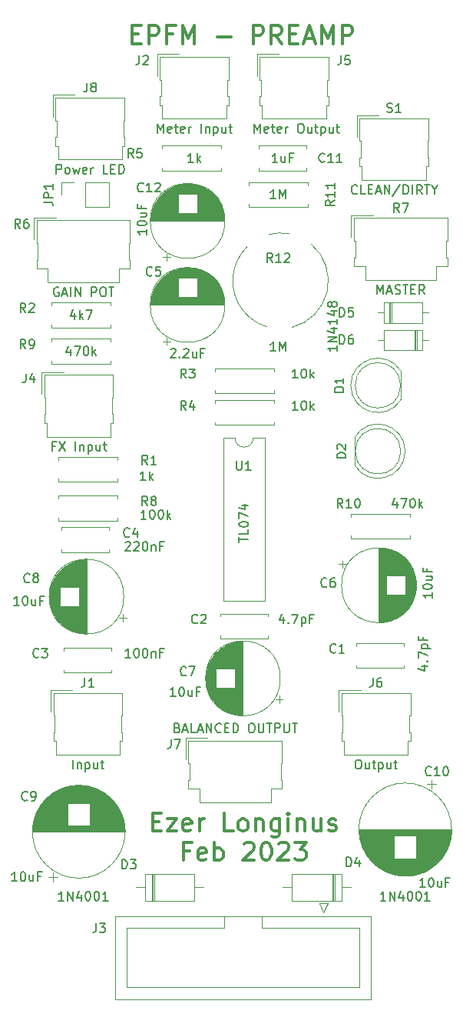
<source format=gbr>
%TF.GenerationSoftware,KiCad,Pcbnew,(6.0.7)*%
%TF.CreationDate,2023-02-15T23:00:33-05:00*%
%TF.ProjectId,PREAMP,50524541-4d50-42e6-9b69-6361645f7063,rev?*%
%TF.SameCoordinates,Original*%
%TF.FileFunction,Legend,Top*%
%TF.FilePolarity,Positive*%
%FSLAX46Y46*%
G04 Gerber Fmt 4.6, Leading zero omitted, Abs format (unit mm)*
G04 Created by KiCad (PCBNEW (6.0.7)) date 2023-02-15 23:00:33*
%MOMM*%
%LPD*%
G01*
G04 APERTURE LIST*
%ADD10C,0.300000*%
%ADD11C,0.150000*%
%ADD12C,0.120000*%
G04 APERTURE END LIST*
D10*
X113904761Y-42107142D02*
X114571428Y-42107142D01*
X114857142Y-43154761D02*
X113904761Y-43154761D01*
X113904761Y-41154761D01*
X114857142Y-41154761D01*
X115714285Y-43154761D02*
X115714285Y-41154761D01*
X116476190Y-41154761D01*
X116666666Y-41250000D01*
X116761904Y-41345238D01*
X116857142Y-41535714D01*
X116857142Y-41821428D01*
X116761904Y-42011904D01*
X116666666Y-42107142D01*
X116476190Y-42202380D01*
X115714285Y-42202380D01*
X118380952Y-42107142D02*
X117714285Y-42107142D01*
X117714285Y-43154761D02*
X117714285Y-41154761D01*
X118666666Y-41154761D01*
X119428571Y-43154761D02*
X119428571Y-41154761D01*
X120095238Y-42583333D01*
X120761904Y-41154761D01*
X120761904Y-43154761D01*
X123238095Y-42392857D02*
X124761904Y-42392857D01*
X127238095Y-43154761D02*
X127238095Y-41154761D01*
X128000000Y-41154761D01*
X128190476Y-41250000D01*
X128285714Y-41345238D01*
X128380952Y-41535714D01*
X128380952Y-41821428D01*
X128285714Y-42011904D01*
X128190476Y-42107142D01*
X128000000Y-42202380D01*
X127238095Y-42202380D01*
X130380952Y-43154761D02*
X129714285Y-42202380D01*
X129238095Y-43154761D02*
X129238095Y-41154761D01*
X130000000Y-41154761D01*
X130190476Y-41250000D01*
X130285714Y-41345238D01*
X130380952Y-41535714D01*
X130380952Y-41821428D01*
X130285714Y-42011904D01*
X130190476Y-42107142D01*
X130000000Y-42202380D01*
X129238095Y-42202380D01*
X131238095Y-42107142D02*
X131904761Y-42107142D01*
X132190476Y-43154761D02*
X131238095Y-43154761D01*
X131238095Y-41154761D01*
X132190476Y-41154761D01*
X132952380Y-42583333D02*
X133904761Y-42583333D01*
X132761904Y-43154761D02*
X133428571Y-41154761D01*
X134095238Y-43154761D01*
X134761904Y-43154761D02*
X134761904Y-41154761D01*
X135428571Y-42583333D01*
X136095238Y-41154761D01*
X136095238Y-43154761D01*
X137047619Y-43154761D02*
X137047619Y-41154761D01*
X137809523Y-41154761D01*
X138000000Y-41250000D01*
X138095238Y-41345238D01*
X138190476Y-41535714D01*
X138190476Y-41821428D01*
X138095238Y-42011904D01*
X138000000Y-42107142D01*
X137809523Y-42202380D01*
X137047619Y-42202380D01*
X116154761Y-128747142D02*
X116821428Y-128747142D01*
X117107142Y-129794761D02*
X116154761Y-129794761D01*
X116154761Y-127794761D01*
X117107142Y-127794761D01*
X117773809Y-128461428D02*
X118821428Y-128461428D01*
X117773809Y-129794761D01*
X118821428Y-129794761D01*
X120345238Y-129699523D02*
X120154761Y-129794761D01*
X119773809Y-129794761D01*
X119583333Y-129699523D01*
X119488095Y-129509047D01*
X119488095Y-128747142D01*
X119583333Y-128556666D01*
X119773809Y-128461428D01*
X120154761Y-128461428D01*
X120345238Y-128556666D01*
X120440476Y-128747142D01*
X120440476Y-128937619D01*
X119488095Y-129128095D01*
X121297619Y-129794761D02*
X121297619Y-128461428D01*
X121297619Y-128842380D02*
X121392857Y-128651904D01*
X121488095Y-128556666D01*
X121678571Y-128461428D01*
X121869047Y-128461428D01*
X125011904Y-129794761D02*
X124059523Y-129794761D01*
X124059523Y-127794761D01*
X125964285Y-129794761D02*
X125773809Y-129699523D01*
X125678571Y-129604285D01*
X125583333Y-129413809D01*
X125583333Y-128842380D01*
X125678571Y-128651904D01*
X125773809Y-128556666D01*
X125964285Y-128461428D01*
X126250000Y-128461428D01*
X126440476Y-128556666D01*
X126535714Y-128651904D01*
X126630952Y-128842380D01*
X126630952Y-129413809D01*
X126535714Y-129604285D01*
X126440476Y-129699523D01*
X126250000Y-129794761D01*
X125964285Y-129794761D01*
X127488095Y-128461428D02*
X127488095Y-129794761D01*
X127488095Y-128651904D02*
X127583333Y-128556666D01*
X127773809Y-128461428D01*
X128059523Y-128461428D01*
X128250000Y-128556666D01*
X128345238Y-128747142D01*
X128345238Y-129794761D01*
X130154761Y-128461428D02*
X130154761Y-130080476D01*
X130059523Y-130270952D01*
X129964285Y-130366190D01*
X129773809Y-130461428D01*
X129488095Y-130461428D01*
X129297619Y-130366190D01*
X130154761Y-129699523D02*
X129964285Y-129794761D01*
X129583333Y-129794761D01*
X129392857Y-129699523D01*
X129297619Y-129604285D01*
X129202380Y-129413809D01*
X129202380Y-128842380D01*
X129297619Y-128651904D01*
X129392857Y-128556666D01*
X129583333Y-128461428D01*
X129964285Y-128461428D01*
X130154761Y-128556666D01*
X131107142Y-129794761D02*
X131107142Y-128461428D01*
X131107142Y-127794761D02*
X131011904Y-127890000D01*
X131107142Y-127985238D01*
X131202380Y-127890000D01*
X131107142Y-127794761D01*
X131107142Y-127985238D01*
X132059523Y-128461428D02*
X132059523Y-129794761D01*
X132059523Y-128651904D02*
X132154761Y-128556666D01*
X132345238Y-128461428D01*
X132630952Y-128461428D01*
X132821428Y-128556666D01*
X132916666Y-128747142D01*
X132916666Y-129794761D01*
X134726190Y-128461428D02*
X134726190Y-129794761D01*
X133869047Y-128461428D02*
X133869047Y-129509047D01*
X133964285Y-129699523D01*
X134154761Y-129794761D01*
X134440476Y-129794761D01*
X134630952Y-129699523D01*
X134726190Y-129604285D01*
X135583333Y-129699523D02*
X135773809Y-129794761D01*
X136154761Y-129794761D01*
X136345238Y-129699523D01*
X136440476Y-129509047D01*
X136440476Y-129413809D01*
X136345238Y-129223333D01*
X136154761Y-129128095D01*
X135869047Y-129128095D01*
X135678571Y-129032857D01*
X135583333Y-128842380D01*
X135583333Y-128747142D01*
X135678571Y-128556666D01*
X135869047Y-128461428D01*
X136154761Y-128461428D01*
X136345238Y-128556666D01*
X120202380Y-131967142D02*
X119535714Y-131967142D01*
X119535714Y-133014761D02*
X119535714Y-131014761D01*
X120488095Y-131014761D01*
X122011904Y-132919523D02*
X121821428Y-133014761D01*
X121440476Y-133014761D01*
X121250000Y-132919523D01*
X121154761Y-132729047D01*
X121154761Y-131967142D01*
X121250000Y-131776666D01*
X121440476Y-131681428D01*
X121821428Y-131681428D01*
X122011904Y-131776666D01*
X122107142Y-131967142D01*
X122107142Y-132157619D01*
X121154761Y-132348095D01*
X122964285Y-133014761D02*
X122964285Y-131014761D01*
X122964285Y-131776666D02*
X123154761Y-131681428D01*
X123535714Y-131681428D01*
X123726190Y-131776666D01*
X123821428Y-131871904D01*
X123916666Y-132062380D01*
X123916666Y-132633809D01*
X123821428Y-132824285D01*
X123726190Y-132919523D01*
X123535714Y-133014761D01*
X123154761Y-133014761D01*
X122964285Y-132919523D01*
X126202380Y-131205238D02*
X126297619Y-131110000D01*
X126488095Y-131014761D01*
X126964285Y-131014761D01*
X127154761Y-131110000D01*
X127250000Y-131205238D01*
X127345238Y-131395714D01*
X127345238Y-131586190D01*
X127250000Y-131871904D01*
X126107142Y-133014761D01*
X127345238Y-133014761D01*
X128583333Y-131014761D02*
X128773809Y-131014761D01*
X128964285Y-131110000D01*
X129059523Y-131205238D01*
X129154761Y-131395714D01*
X129250000Y-131776666D01*
X129250000Y-132252857D01*
X129154761Y-132633809D01*
X129059523Y-132824285D01*
X128964285Y-132919523D01*
X128773809Y-133014761D01*
X128583333Y-133014761D01*
X128392857Y-132919523D01*
X128297619Y-132824285D01*
X128202380Y-132633809D01*
X128107142Y-132252857D01*
X128107142Y-131776666D01*
X128202380Y-131395714D01*
X128297619Y-131205238D01*
X128392857Y-131110000D01*
X128583333Y-131014761D01*
X130011904Y-131205238D02*
X130107142Y-131110000D01*
X130297619Y-131014761D01*
X130773809Y-131014761D01*
X130964285Y-131110000D01*
X131059523Y-131205238D01*
X131154761Y-131395714D01*
X131154761Y-131586190D01*
X131059523Y-131871904D01*
X129916666Y-133014761D01*
X131154761Y-133014761D01*
X131821428Y-131014761D02*
X133059523Y-131014761D01*
X132392857Y-131776666D01*
X132678571Y-131776666D01*
X132869047Y-131871904D01*
X132964285Y-131967142D01*
X133059523Y-132157619D01*
X133059523Y-132633809D01*
X132964285Y-132824285D01*
X132869047Y-132919523D01*
X132678571Y-133014761D01*
X132107142Y-133014761D01*
X131916666Y-132919523D01*
X131821428Y-132824285D01*
D11*
%TO.C,R12*%
X129357142Y-67202380D02*
X129023809Y-66726190D01*
X128785714Y-67202380D02*
X128785714Y-66202380D01*
X129166666Y-66202380D01*
X129261904Y-66250000D01*
X129309523Y-66297619D01*
X129357142Y-66392857D01*
X129357142Y-66535714D01*
X129309523Y-66630952D01*
X129261904Y-66678571D01*
X129166666Y-66726190D01*
X128785714Y-66726190D01*
X130309523Y-67202380D02*
X129738095Y-67202380D01*
X130023809Y-67202380D02*
X130023809Y-66202380D01*
X129928571Y-66345238D01*
X129833333Y-66440476D01*
X129738095Y-66488095D01*
X130690476Y-66297619D02*
X130738095Y-66250000D01*
X130833333Y-66202380D01*
X131071428Y-66202380D01*
X131166666Y-66250000D01*
X131214285Y-66297619D01*
X131261904Y-66392857D01*
X131261904Y-66488095D01*
X131214285Y-66630952D01*
X130642857Y-67202380D01*
X131261904Y-67202380D01*
X129714285Y-76952380D02*
X129142857Y-76952380D01*
X129428571Y-76952380D02*
X129428571Y-75952380D01*
X129333333Y-76095238D01*
X129238095Y-76190476D01*
X129142857Y-76238095D01*
X130142857Y-76952380D02*
X130142857Y-75952380D01*
X130476190Y-76666666D01*
X130809523Y-75952380D01*
X130809523Y-76952380D01*
%TO.C,D6*%
X136761904Y-76202380D02*
X136761904Y-75202380D01*
X137000000Y-75202380D01*
X137142857Y-75250000D01*
X137238095Y-75345238D01*
X137285714Y-75440476D01*
X137333333Y-75630952D01*
X137333333Y-75773809D01*
X137285714Y-75964285D01*
X137238095Y-76059523D01*
X137142857Y-76154761D01*
X137000000Y-76202380D01*
X136761904Y-76202380D01*
X138190476Y-75202380D02*
X138000000Y-75202380D01*
X137904761Y-75250000D01*
X137857142Y-75297619D01*
X137761904Y-75440476D01*
X137714285Y-75630952D01*
X137714285Y-76011904D01*
X137761904Y-76107142D01*
X137809523Y-76154761D01*
X137904761Y-76202380D01*
X138095238Y-76202380D01*
X138190476Y-76154761D01*
X138238095Y-76107142D01*
X138285714Y-76011904D01*
X138285714Y-75773809D01*
X138238095Y-75678571D01*
X138190476Y-75630952D01*
X138095238Y-75583333D01*
X137904761Y-75583333D01*
X137809523Y-75630952D01*
X137761904Y-75678571D01*
X137714285Y-75773809D01*
%TO.C,D5*%
X136761904Y-73202380D02*
X136761904Y-72202380D01*
X137000000Y-72202380D01*
X137142857Y-72250000D01*
X137238095Y-72345238D01*
X137285714Y-72440476D01*
X137333333Y-72630952D01*
X137333333Y-72773809D01*
X137285714Y-72964285D01*
X137238095Y-73059523D01*
X137142857Y-73154761D01*
X137000000Y-73202380D01*
X136761904Y-73202380D01*
X138238095Y-72202380D02*
X137761904Y-72202380D01*
X137714285Y-72678571D01*
X137761904Y-72630952D01*
X137857142Y-72583333D01*
X138095238Y-72583333D01*
X138190476Y-72630952D01*
X138238095Y-72678571D01*
X138285714Y-72773809D01*
X138285714Y-73011904D01*
X138238095Y-73107142D01*
X138190476Y-73154761D01*
X138095238Y-73202380D01*
X137857142Y-73202380D01*
X137761904Y-73154761D01*
X137714285Y-73107142D01*
X136452380Y-76392857D02*
X136452380Y-76964285D01*
X136452380Y-76678571D02*
X135452380Y-76678571D01*
X135595238Y-76773809D01*
X135690476Y-76869047D01*
X135738095Y-76964285D01*
X136452380Y-75964285D02*
X135452380Y-75964285D01*
X136452380Y-75392857D01*
X135452380Y-75392857D01*
X135785714Y-74488095D02*
X136452380Y-74488095D01*
X135404761Y-74726190D02*
X136119047Y-74964285D01*
X136119047Y-74345238D01*
X136452380Y-73440476D02*
X136452380Y-74011904D01*
X136452380Y-73726190D02*
X135452380Y-73726190D01*
X135595238Y-73821428D01*
X135690476Y-73916666D01*
X135738095Y-74011904D01*
X135785714Y-72583333D02*
X136452380Y-72583333D01*
X135404761Y-72821428D02*
X136119047Y-73059523D01*
X136119047Y-72440476D01*
X135880952Y-71916666D02*
X135833333Y-72011904D01*
X135785714Y-72059523D01*
X135690476Y-72107142D01*
X135642857Y-72107142D01*
X135547619Y-72059523D01*
X135500000Y-72011904D01*
X135452380Y-71916666D01*
X135452380Y-71726190D01*
X135500000Y-71630952D01*
X135547619Y-71583333D01*
X135642857Y-71535714D01*
X135690476Y-71535714D01*
X135785714Y-71583333D01*
X135833333Y-71630952D01*
X135880952Y-71726190D01*
X135880952Y-71916666D01*
X135928571Y-72011904D01*
X135976190Y-72059523D01*
X136071428Y-72107142D01*
X136261904Y-72107142D01*
X136357142Y-72059523D01*
X136404761Y-72011904D01*
X136452380Y-71916666D01*
X136452380Y-71726190D01*
X136404761Y-71630952D01*
X136357142Y-71583333D01*
X136261904Y-71535714D01*
X136071428Y-71535714D01*
X135976190Y-71583333D01*
X135928571Y-71630952D01*
X135880952Y-71726190D01*
%TO.C,C12*%
X115107142Y-59357142D02*
X115059523Y-59404761D01*
X114916666Y-59452380D01*
X114821428Y-59452380D01*
X114678571Y-59404761D01*
X114583333Y-59309523D01*
X114535714Y-59214285D01*
X114488095Y-59023809D01*
X114488095Y-58880952D01*
X114535714Y-58690476D01*
X114583333Y-58595238D01*
X114678571Y-58500000D01*
X114821428Y-58452380D01*
X114916666Y-58452380D01*
X115059523Y-58500000D01*
X115107142Y-58547619D01*
X116059523Y-59452380D02*
X115488095Y-59452380D01*
X115773809Y-59452380D02*
X115773809Y-58452380D01*
X115678571Y-58595238D01*
X115583333Y-58690476D01*
X115488095Y-58738095D01*
X116440476Y-58547619D02*
X116488095Y-58500000D01*
X116583333Y-58452380D01*
X116821428Y-58452380D01*
X116916666Y-58500000D01*
X116964285Y-58547619D01*
X117011904Y-58642857D01*
X117011904Y-58738095D01*
X116964285Y-58880952D01*
X116392857Y-59452380D01*
X117011904Y-59452380D01*
X115452380Y-63571428D02*
X115452380Y-64142857D01*
X115452380Y-63857142D02*
X114452380Y-63857142D01*
X114595238Y-63952380D01*
X114690476Y-64047619D01*
X114738095Y-64142857D01*
X114452380Y-62952380D02*
X114452380Y-62857142D01*
X114500000Y-62761904D01*
X114547619Y-62714285D01*
X114642857Y-62666666D01*
X114833333Y-62619047D01*
X115071428Y-62619047D01*
X115261904Y-62666666D01*
X115357142Y-62714285D01*
X115404761Y-62761904D01*
X115452380Y-62857142D01*
X115452380Y-62952380D01*
X115404761Y-63047619D01*
X115357142Y-63095238D01*
X115261904Y-63142857D01*
X115071428Y-63190476D01*
X114833333Y-63190476D01*
X114642857Y-63142857D01*
X114547619Y-63095238D01*
X114500000Y-63047619D01*
X114452380Y-62952380D01*
X114785714Y-61761904D02*
X115452380Y-61761904D01*
X114785714Y-62190476D02*
X115309523Y-62190476D01*
X115404761Y-62142857D01*
X115452380Y-62047619D01*
X115452380Y-61904761D01*
X115404761Y-61809523D01*
X115357142Y-61761904D01*
X114928571Y-60952380D02*
X114928571Y-61285714D01*
X115452380Y-61285714D02*
X114452380Y-61285714D01*
X114452380Y-60809523D01*
%TO.C,C11*%
X135107142Y-56107142D02*
X135059523Y-56154761D01*
X134916666Y-56202380D01*
X134821428Y-56202380D01*
X134678571Y-56154761D01*
X134583333Y-56059523D01*
X134535714Y-55964285D01*
X134488095Y-55773809D01*
X134488095Y-55630952D01*
X134535714Y-55440476D01*
X134583333Y-55345238D01*
X134678571Y-55250000D01*
X134821428Y-55202380D01*
X134916666Y-55202380D01*
X135059523Y-55250000D01*
X135107142Y-55297619D01*
X136059523Y-56202380D02*
X135488095Y-56202380D01*
X135773809Y-56202380D02*
X135773809Y-55202380D01*
X135678571Y-55345238D01*
X135583333Y-55440476D01*
X135488095Y-55488095D01*
X137011904Y-56202380D02*
X136440476Y-56202380D01*
X136726190Y-56202380D02*
X136726190Y-55202380D01*
X136630952Y-55345238D01*
X136535714Y-55440476D01*
X136440476Y-55488095D01*
X129904761Y-56202380D02*
X129333333Y-56202380D01*
X129619047Y-56202380D02*
X129619047Y-55202380D01*
X129523809Y-55345238D01*
X129428571Y-55440476D01*
X129333333Y-55488095D01*
X130761904Y-55535714D02*
X130761904Y-56202380D01*
X130333333Y-55535714D02*
X130333333Y-56059523D01*
X130380952Y-56154761D01*
X130476190Y-56202380D01*
X130619047Y-56202380D01*
X130714285Y-56154761D01*
X130761904Y-56107142D01*
X131571428Y-55678571D02*
X131238095Y-55678571D01*
X131238095Y-56202380D02*
X131238095Y-55202380D01*
X131714285Y-55202380D01*
%TO.C,J7*%
X118166666Y-119702380D02*
X118166666Y-120416666D01*
X118119047Y-120559523D01*
X118023809Y-120654761D01*
X117880952Y-120702380D01*
X117785714Y-120702380D01*
X118547619Y-119702380D02*
X119214285Y-119702380D01*
X118785714Y-120702380D01*
X118869047Y-118428571D02*
X119011904Y-118476190D01*
X119059523Y-118523809D01*
X119107142Y-118619047D01*
X119107142Y-118761904D01*
X119059523Y-118857142D01*
X119011904Y-118904761D01*
X118916666Y-118952380D01*
X118535714Y-118952380D01*
X118535714Y-117952380D01*
X118869047Y-117952380D01*
X118964285Y-118000000D01*
X119011904Y-118047619D01*
X119059523Y-118142857D01*
X119059523Y-118238095D01*
X119011904Y-118333333D01*
X118964285Y-118380952D01*
X118869047Y-118428571D01*
X118535714Y-118428571D01*
X119488095Y-118666666D02*
X119964285Y-118666666D01*
X119392857Y-118952380D02*
X119726190Y-117952380D01*
X120059523Y-118952380D01*
X120869047Y-118952380D02*
X120392857Y-118952380D01*
X120392857Y-117952380D01*
X121154761Y-118666666D02*
X121630952Y-118666666D01*
X121059523Y-118952380D02*
X121392857Y-117952380D01*
X121726190Y-118952380D01*
X122059523Y-118952380D02*
X122059523Y-117952380D01*
X122630952Y-118952380D01*
X122630952Y-117952380D01*
X123678571Y-118857142D02*
X123630952Y-118904761D01*
X123488095Y-118952380D01*
X123392857Y-118952380D01*
X123250000Y-118904761D01*
X123154761Y-118809523D01*
X123107142Y-118714285D01*
X123059523Y-118523809D01*
X123059523Y-118380952D01*
X123107142Y-118190476D01*
X123154761Y-118095238D01*
X123250000Y-118000000D01*
X123392857Y-117952380D01*
X123488095Y-117952380D01*
X123630952Y-118000000D01*
X123678571Y-118047619D01*
X124107142Y-118428571D02*
X124440476Y-118428571D01*
X124583333Y-118952380D02*
X124107142Y-118952380D01*
X124107142Y-117952380D01*
X124583333Y-117952380D01*
X125011904Y-118952380D02*
X125011904Y-117952380D01*
X125250000Y-117952380D01*
X125392857Y-118000000D01*
X125488095Y-118095238D01*
X125535714Y-118190476D01*
X125583333Y-118380952D01*
X125583333Y-118523809D01*
X125535714Y-118714285D01*
X125488095Y-118809523D01*
X125392857Y-118904761D01*
X125250000Y-118952380D01*
X125011904Y-118952380D01*
X126964285Y-117952380D02*
X127154761Y-117952380D01*
X127250000Y-118000000D01*
X127345238Y-118095238D01*
X127392857Y-118285714D01*
X127392857Y-118619047D01*
X127345238Y-118809523D01*
X127250000Y-118904761D01*
X127154761Y-118952380D01*
X126964285Y-118952380D01*
X126869047Y-118904761D01*
X126773809Y-118809523D01*
X126726190Y-118619047D01*
X126726190Y-118285714D01*
X126773809Y-118095238D01*
X126869047Y-118000000D01*
X126964285Y-117952380D01*
X127821428Y-117952380D02*
X127821428Y-118761904D01*
X127869047Y-118857142D01*
X127916666Y-118904761D01*
X128011904Y-118952380D01*
X128202380Y-118952380D01*
X128297619Y-118904761D01*
X128345238Y-118857142D01*
X128392857Y-118761904D01*
X128392857Y-117952380D01*
X128726190Y-117952380D02*
X129297619Y-117952380D01*
X129011904Y-118952380D02*
X129011904Y-117952380D01*
X129630952Y-118952380D02*
X129630952Y-117952380D01*
X130011904Y-117952380D01*
X130107142Y-118000000D01*
X130154761Y-118047619D01*
X130202380Y-118142857D01*
X130202380Y-118285714D01*
X130154761Y-118380952D01*
X130107142Y-118428571D01*
X130011904Y-118476190D01*
X129630952Y-118476190D01*
X130630952Y-117952380D02*
X130630952Y-118761904D01*
X130678571Y-118857142D01*
X130726190Y-118904761D01*
X130821428Y-118952380D01*
X131011904Y-118952380D01*
X131107142Y-118904761D01*
X131154761Y-118857142D01*
X131202380Y-118761904D01*
X131202380Y-117952380D01*
X131535714Y-117952380D02*
X132107142Y-117952380D01*
X131821428Y-118952380D02*
X131821428Y-117952380D01*
%TO.C,D2*%
X137452380Y-88738095D02*
X136452380Y-88738095D01*
X136452380Y-88500000D01*
X136500000Y-88357142D01*
X136595238Y-88261904D01*
X136690476Y-88214285D01*
X136880952Y-88166666D01*
X137023809Y-88166666D01*
X137214285Y-88214285D01*
X137309523Y-88261904D01*
X137404761Y-88357142D01*
X137452380Y-88500000D01*
X137452380Y-88738095D01*
X136547619Y-87785714D02*
X136500000Y-87738095D01*
X136452380Y-87642857D01*
X136452380Y-87404761D01*
X136500000Y-87309523D01*
X136547619Y-87261904D01*
X136642857Y-87214285D01*
X136738095Y-87214285D01*
X136880952Y-87261904D01*
X137452380Y-87833333D01*
X137452380Y-87214285D01*
%TO.C,C7*%
X119833333Y-112607142D02*
X119785714Y-112654761D01*
X119642857Y-112702380D01*
X119547619Y-112702380D01*
X119404761Y-112654761D01*
X119309523Y-112559523D01*
X119261904Y-112464285D01*
X119214285Y-112273809D01*
X119214285Y-112130952D01*
X119261904Y-111940476D01*
X119309523Y-111845238D01*
X119404761Y-111750000D01*
X119547619Y-111702380D01*
X119642857Y-111702380D01*
X119785714Y-111750000D01*
X119833333Y-111797619D01*
X120166666Y-111702380D02*
X120833333Y-111702380D01*
X120404761Y-112702380D01*
X118678571Y-114952380D02*
X118107142Y-114952380D01*
X118392857Y-114952380D02*
X118392857Y-113952380D01*
X118297619Y-114095238D01*
X118202380Y-114190476D01*
X118107142Y-114238095D01*
X119297619Y-113952380D02*
X119392857Y-113952380D01*
X119488095Y-114000000D01*
X119535714Y-114047619D01*
X119583333Y-114142857D01*
X119630952Y-114333333D01*
X119630952Y-114571428D01*
X119583333Y-114761904D01*
X119535714Y-114857142D01*
X119488095Y-114904761D01*
X119392857Y-114952380D01*
X119297619Y-114952380D01*
X119202380Y-114904761D01*
X119154761Y-114857142D01*
X119107142Y-114761904D01*
X119059523Y-114571428D01*
X119059523Y-114333333D01*
X119107142Y-114142857D01*
X119154761Y-114047619D01*
X119202380Y-114000000D01*
X119297619Y-113952380D01*
X120488095Y-114285714D02*
X120488095Y-114952380D01*
X120059523Y-114285714D02*
X120059523Y-114809523D01*
X120107142Y-114904761D01*
X120202380Y-114952380D01*
X120345238Y-114952380D01*
X120440476Y-114904761D01*
X120488095Y-114857142D01*
X121297619Y-114428571D02*
X120964285Y-114428571D01*
X120964285Y-114952380D02*
X120964285Y-113952380D01*
X121440476Y-113952380D01*
%TO.C,U1*%
X125413095Y-89077380D02*
X125413095Y-89886904D01*
X125460714Y-89982142D01*
X125508333Y-90029761D01*
X125603571Y-90077380D01*
X125794047Y-90077380D01*
X125889285Y-90029761D01*
X125936904Y-89982142D01*
X125984523Y-89886904D01*
X125984523Y-89077380D01*
X126984523Y-90077380D02*
X126413095Y-90077380D01*
X126698809Y-90077380D02*
X126698809Y-89077380D01*
X126603571Y-89220238D01*
X126508333Y-89315476D01*
X126413095Y-89363095D01*
X125687380Y-97994047D02*
X125687380Y-97422619D01*
X126687380Y-97708333D02*
X125687380Y-97708333D01*
X126687380Y-96613095D02*
X126687380Y-97089285D01*
X125687380Y-97089285D01*
X125687380Y-96089285D02*
X125687380Y-95994047D01*
X125735000Y-95898809D01*
X125782619Y-95851190D01*
X125877857Y-95803571D01*
X126068333Y-95755952D01*
X126306428Y-95755952D01*
X126496904Y-95803571D01*
X126592142Y-95851190D01*
X126639761Y-95898809D01*
X126687380Y-95994047D01*
X126687380Y-96089285D01*
X126639761Y-96184523D01*
X126592142Y-96232142D01*
X126496904Y-96279761D01*
X126306428Y-96327380D01*
X126068333Y-96327380D01*
X125877857Y-96279761D01*
X125782619Y-96232142D01*
X125735000Y-96184523D01*
X125687380Y-96089285D01*
X125687380Y-95422619D02*
X125687380Y-94755952D01*
X126687380Y-95184523D01*
X126020714Y-93946428D02*
X126687380Y-93946428D01*
X125639761Y-94184523D02*
X126354047Y-94422619D01*
X126354047Y-93803571D01*
%TO.C,R8*%
X115583333Y-93952380D02*
X115250000Y-93476190D01*
X115011904Y-93952380D02*
X115011904Y-92952380D01*
X115392857Y-92952380D01*
X115488095Y-93000000D01*
X115535714Y-93047619D01*
X115583333Y-93142857D01*
X115583333Y-93285714D01*
X115535714Y-93380952D01*
X115488095Y-93428571D01*
X115392857Y-93476190D01*
X115011904Y-93476190D01*
X116154761Y-93380952D02*
X116059523Y-93333333D01*
X116011904Y-93285714D01*
X115964285Y-93190476D01*
X115964285Y-93142857D01*
X116011904Y-93047619D01*
X116059523Y-93000000D01*
X116154761Y-92952380D01*
X116345238Y-92952380D01*
X116440476Y-93000000D01*
X116488095Y-93047619D01*
X116535714Y-93142857D01*
X116535714Y-93190476D01*
X116488095Y-93285714D01*
X116440476Y-93333333D01*
X116345238Y-93380952D01*
X116154761Y-93380952D01*
X116059523Y-93428571D01*
X116011904Y-93476190D01*
X115964285Y-93571428D01*
X115964285Y-93761904D01*
X116011904Y-93857142D01*
X116059523Y-93904761D01*
X116154761Y-93952380D01*
X116345238Y-93952380D01*
X116440476Y-93904761D01*
X116488095Y-93857142D01*
X116535714Y-93761904D01*
X116535714Y-93571428D01*
X116488095Y-93476190D01*
X116440476Y-93428571D01*
X116345238Y-93380952D01*
X115428571Y-95452380D02*
X114857142Y-95452380D01*
X115142857Y-95452380D02*
X115142857Y-94452380D01*
X115047619Y-94595238D01*
X114952380Y-94690476D01*
X114857142Y-94738095D01*
X116047619Y-94452380D02*
X116142857Y-94452380D01*
X116238095Y-94500000D01*
X116285714Y-94547619D01*
X116333333Y-94642857D01*
X116380952Y-94833333D01*
X116380952Y-95071428D01*
X116333333Y-95261904D01*
X116285714Y-95357142D01*
X116238095Y-95404761D01*
X116142857Y-95452380D01*
X116047619Y-95452380D01*
X115952380Y-95404761D01*
X115904761Y-95357142D01*
X115857142Y-95261904D01*
X115809523Y-95071428D01*
X115809523Y-94833333D01*
X115857142Y-94642857D01*
X115904761Y-94547619D01*
X115952380Y-94500000D01*
X116047619Y-94452380D01*
X117000000Y-94452380D02*
X117095238Y-94452380D01*
X117190476Y-94500000D01*
X117238095Y-94547619D01*
X117285714Y-94642857D01*
X117333333Y-94833333D01*
X117333333Y-95071428D01*
X117285714Y-95261904D01*
X117238095Y-95357142D01*
X117190476Y-95404761D01*
X117095238Y-95452380D01*
X117000000Y-95452380D01*
X116904761Y-95404761D01*
X116857142Y-95357142D01*
X116809523Y-95261904D01*
X116761904Y-95071428D01*
X116761904Y-94833333D01*
X116809523Y-94642857D01*
X116857142Y-94547619D01*
X116904761Y-94500000D01*
X117000000Y-94452380D01*
X117761904Y-95452380D02*
X117761904Y-94452380D01*
X117857142Y-95071428D02*
X118142857Y-95452380D01*
X118142857Y-94785714D02*
X117761904Y-95166666D01*
%TO.C,J1*%
X108666666Y-112952380D02*
X108666666Y-113666666D01*
X108619047Y-113809523D01*
X108523809Y-113904761D01*
X108380952Y-113952380D01*
X108285714Y-113952380D01*
X109666666Y-113952380D02*
X109095238Y-113952380D01*
X109380952Y-113952380D02*
X109380952Y-112952380D01*
X109285714Y-113095238D01*
X109190476Y-113190476D01*
X109095238Y-113238095D01*
X107357142Y-122952380D02*
X107357142Y-121952380D01*
X107833333Y-122285714D02*
X107833333Y-122952380D01*
X107833333Y-122380952D02*
X107880952Y-122333333D01*
X107976190Y-122285714D01*
X108119047Y-122285714D01*
X108214285Y-122333333D01*
X108261904Y-122428571D01*
X108261904Y-122952380D01*
X108738095Y-122285714D02*
X108738095Y-123285714D01*
X108738095Y-122333333D02*
X108833333Y-122285714D01*
X109023809Y-122285714D01*
X109119047Y-122333333D01*
X109166666Y-122380952D01*
X109214285Y-122476190D01*
X109214285Y-122761904D01*
X109166666Y-122857142D01*
X109119047Y-122904761D01*
X109023809Y-122952380D01*
X108833333Y-122952380D01*
X108738095Y-122904761D01*
X110071428Y-122285714D02*
X110071428Y-122952380D01*
X109642857Y-122285714D02*
X109642857Y-122809523D01*
X109690476Y-122904761D01*
X109785714Y-122952380D01*
X109928571Y-122952380D01*
X110023809Y-122904761D01*
X110071428Y-122857142D01*
X110404761Y-122285714D02*
X110785714Y-122285714D01*
X110547619Y-121952380D02*
X110547619Y-122809523D01*
X110595238Y-122904761D01*
X110690476Y-122952380D01*
X110785714Y-122952380D01*
%TO.C,C10*%
X146857142Y-123607142D02*
X146809523Y-123654761D01*
X146666666Y-123702380D01*
X146571428Y-123702380D01*
X146428571Y-123654761D01*
X146333333Y-123559523D01*
X146285714Y-123464285D01*
X146238095Y-123273809D01*
X146238095Y-123130952D01*
X146285714Y-122940476D01*
X146333333Y-122845238D01*
X146428571Y-122750000D01*
X146571428Y-122702380D01*
X146666666Y-122702380D01*
X146809523Y-122750000D01*
X146857142Y-122797619D01*
X147809523Y-123702380D02*
X147238095Y-123702380D01*
X147523809Y-123702380D02*
X147523809Y-122702380D01*
X147428571Y-122845238D01*
X147333333Y-122940476D01*
X147238095Y-122988095D01*
X148428571Y-122702380D02*
X148523809Y-122702380D01*
X148619047Y-122750000D01*
X148666666Y-122797619D01*
X148714285Y-122892857D01*
X148761904Y-123083333D01*
X148761904Y-123321428D01*
X148714285Y-123511904D01*
X148666666Y-123607142D01*
X148619047Y-123654761D01*
X148523809Y-123702380D01*
X148428571Y-123702380D01*
X148333333Y-123654761D01*
X148285714Y-123607142D01*
X148238095Y-123511904D01*
X148190476Y-123321428D01*
X148190476Y-123083333D01*
X148238095Y-122892857D01*
X148285714Y-122797619D01*
X148333333Y-122750000D01*
X148428571Y-122702380D01*
X146178571Y-135952380D02*
X145607142Y-135952380D01*
X145892857Y-135952380D02*
X145892857Y-134952380D01*
X145797619Y-135095238D01*
X145702380Y-135190476D01*
X145607142Y-135238095D01*
X146797619Y-134952380D02*
X146892857Y-134952380D01*
X146988095Y-135000000D01*
X147035714Y-135047619D01*
X147083333Y-135142857D01*
X147130952Y-135333333D01*
X147130952Y-135571428D01*
X147083333Y-135761904D01*
X147035714Y-135857142D01*
X146988095Y-135904761D01*
X146892857Y-135952380D01*
X146797619Y-135952380D01*
X146702380Y-135904761D01*
X146654761Y-135857142D01*
X146607142Y-135761904D01*
X146559523Y-135571428D01*
X146559523Y-135333333D01*
X146607142Y-135142857D01*
X146654761Y-135047619D01*
X146702380Y-135000000D01*
X146797619Y-134952380D01*
X147988095Y-135285714D02*
X147988095Y-135952380D01*
X147559523Y-135285714D02*
X147559523Y-135809523D01*
X147607142Y-135904761D01*
X147702380Y-135952380D01*
X147845238Y-135952380D01*
X147940476Y-135904761D01*
X147988095Y-135857142D01*
X148797619Y-135428571D02*
X148464285Y-135428571D01*
X148464285Y-135952380D02*
X148464285Y-134952380D01*
X148940476Y-134952380D01*
%TO.C,J6*%
X140436666Y-112952380D02*
X140436666Y-113666666D01*
X140389047Y-113809523D01*
X140293809Y-113904761D01*
X140150952Y-113952380D01*
X140055714Y-113952380D01*
X141341428Y-112952380D02*
X141150952Y-112952380D01*
X141055714Y-113000000D01*
X141008095Y-113047619D01*
X140912857Y-113190476D01*
X140865238Y-113380952D01*
X140865238Y-113761904D01*
X140912857Y-113857142D01*
X140960476Y-113904761D01*
X141055714Y-113952380D01*
X141246190Y-113952380D01*
X141341428Y-113904761D01*
X141389047Y-113857142D01*
X141436666Y-113761904D01*
X141436666Y-113523809D01*
X141389047Y-113428571D01*
X141341428Y-113380952D01*
X141246190Y-113333333D01*
X141055714Y-113333333D01*
X140960476Y-113380952D01*
X140912857Y-113428571D01*
X140865238Y-113523809D01*
X138746190Y-121952380D02*
X138936666Y-121952380D01*
X139031904Y-122000000D01*
X139127142Y-122095238D01*
X139174761Y-122285714D01*
X139174761Y-122619047D01*
X139127142Y-122809523D01*
X139031904Y-122904761D01*
X138936666Y-122952380D01*
X138746190Y-122952380D01*
X138650952Y-122904761D01*
X138555714Y-122809523D01*
X138508095Y-122619047D01*
X138508095Y-122285714D01*
X138555714Y-122095238D01*
X138650952Y-122000000D01*
X138746190Y-121952380D01*
X140031904Y-122285714D02*
X140031904Y-122952380D01*
X139603333Y-122285714D02*
X139603333Y-122809523D01*
X139650952Y-122904761D01*
X139746190Y-122952380D01*
X139889047Y-122952380D01*
X139984285Y-122904761D01*
X140031904Y-122857142D01*
X140365238Y-122285714D02*
X140746190Y-122285714D01*
X140508095Y-121952380D02*
X140508095Y-122809523D01*
X140555714Y-122904761D01*
X140650952Y-122952380D01*
X140746190Y-122952380D01*
X141079523Y-122285714D02*
X141079523Y-123285714D01*
X141079523Y-122333333D02*
X141174761Y-122285714D01*
X141365238Y-122285714D01*
X141460476Y-122333333D01*
X141508095Y-122380952D01*
X141555714Y-122476190D01*
X141555714Y-122761904D01*
X141508095Y-122857142D01*
X141460476Y-122904761D01*
X141365238Y-122952380D01*
X141174761Y-122952380D01*
X141079523Y-122904761D01*
X142412857Y-122285714D02*
X142412857Y-122952380D01*
X141984285Y-122285714D02*
X141984285Y-122809523D01*
X142031904Y-122904761D01*
X142127142Y-122952380D01*
X142270000Y-122952380D01*
X142365238Y-122904761D01*
X142412857Y-122857142D01*
X142746190Y-122285714D02*
X143127142Y-122285714D01*
X142889047Y-121952380D02*
X142889047Y-122809523D01*
X142936666Y-122904761D01*
X143031904Y-122952380D01*
X143127142Y-122952380D01*
%TO.C,C3*%
X103583333Y-110607142D02*
X103535714Y-110654761D01*
X103392857Y-110702380D01*
X103297619Y-110702380D01*
X103154761Y-110654761D01*
X103059523Y-110559523D01*
X103011904Y-110464285D01*
X102964285Y-110273809D01*
X102964285Y-110130952D01*
X103011904Y-109940476D01*
X103059523Y-109845238D01*
X103154761Y-109750000D01*
X103297619Y-109702380D01*
X103392857Y-109702380D01*
X103535714Y-109750000D01*
X103583333Y-109797619D01*
X103916666Y-109702380D02*
X104535714Y-109702380D01*
X104202380Y-110083333D01*
X104345238Y-110083333D01*
X104440476Y-110130952D01*
X104488095Y-110178571D01*
X104535714Y-110273809D01*
X104535714Y-110511904D01*
X104488095Y-110607142D01*
X104440476Y-110654761D01*
X104345238Y-110702380D01*
X104059523Y-110702380D01*
X103964285Y-110654761D01*
X103916666Y-110607142D01*
X113702380Y-110702380D02*
X113130952Y-110702380D01*
X113416666Y-110702380D02*
X113416666Y-109702380D01*
X113321428Y-109845238D01*
X113226190Y-109940476D01*
X113130952Y-109988095D01*
X114321428Y-109702380D02*
X114416666Y-109702380D01*
X114511904Y-109750000D01*
X114559523Y-109797619D01*
X114607142Y-109892857D01*
X114654761Y-110083333D01*
X114654761Y-110321428D01*
X114607142Y-110511904D01*
X114559523Y-110607142D01*
X114511904Y-110654761D01*
X114416666Y-110702380D01*
X114321428Y-110702380D01*
X114226190Y-110654761D01*
X114178571Y-110607142D01*
X114130952Y-110511904D01*
X114083333Y-110321428D01*
X114083333Y-110083333D01*
X114130952Y-109892857D01*
X114178571Y-109797619D01*
X114226190Y-109750000D01*
X114321428Y-109702380D01*
X115273809Y-109702380D02*
X115369047Y-109702380D01*
X115464285Y-109750000D01*
X115511904Y-109797619D01*
X115559523Y-109892857D01*
X115607142Y-110083333D01*
X115607142Y-110321428D01*
X115559523Y-110511904D01*
X115511904Y-110607142D01*
X115464285Y-110654761D01*
X115369047Y-110702380D01*
X115273809Y-110702380D01*
X115178571Y-110654761D01*
X115130952Y-110607142D01*
X115083333Y-110511904D01*
X115035714Y-110321428D01*
X115035714Y-110083333D01*
X115083333Y-109892857D01*
X115130952Y-109797619D01*
X115178571Y-109750000D01*
X115273809Y-109702380D01*
X116035714Y-110035714D02*
X116035714Y-110702380D01*
X116035714Y-110130952D02*
X116083333Y-110083333D01*
X116178571Y-110035714D01*
X116321428Y-110035714D01*
X116416666Y-110083333D01*
X116464285Y-110178571D01*
X116464285Y-110702380D01*
X117273809Y-110178571D02*
X116940476Y-110178571D01*
X116940476Y-110702380D02*
X116940476Y-109702380D01*
X117416666Y-109702380D01*
%TO.C,C1*%
X136333333Y-110107142D02*
X136285714Y-110154761D01*
X136142857Y-110202380D01*
X136047619Y-110202380D01*
X135904761Y-110154761D01*
X135809523Y-110059523D01*
X135761904Y-109964285D01*
X135714285Y-109773809D01*
X135714285Y-109630952D01*
X135761904Y-109440476D01*
X135809523Y-109345238D01*
X135904761Y-109250000D01*
X136047619Y-109202380D01*
X136142857Y-109202380D01*
X136285714Y-109250000D01*
X136333333Y-109297619D01*
X137285714Y-110202380D02*
X136714285Y-110202380D01*
X137000000Y-110202380D02*
X137000000Y-109202380D01*
X136904761Y-109345238D01*
X136809523Y-109440476D01*
X136714285Y-109488095D01*
X145785714Y-111654761D02*
X146452380Y-111654761D01*
X145404761Y-111892857D02*
X146119047Y-112130952D01*
X146119047Y-111511904D01*
X146357142Y-111130952D02*
X146404761Y-111083333D01*
X146452380Y-111130952D01*
X146404761Y-111178571D01*
X146357142Y-111130952D01*
X146452380Y-111130952D01*
X145452380Y-110750000D02*
X145452380Y-110083333D01*
X146452380Y-110511904D01*
X145785714Y-109702380D02*
X146785714Y-109702380D01*
X145833333Y-109702380D02*
X145785714Y-109607142D01*
X145785714Y-109416666D01*
X145833333Y-109321428D01*
X145880952Y-109273809D01*
X145976190Y-109226190D01*
X146261904Y-109226190D01*
X146357142Y-109273809D01*
X146404761Y-109321428D01*
X146452380Y-109416666D01*
X146452380Y-109607142D01*
X146404761Y-109702380D01*
X145928571Y-108464285D02*
X145928571Y-108797619D01*
X146452380Y-108797619D02*
X145452380Y-108797619D01*
X145452380Y-108321428D01*
%TO.C,C9*%
X102333333Y-126357142D02*
X102285714Y-126404761D01*
X102142857Y-126452380D01*
X102047619Y-126452380D01*
X101904761Y-126404761D01*
X101809523Y-126309523D01*
X101761904Y-126214285D01*
X101714285Y-126023809D01*
X101714285Y-125880952D01*
X101761904Y-125690476D01*
X101809523Y-125595238D01*
X101904761Y-125500000D01*
X102047619Y-125452380D01*
X102142857Y-125452380D01*
X102285714Y-125500000D01*
X102333333Y-125547619D01*
X102809523Y-126452380D02*
X103000000Y-126452380D01*
X103095238Y-126404761D01*
X103142857Y-126357142D01*
X103238095Y-126214285D01*
X103285714Y-126023809D01*
X103285714Y-125642857D01*
X103238095Y-125547619D01*
X103190476Y-125500000D01*
X103095238Y-125452380D01*
X102904761Y-125452380D01*
X102809523Y-125500000D01*
X102761904Y-125547619D01*
X102714285Y-125642857D01*
X102714285Y-125880952D01*
X102761904Y-125976190D01*
X102809523Y-126023809D01*
X102904761Y-126071428D01*
X103095238Y-126071428D01*
X103190476Y-126023809D01*
X103238095Y-125976190D01*
X103285714Y-125880952D01*
X101178571Y-135299703D02*
X100607142Y-135299703D01*
X100892857Y-135299703D02*
X100892857Y-134299703D01*
X100797619Y-134442561D01*
X100702380Y-134537799D01*
X100607142Y-134585418D01*
X101797619Y-134299703D02*
X101892857Y-134299703D01*
X101988095Y-134347323D01*
X102035714Y-134394942D01*
X102083333Y-134490180D01*
X102130952Y-134680656D01*
X102130952Y-134918751D01*
X102083333Y-135109227D01*
X102035714Y-135204465D01*
X101988095Y-135252084D01*
X101892857Y-135299703D01*
X101797619Y-135299703D01*
X101702380Y-135252084D01*
X101654761Y-135204465D01*
X101607142Y-135109227D01*
X101559523Y-134918751D01*
X101559523Y-134680656D01*
X101607142Y-134490180D01*
X101654761Y-134394942D01*
X101702380Y-134347323D01*
X101797619Y-134299703D01*
X102988095Y-134633037D02*
X102988095Y-135299703D01*
X102559523Y-134633037D02*
X102559523Y-135156846D01*
X102607142Y-135252084D01*
X102702380Y-135299703D01*
X102845238Y-135299703D01*
X102940476Y-135252084D01*
X102988095Y-135204465D01*
X103797619Y-134775894D02*
X103464285Y-134775894D01*
X103464285Y-135299703D02*
X103464285Y-134299703D01*
X103940476Y-134299703D01*
%TO.C,R5*%
X114023333Y-55702380D02*
X113690000Y-55226190D01*
X113451904Y-55702380D02*
X113451904Y-54702380D01*
X113832857Y-54702380D01*
X113928095Y-54750000D01*
X113975714Y-54797619D01*
X114023333Y-54892857D01*
X114023333Y-55035714D01*
X113975714Y-55130952D01*
X113928095Y-55178571D01*
X113832857Y-55226190D01*
X113451904Y-55226190D01*
X114928095Y-54702380D02*
X114451904Y-54702380D01*
X114404285Y-55178571D01*
X114451904Y-55130952D01*
X114547142Y-55083333D01*
X114785238Y-55083333D01*
X114880476Y-55130952D01*
X114928095Y-55178571D01*
X114975714Y-55273809D01*
X114975714Y-55511904D01*
X114928095Y-55607142D01*
X114880476Y-55654761D01*
X114785238Y-55702380D01*
X114547142Y-55702380D01*
X114451904Y-55654761D01*
X114404285Y-55607142D01*
X120630952Y-56202380D02*
X120059523Y-56202380D01*
X120345238Y-56202380D02*
X120345238Y-55202380D01*
X120250000Y-55345238D01*
X120154761Y-55440476D01*
X120059523Y-55488095D01*
X121059523Y-56202380D02*
X121059523Y-55202380D01*
X121154761Y-55821428D02*
X121440476Y-56202380D01*
X121440476Y-55535714D02*
X121059523Y-55916666D01*
%TO.C,R7*%
X143333333Y-61702380D02*
X143000000Y-61226190D01*
X142761904Y-61702380D02*
X142761904Y-60702380D01*
X143142857Y-60702380D01*
X143238095Y-60750000D01*
X143285714Y-60797619D01*
X143333333Y-60892857D01*
X143333333Y-61035714D01*
X143285714Y-61130952D01*
X143238095Y-61178571D01*
X143142857Y-61226190D01*
X142761904Y-61226190D01*
X143666666Y-60702380D02*
X144333333Y-60702380D01*
X143904761Y-61702380D01*
X140928571Y-70702380D02*
X140928571Y-69702380D01*
X141261904Y-70416666D01*
X141595238Y-69702380D01*
X141595238Y-70702380D01*
X142023809Y-70416666D02*
X142500000Y-70416666D01*
X141928571Y-70702380D02*
X142261904Y-69702380D01*
X142595238Y-70702380D01*
X142880952Y-70654761D02*
X143023809Y-70702380D01*
X143261904Y-70702380D01*
X143357142Y-70654761D01*
X143404761Y-70607142D01*
X143452380Y-70511904D01*
X143452380Y-70416666D01*
X143404761Y-70321428D01*
X143357142Y-70273809D01*
X143261904Y-70226190D01*
X143071428Y-70178571D01*
X142976190Y-70130952D01*
X142928571Y-70083333D01*
X142880952Y-69988095D01*
X142880952Y-69892857D01*
X142928571Y-69797619D01*
X142976190Y-69750000D01*
X143071428Y-69702380D01*
X143309523Y-69702380D01*
X143452380Y-69750000D01*
X143738095Y-69702380D02*
X144309523Y-69702380D01*
X144023809Y-70702380D02*
X144023809Y-69702380D01*
X144642857Y-70178571D02*
X144976190Y-70178571D01*
X145119047Y-70702380D02*
X144642857Y-70702380D01*
X144642857Y-69702380D01*
X145119047Y-69702380D01*
X146119047Y-70702380D02*
X145785714Y-70226190D01*
X145547619Y-70702380D02*
X145547619Y-69702380D01*
X145928571Y-69702380D01*
X146023809Y-69750000D01*
X146071428Y-69797619D01*
X146119047Y-69892857D01*
X146119047Y-70035714D01*
X146071428Y-70130952D01*
X146023809Y-70178571D01*
X145928571Y-70226190D01*
X145547619Y-70226190D01*
%TO.C,C2*%
X121083333Y-106857142D02*
X121035714Y-106904761D01*
X120892857Y-106952380D01*
X120797619Y-106952380D01*
X120654761Y-106904761D01*
X120559523Y-106809523D01*
X120511904Y-106714285D01*
X120464285Y-106523809D01*
X120464285Y-106380952D01*
X120511904Y-106190476D01*
X120559523Y-106095238D01*
X120654761Y-106000000D01*
X120797619Y-105952380D01*
X120892857Y-105952380D01*
X121035714Y-106000000D01*
X121083333Y-106047619D01*
X121464285Y-106047619D02*
X121511904Y-106000000D01*
X121607142Y-105952380D01*
X121845238Y-105952380D01*
X121940476Y-106000000D01*
X121988095Y-106047619D01*
X122035714Y-106142857D01*
X122035714Y-106238095D01*
X121988095Y-106380952D01*
X121416666Y-106952380D01*
X122035714Y-106952380D01*
X130595238Y-106285714D02*
X130595238Y-106952380D01*
X130357142Y-105904761D02*
X130119047Y-106619047D01*
X130738095Y-106619047D01*
X131119047Y-106857142D02*
X131166666Y-106904761D01*
X131119047Y-106952380D01*
X131071428Y-106904761D01*
X131119047Y-106857142D01*
X131119047Y-106952380D01*
X131500000Y-105952380D02*
X132166666Y-105952380D01*
X131738095Y-106952380D01*
X132547619Y-106285714D02*
X132547619Y-107285714D01*
X132547619Y-106333333D02*
X132642857Y-106285714D01*
X132833333Y-106285714D01*
X132928571Y-106333333D01*
X132976190Y-106380952D01*
X133023809Y-106476190D01*
X133023809Y-106761904D01*
X132976190Y-106857142D01*
X132928571Y-106904761D01*
X132833333Y-106952380D01*
X132642857Y-106952380D01*
X132547619Y-106904761D01*
X133785714Y-106428571D02*
X133452380Y-106428571D01*
X133452380Y-106952380D02*
X133452380Y-105952380D01*
X133928571Y-105952380D01*
%TO.C,S1*%
X142008095Y-50654761D02*
X142150952Y-50702380D01*
X142389047Y-50702380D01*
X142484285Y-50654761D01*
X142531904Y-50607142D01*
X142579523Y-50511904D01*
X142579523Y-50416666D01*
X142531904Y-50321428D01*
X142484285Y-50273809D01*
X142389047Y-50226190D01*
X142198571Y-50178571D01*
X142103333Y-50130952D01*
X142055714Y-50083333D01*
X142008095Y-49988095D01*
X142008095Y-49892857D01*
X142055714Y-49797619D01*
X142103333Y-49750000D01*
X142198571Y-49702380D01*
X142436666Y-49702380D01*
X142579523Y-49750000D01*
X143531904Y-50702380D02*
X142960476Y-50702380D01*
X143246190Y-50702380D02*
X143246190Y-49702380D01*
X143150952Y-49845238D01*
X143055714Y-49940476D01*
X142960476Y-49988095D01*
X138698571Y-59607142D02*
X138650952Y-59654761D01*
X138508095Y-59702380D01*
X138412857Y-59702380D01*
X138270000Y-59654761D01*
X138174761Y-59559523D01*
X138127142Y-59464285D01*
X138079523Y-59273809D01*
X138079523Y-59130952D01*
X138127142Y-58940476D01*
X138174761Y-58845238D01*
X138270000Y-58750000D01*
X138412857Y-58702380D01*
X138508095Y-58702380D01*
X138650952Y-58750000D01*
X138698571Y-58797619D01*
X139603333Y-59702380D02*
X139127142Y-59702380D01*
X139127142Y-58702380D01*
X139936666Y-59178571D02*
X140270000Y-59178571D01*
X140412857Y-59702380D02*
X139936666Y-59702380D01*
X139936666Y-58702380D01*
X140412857Y-58702380D01*
X140793809Y-59416666D02*
X141270000Y-59416666D01*
X140698571Y-59702380D02*
X141031904Y-58702380D01*
X141365238Y-59702380D01*
X141698571Y-59702380D02*
X141698571Y-58702380D01*
X142270000Y-59702380D01*
X142270000Y-58702380D01*
X143460476Y-58654761D02*
X142603333Y-59940476D01*
X143793809Y-59702380D02*
X143793809Y-58702380D01*
X144031904Y-58702380D01*
X144174761Y-58750000D01*
X144270000Y-58845238D01*
X144317619Y-58940476D01*
X144365238Y-59130952D01*
X144365238Y-59273809D01*
X144317619Y-59464285D01*
X144270000Y-59559523D01*
X144174761Y-59654761D01*
X144031904Y-59702380D01*
X143793809Y-59702380D01*
X144793809Y-59702380D02*
X144793809Y-58702380D01*
X145841428Y-59702380D02*
X145508095Y-59226190D01*
X145270000Y-59702380D02*
X145270000Y-58702380D01*
X145650952Y-58702380D01*
X145746190Y-58750000D01*
X145793809Y-58797619D01*
X145841428Y-58892857D01*
X145841428Y-59035714D01*
X145793809Y-59130952D01*
X145746190Y-59178571D01*
X145650952Y-59226190D01*
X145270000Y-59226190D01*
X146127142Y-58702380D02*
X146698571Y-58702380D01*
X146412857Y-59702380D02*
X146412857Y-58702380D01*
X147222380Y-59226190D02*
X147222380Y-59702380D01*
X146889047Y-58702380D02*
X147222380Y-59226190D01*
X147555714Y-58702380D01*
%TO.C,D4*%
X137511904Y-133702380D02*
X137511904Y-132702380D01*
X137750000Y-132702380D01*
X137892857Y-132750000D01*
X137988095Y-132845238D01*
X138035714Y-132940476D01*
X138083333Y-133130952D01*
X138083333Y-133273809D01*
X138035714Y-133464285D01*
X137988095Y-133559523D01*
X137892857Y-133654761D01*
X137750000Y-133702380D01*
X137511904Y-133702380D01*
X138940476Y-133035714D02*
X138940476Y-133702380D01*
X138702380Y-132654761D02*
X138464285Y-133369047D01*
X139083333Y-133369047D01*
X141857142Y-137452380D02*
X141285714Y-137452380D01*
X141571428Y-137452380D02*
X141571428Y-136452380D01*
X141476190Y-136595238D01*
X141380952Y-136690476D01*
X141285714Y-136738095D01*
X142285714Y-137452380D02*
X142285714Y-136452380D01*
X142857142Y-137452380D01*
X142857142Y-136452380D01*
X143761904Y-136785714D02*
X143761904Y-137452380D01*
X143523809Y-136404761D02*
X143285714Y-137119047D01*
X143904761Y-137119047D01*
X144476190Y-136452380D02*
X144571428Y-136452380D01*
X144666666Y-136500000D01*
X144714285Y-136547619D01*
X144761904Y-136642857D01*
X144809523Y-136833333D01*
X144809523Y-137071428D01*
X144761904Y-137261904D01*
X144714285Y-137357142D01*
X144666666Y-137404761D01*
X144571428Y-137452380D01*
X144476190Y-137452380D01*
X144380952Y-137404761D01*
X144333333Y-137357142D01*
X144285714Y-137261904D01*
X144238095Y-137071428D01*
X144238095Y-136833333D01*
X144285714Y-136642857D01*
X144333333Y-136547619D01*
X144380952Y-136500000D01*
X144476190Y-136452380D01*
X145428571Y-136452380D02*
X145523809Y-136452380D01*
X145619047Y-136500000D01*
X145666666Y-136547619D01*
X145714285Y-136642857D01*
X145761904Y-136833333D01*
X145761904Y-137071428D01*
X145714285Y-137261904D01*
X145666666Y-137357142D01*
X145619047Y-137404761D01*
X145523809Y-137452380D01*
X145428571Y-137452380D01*
X145333333Y-137404761D01*
X145285714Y-137357142D01*
X145238095Y-137261904D01*
X145190476Y-137071428D01*
X145190476Y-136833333D01*
X145238095Y-136642857D01*
X145285714Y-136547619D01*
X145333333Y-136500000D01*
X145428571Y-136452380D01*
X146714285Y-137452380D02*
X146142857Y-137452380D01*
X146428571Y-137452380D02*
X146428571Y-136452380D01*
X146333333Y-136595238D01*
X146238095Y-136690476D01*
X146142857Y-136738095D01*
%TO.C,JP1*%
X104142380Y-60583333D02*
X104856666Y-60583333D01*
X104999523Y-60630952D01*
X105094761Y-60726190D01*
X105142380Y-60869047D01*
X105142380Y-60964285D01*
X105142380Y-60107142D02*
X104142380Y-60107142D01*
X104142380Y-59726190D01*
X104190000Y-59630952D01*
X104237619Y-59583333D01*
X104332857Y-59535714D01*
X104475714Y-59535714D01*
X104570952Y-59583333D01*
X104618571Y-59630952D01*
X104666190Y-59726190D01*
X104666190Y-60107142D01*
X105142380Y-58583333D02*
X105142380Y-59154761D01*
X105142380Y-58869047D02*
X104142380Y-58869047D01*
X104285238Y-58964285D01*
X104380476Y-59059523D01*
X104428095Y-59154761D01*
%TO.C,C5*%
X116083333Y-68607142D02*
X116035714Y-68654761D01*
X115892857Y-68702380D01*
X115797619Y-68702380D01*
X115654761Y-68654761D01*
X115559523Y-68559523D01*
X115511904Y-68464285D01*
X115464285Y-68273809D01*
X115464285Y-68130952D01*
X115511904Y-67940476D01*
X115559523Y-67845238D01*
X115654761Y-67750000D01*
X115797619Y-67702380D01*
X115892857Y-67702380D01*
X116035714Y-67750000D01*
X116083333Y-67797619D01*
X116988095Y-67702380D02*
X116511904Y-67702380D01*
X116464285Y-68178571D01*
X116511904Y-68130952D01*
X116607142Y-68083333D01*
X116845238Y-68083333D01*
X116940476Y-68130952D01*
X116988095Y-68178571D01*
X117035714Y-68273809D01*
X117035714Y-68511904D01*
X116988095Y-68607142D01*
X116940476Y-68654761D01*
X116845238Y-68702380D01*
X116607142Y-68702380D01*
X116511904Y-68654761D01*
X116464285Y-68607142D01*
X118119047Y-76797619D02*
X118166666Y-76750000D01*
X118261904Y-76702380D01*
X118500000Y-76702380D01*
X118595238Y-76750000D01*
X118642857Y-76797619D01*
X118690476Y-76892857D01*
X118690476Y-76988095D01*
X118642857Y-77130952D01*
X118071428Y-77702380D01*
X118690476Y-77702380D01*
X119119047Y-77607142D02*
X119166666Y-77654761D01*
X119119047Y-77702380D01*
X119071428Y-77654761D01*
X119119047Y-77607142D01*
X119119047Y-77702380D01*
X119547619Y-76797619D02*
X119595238Y-76750000D01*
X119690476Y-76702380D01*
X119928571Y-76702380D01*
X120023809Y-76750000D01*
X120071428Y-76797619D01*
X120119047Y-76892857D01*
X120119047Y-76988095D01*
X120071428Y-77130952D01*
X119500000Y-77702380D01*
X120119047Y-77702380D01*
X120976190Y-77035714D02*
X120976190Y-77702380D01*
X120547619Y-77035714D02*
X120547619Y-77559523D01*
X120595238Y-77654761D01*
X120690476Y-77702380D01*
X120833333Y-77702380D01*
X120928571Y-77654761D01*
X120976190Y-77607142D01*
X121785714Y-77178571D02*
X121452380Y-77178571D01*
X121452380Y-77702380D02*
X121452380Y-76702380D01*
X121928571Y-76702380D01*
%TO.C,J5*%
X136916666Y-44452380D02*
X136916666Y-45166666D01*
X136869047Y-45309523D01*
X136773809Y-45404761D01*
X136630952Y-45452380D01*
X136535714Y-45452380D01*
X137869047Y-44452380D02*
X137392857Y-44452380D01*
X137345238Y-44928571D01*
X137392857Y-44880952D01*
X137488095Y-44833333D01*
X137726190Y-44833333D01*
X137821428Y-44880952D01*
X137869047Y-44928571D01*
X137916666Y-45023809D01*
X137916666Y-45261904D01*
X137869047Y-45357142D01*
X137821428Y-45404761D01*
X137726190Y-45452380D01*
X137488095Y-45452380D01*
X137392857Y-45404761D01*
X137345238Y-45357142D01*
X127380952Y-52952380D02*
X127380952Y-51952380D01*
X127714285Y-52666666D01*
X128047619Y-51952380D01*
X128047619Y-52952380D01*
X128904761Y-52904761D02*
X128809523Y-52952380D01*
X128619047Y-52952380D01*
X128523809Y-52904761D01*
X128476190Y-52809523D01*
X128476190Y-52428571D01*
X128523809Y-52333333D01*
X128619047Y-52285714D01*
X128809523Y-52285714D01*
X128904761Y-52333333D01*
X128952380Y-52428571D01*
X128952380Y-52523809D01*
X128476190Y-52619047D01*
X129238095Y-52285714D02*
X129619047Y-52285714D01*
X129380952Y-51952380D02*
X129380952Y-52809523D01*
X129428571Y-52904761D01*
X129523809Y-52952380D01*
X129619047Y-52952380D01*
X130333333Y-52904761D02*
X130238095Y-52952380D01*
X130047619Y-52952380D01*
X129952380Y-52904761D01*
X129904761Y-52809523D01*
X129904761Y-52428571D01*
X129952380Y-52333333D01*
X130047619Y-52285714D01*
X130238095Y-52285714D01*
X130333333Y-52333333D01*
X130380952Y-52428571D01*
X130380952Y-52523809D01*
X129904761Y-52619047D01*
X130809523Y-52952380D02*
X130809523Y-52285714D01*
X130809523Y-52476190D02*
X130857142Y-52380952D01*
X130904761Y-52333333D01*
X131000000Y-52285714D01*
X131095238Y-52285714D01*
X132380952Y-51952380D02*
X132571428Y-51952380D01*
X132666666Y-52000000D01*
X132761904Y-52095238D01*
X132809523Y-52285714D01*
X132809523Y-52619047D01*
X132761904Y-52809523D01*
X132666666Y-52904761D01*
X132571428Y-52952380D01*
X132380952Y-52952380D01*
X132285714Y-52904761D01*
X132190476Y-52809523D01*
X132142857Y-52619047D01*
X132142857Y-52285714D01*
X132190476Y-52095238D01*
X132285714Y-52000000D01*
X132380952Y-51952380D01*
X133666666Y-52285714D02*
X133666666Y-52952380D01*
X133238095Y-52285714D02*
X133238095Y-52809523D01*
X133285714Y-52904761D01*
X133380952Y-52952380D01*
X133523809Y-52952380D01*
X133619047Y-52904761D01*
X133666666Y-52857142D01*
X134000000Y-52285714D02*
X134380952Y-52285714D01*
X134142857Y-51952380D02*
X134142857Y-52809523D01*
X134190476Y-52904761D01*
X134285714Y-52952380D01*
X134380952Y-52952380D01*
X134714285Y-52285714D02*
X134714285Y-53285714D01*
X134714285Y-52333333D02*
X134809523Y-52285714D01*
X135000000Y-52285714D01*
X135095238Y-52333333D01*
X135142857Y-52380952D01*
X135190476Y-52476190D01*
X135190476Y-52761904D01*
X135142857Y-52857142D01*
X135095238Y-52904761D01*
X135000000Y-52952380D01*
X134809523Y-52952380D01*
X134714285Y-52904761D01*
X136047619Y-52285714D02*
X136047619Y-52952380D01*
X135619047Y-52285714D02*
X135619047Y-52809523D01*
X135666666Y-52904761D01*
X135761904Y-52952380D01*
X135904761Y-52952380D01*
X136000000Y-52904761D01*
X136047619Y-52857142D01*
X136380952Y-52285714D02*
X136761904Y-52285714D01*
X136523809Y-51952380D02*
X136523809Y-52809523D01*
X136571428Y-52904761D01*
X136666666Y-52952380D01*
X136761904Y-52952380D01*
%TO.C,D3*%
X112761904Y-133952380D02*
X112761904Y-132952380D01*
X113000000Y-132952380D01*
X113142857Y-133000000D01*
X113238095Y-133095238D01*
X113285714Y-133190476D01*
X113333333Y-133380952D01*
X113333333Y-133523809D01*
X113285714Y-133714285D01*
X113238095Y-133809523D01*
X113142857Y-133904761D01*
X113000000Y-133952380D01*
X112761904Y-133952380D01*
X113666666Y-132952380D02*
X114285714Y-132952380D01*
X113952380Y-133333333D01*
X114095238Y-133333333D01*
X114190476Y-133380952D01*
X114238095Y-133428571D01*
X114285714Y-133523809D01*
X114285714Y-133761904D01*
X114238095Y-133857142D01*
X114190476Y-133904761D01*
X114095238Y-133952380D01*
X113809523Y-133952380D01*
X113714285Y-133904761D01*
X113666666Y-133857142D01*
X106357142Y-137452380D02*
X105785714Y-137452380D01*
X106071428Y-137452380D02*
X106071428Y-136452380D01*
X105976190Y-136595238D01*
X105880952Y-136690476D01*
X105785714Y-136738095D01*
X106785714Y-137452380D02*
X106785714Y-136452380D01*
X107357142Y-137452380D01*
X107357142Y-136452380D01*
X108261904Y-136785714D02*
X108261904Y-137452380D01*
X108023809Y-136404761D02*
X107785714Y-137119047D01*
X108404761Y-137119047D01*
X108976190Y-136452380D02*
X109071428Y-136452380D01*
X109166666Y-136500000D01*
X109214285Y-136547619D01*
X109261904Y-136642857D01*
X109309523Y-136833333D01*
X109309523Y-137071428D01*
X109261904Y-137261904D01*
X109214285Y-137357142D01*
X109166666Y-137404761D01*
X109071428Y-137452380D01*
X108976190Y-137452380D01*
X108880952Y-137404761D01*
X108833333Y-137357142D01*
X108785714Y-137261904D01*
X108738095Y-137071428D01*
X108738095Y-136833333D01*
X108785714Y-136642857D01*
X108833333Y-136547619D01*
X108880952Y-136500000D01*
X108976190Y-136452380D01*
X109928571Y-136452380D02*
X110023809Y-136452380D01*
X110119047Y-136500000D01*
X110166666Y-136547619D01*
X110214285Y-136642857D01*
X110261904Y-136833333D01*
X110261904Y-137071428D01*
X110214285Y-137261904D01*
X110166666Y-137357142D01*
X110119047Y-137404761D01*
X110023809Y-137452380D01*
X109928571Y-137452380D01*
X109833333Y-137404761D01*
X109785714Y-137357142D01*
X109738095Y-137261904D01*
X109690476Y-137071428D01*
X109690476Y-136833333D01*
X109738095Y-136642857D01*
X109785714Y-136547619D01*
X109833333Y-136500000D01*
X109928571Y-136452380D01*
X111214285Y-137452380D02*
X110642857Y-137452380D01*
X110928571Y-137452380D02*
X110928571Y-136452380D01*
X110833333Y-136595238D01*
X110738095Y-136690476D01*
X110642857Y-136738095D01*
%TO.C,J8*%
X108916666Y-47452380D02*
X108916666Y-48166666D01*
X108869047Y-48309523D01*
X108773809Y-48404761D01*
X108630952Y-48452380D01*
X108535714Y-48452380D01*
X109535714Y-47880952D02*
X109440476Y-47833333D01*
X109392857Y-47785714D01*
X109345238Y-47690476D01*
X109345238Y-47642857D01*
X109392857Y-47547619D01*
X109440476Y-47500000D01*
X109535714Y-47452380D01*
X109726190Y-47452380D01*
X109821428Y-47500000D01*
X109869047Y-47547619D01*
X109916666Y-47642857D01*
X109916666Y-47690476D01*
X109869047Y-47785714D01*
X109821428Y-47833333D01*
X109726190Y-47880952D01*
X109535714Y-47880952D01*
X109440476Y-47928571D01*
X109392857Y-47976190D01*
X109345238Y-48071428D01*
X109345238Y-48261904D01*
X109392857Y-48357142D01*
X109440476Y-48404761D01*
X109535714Y-48452380D01*
X109726190Y-48452380D01*
X109821428Y-48404761D01*
X109869047Y-48357142D01*
X109916666Y-48261904D01*
X109916666Y-48071428D01*
X109869047Y-47976190D01*
X109821428Y-47928571D01*
X109726190Y-47880952D01*
X105535714Y-57452380D02*
X105535714Y-56452380D01*
X105916666Y-56452380D01*
X106011904Y-56500000D01*
X106059523Y-56547619D01*
X106107142Y-56642857D01*
X106107142Y-56785714D01*
X106059523Y-56880952D01*
X106011904Y-56928571D01*
X105916666Y-56976190D01*
X105535714Y-56976190D01*
X106678571Y-57452380D02*
X106583333Y-57404761D01*
X106535714Y-57357142D01*
X106488095Y-57261904D01*
X106488095Y-56976190D01*
X106535714Y-56880952D01*
X106583333Y-56833333D01*
X106678571Y-56785714D01*
X106821428Y-56785714D01*
X106916666Y-56833333D01*
X106964285Y-56880952D01*
X107011904Y-56976190D01*
X107011904Y-57261904D01*
X106964285Y-57357142D01*
X106916666Y-57404761D01*
X106821428Y-57452380D01*
X106678571Y-57452380D01*
X107345238Y-56785714D02*
X107535714Y-57452380D01*
X107726190Y-56976190D01*
X107916666Y-57452380D01*
X108107142Y-56785714D01*
X108869047Y-57404761D02*
X108773809Y-57452380D01*
X108583333Y-57452380D01*
X108488095Y-57404761D01*
X108440476Y-57309523D01*
X108440476Y-56928571D01*
X108488095Y-56833333D01*
X108583333Y-56785714D01*
X108773809Y-56785714D01*
X108869047Y-56833333D01*
X108916666Y-56928571D01*
X108916666Y-57023809D01*
X108440476Y-57119047D01*
X109345238Y-57452380D02*
X109345238Y-56785714D01*
X109345238Y-56976190D02*
X109392857Y-56880952D01*
X109440476Y-56833333D01*
X109535714Y-56785714D01*
X109630952Y-56785714D01*
X111202380Y-57452380D02*
X110726190Y-57452380D01*
X110726190Y-56452380D01*
X111535714Y-56928571D02*
X111869047Y-56928571D01*
X112011904Y-57452380D02*
X111535714Y-57452380D01*
X111535714Y-56452380D01*
X112011904Y-56452380D01*
X112440476Y-57452380D02*
X112440476Y-56452380D01*
X112678571Y-56452380D01*
X112821428Y-56500000D01*
X112916666Y-56595238D01*
X112964285Y-56690476D01*
X113011904Y-56880952D01*
X113011904Y-57023809D01*
X112964285Y-57214285D01*
X112916666Y-57309523D01*
X112821428Y-57404761D01*
X112678571Y-57452380D01*
X112440476Y-57452380D01*
%TO.C,R10*%
X137107142Y-94202380D02*
X136773809Y-93726190D01*
X136535714Y-94202380D02*
X136535714Y-93202380D01*
X136916666Y-93202380D01*
X137011904Y-93250000D01*
X137059523Y-93297619D01*
X137107142Y-93392857D01*
X137107142Y-93535714D01*
X137059523Y-93630952D01*
X137011904Y-93678571D01*
X136916666Y-93726190D01*
X136535714Y-93726190D01*
X138059523Y-94202380D02*
X137488095Y-94202380D01*
X137773809Y-94202380D02*
X137773809Y-93202380D01*
X137678571Y-93345238D01*
X137583333Y-93440476D01*
X137488095Y-93488095D01*
X138678571Y-93202380D02*
X138773809Y-93202380D01*
X138869047Y-93250000D01*
X138916666Y-93297619D01*
X138964285Y-93392857D01*
X139011904Y-93583333D01*
X139011904Y-93821428D01*
X138964285Y-94011904D01*
X138916666Y-94107142D01*
X138869047Y-94154761D01*
X138773809Y-94202380D01*
X138678571Y-94202380D01*
X138583333Y-94154761D01*
X138535714Y-94107142D01*
X138488095Y-94011904D01*
X138440476Y-93821428D01*
X138440476Y-93583333D01*
X138488095Y-93392857D01*
X138535714Y-93297619D01*
X138583333Y-93250000D01*
X138678571Y-93202380D01*
X143083333Y-93535714D02*
X143083333Y-94202380D01*
X142845238Y-93154761D02*
X142607142Y-93869047D01*
X143226190Y-93869047D01*
X143511904Y-93202380D02*
X144178571Y-93202380D01*
X143750000Y-94202380D01*
X144750000Y-93202380D02*
X144845238Y-93202380D01*
X144940476Y-93250000D01*
X144988095Y-93297619D01*
X145035714Y-93392857D01*
X145083333Y-93583333D01*
X145083333Y-93821428D01*
X145035714Y-94011904D01*
X144988095Y-94107142D01*
X144940476Y-94154761D01*
X144845238Y-94202380D01*
X144750000Y-94202380D01*
X144654761Y-94154761D01*
X144607142Y-94107142D01*
X144559523Y-94011904D01*
X144511904Y-93821428D01*
X144511904Y-93583333D01*
X144559523Y-93392857D01*
X144607142Y-93297619D01*
X144654761Y-93250000D01*
X144750000Y-93202380D01*
X145511904Y-94202380D02*
X145511904Y-93202380D01*
X145607142Y-93821428D02*
X145892857Y-94202380D01*
X145892857Y-93535714D02*
X145511904Y-93916666D01*
%TO.C,R4*%
X119833333Y-83452380D02*
X119500000Y-82976190D01*
X119261904Y-83452380D02*
X119261904Y-82452380D01*
X119642857Y-82452380D01*
X119738095Y-82500000D01*
X119785714Y-82547619D01*
X119833333Y-82642857D01*
X119833333Y-82785714D01*
X119785714Y-82880952D01*
X119738095Y-82928571D01*
X119642857Y-82976190D01*
X119261904Y-82976190D01*
X120690476Y-82785714D02*
X120690476Y-83452380D01*
X120452380Y-82404761D02*
X120214285Y-83119047D01*
X120833333Y-83119047D01*
X132154761Y-83452380D02*
X131583333Y-83452380D01*
X131869047Y-83452380D02*
X131869047Y-82452380D01*
X131773809Y-82595238D01*
X131678571Y-82690476D01*
X131583333Y-82738095D01*
X132773809Y-82452380D02*
X132869047Y-82452380D01*
X132964285Y-82500000D01*
X133011904Y-82547619D01*
X133059523Y-82642857D01*
X133107142Y-82833333D01*
X133107142Y-83071428D01*
X133059523Y-83261904D01*
X133011904Y-83357142D01*
X132964285Y-83404761D01*
X132869047Y-83452380D01*
X132773809Y-83452380D01*
X132678571Y-83404761D01*
X132630952Y-83357142D01*
X132583333Y-83261904D01*
X132535714Y-83071428D01*
X132535714Y-82833333D01*
X132583333Y-82642857D01*
X132630952Y-82547619D01*
X132678571Y-82500000D01*
X132773809Y-82452380D01*
X133535714Y-83452380D02*
X133535714Y-82452380D01*
X133630952Y-83071428D02*
X133916666Y-83452380D01*
X133916666Y-82785714D02*
X133535714Y-83166666D01*
%TO.C,R2*%
X102143333Y-72702380D02*
X101810000Y-72226190D01*
X101571904Y-72702380D02*
X101571904Y-71702380D01*
X101952857Y-71702380D01*
X102048095Y-71750000D01*
X102095714Y-71797619D01*
X102143333Y-71892857D01*
X102143333Y-72035714D01*
X102095714Y-72130952D01*
X102048095Y-72178571D01*
X101952857Y-72226190D01*
X101571904Y-72226190D01*
X102524285Y-71797619D02*
X102571904Y-71750000D01*
X102667142Y-71702380D01*
X102905238Y-71702380D01*
X103000476Y-71750000D01*
X103048095Y-71797619D01*
X103095714Y-71892857D01*
X103095714Y-71988095D01*
X103048095Y-72130952D01*
X102476666Y-72702380D01*
X103095714Y-72702380D01*
X107559523Y-72785714D02*
X107559523Y-73452380D01*
X107321428Y-72404761D02*
X107083333Y-73119047D01*
X107702380Y-73119047D01*
X108083333Y-73452380D02*
X108083333Y-72452380D01*
X108178571Y-73071428D02*
X108464285Y-73452380D01*
X108464285Y-72785714D02*
X108083333Y-73166666D01*
X108797619Y-72452380D02*
X109464285Y-72452380D01*
X109035714Y-73452380D01*
%TO.C,R1*%
X115583333Y-89452380D02*
X115250000Y-88976190D01*
X115011904Y-89452380D02*
X115011904Y-88452380D01*
X115392857Y-88452380D01*
X115488095Y-88500000D01*
X115535714Y-88547619D01*
X115583333Y-88642857D01*
X115583333Y-88785714D01*
X115535714Y-88880952D01*
X115488095Y-88928571D01*
X115392857Y-88976190D01*
X115011904Y-88976190D01*
X116535714Y-89452380D02*
X115964285Y-89452380D01*
X116250000Y-89452380D02*
X116250000Y-88452380D01*
X116154761Y-88595238D01*
X116059523Y-88690476D01*
X115964285Y-88738095D01*
X115380952Y-91202380D02*
X114809523Y-91202380D01*
X115095238Y-91202380D02*
X115095238Y-90202380D01*
X115000000Y-90345238D01*
X114904761Y-90440476D01*
X114809523Y-90488095D01*
X115809523Y-91202380D02*
X115809523Y-90202380D01*
X115904761Y-90821428D02*
X116190476Y-91202380D01*
X116190476Y-90535714D02*
X115809523Y-90916666D01*
%TO.C,R3*%
X119833333Y-79952380D02*
X119500000Y-79476190D01*
X119261904Y-79952380D02*
X119261904Y-78952380D01*
X119642857Y-78952380D01*
X119738095Y-79000000D01*
X119785714Y-79047619D01*
X119833333Y-79142857D01*
X119833333Y-79285714D01*
X119785714Y-79380952D01*
X119738095Y-79428571D01*
X119642857Y-79476190D01*
X119261904Y-79476190D01*
X120166666Y-78952380D02*
X120785714Y-78952380D01*
X120452380Y-79333333D01*
X120595238Y-79333333D01*
X120690476Y-79380952D01*
X120738095Y-79428571D01*
X120785714Y-79523809D01*
X120785714Y-79761904D01*
X120738095Y-79857142D01*
X120690476Y-79904761D01*
X120595238Y-79952380D01*
X120309523Y-79952380D01*
X120214285Y-79904761D01*
X120166666Y-79857142D01*
X132154761Y-79952380D02*
X131583333Y-79952380D01*
X131869047Y-79952380D02*
X131869047Y-78952380D01*
X131773809Y-79095238D01*
X131678571Y-79190476D01*
X131583333Y-79238095D01*
X132773809Y-78952380D02*
X132869047Y-78952380D01*
X132964285Y-79000000D01*
X133011904Y-79047619D01*
X133059523Y-79142857D01*
X133107142Y-79333333D01*
X133107142Y-79571428D01*
X133059523Y-79761904D01*
X133011904Y-79857142D01*
X132964285Y-79904761D01*
X132869047Y-79952380D01*
X132773809Y-79952380D01*
X132678571Y-79904761D01*
X132630952Y-79857142D01*
X132583333Y-79761904D01*
X132535714Y-79571428D01*
X132535714Y-79333333D01*
X132583333Y-79142857D01*
X132630952Y-79047619D01*
X132678571Y-79000000D01*
X132773809Y-78952380D01*
X133535714Y-79952380D02*
X133535714Y-78952380D01*
X133630952Y-79571428D02*
X133916666Y-79952380D01*
X133916666Y-79285714D02*
X133535714Y-79666666D01*
%TO.C,C8*%
X102583333Y-102357142D02*
X102535714Y-102404761D01*
X102392857Y-102452380D01*
X102297619Y-102452380D01*
X102154761Y-102404761D01*
X102059523Y-102309523D01*
X102011904Y-102214285D01*
X101964285Y-102023809D01*
X101964285Y-101880952D01*
X102011904Y-101690476D01*
X102059523Y-101595238D01*
X102154761Y-101500000D01*
X102297619Y-101452380D01*
X102392857Y-101452380D01*
X102535714Y-101500000D01*
X102583333Y-101547619D01*
X103154761Y-101880952D02*
X103059523Y-101833333D01*
X103011904Y-101785714D01*
X102964285Y-101690476D01*
X102964285Y-101642857D01*
X103011904Y-101547619D01*
X103059523Y-101500000D01*
X103154761Y-101452380D01*
X103345238Y-101452380D01*
X103440476Y-101500000D01*
X103488095Y-101547619D01*
X103535714Y-101642857D01*
X103535714Y-101690476D01*
X103488095Y-101785714D01*
X103440476Y-101833333D01*
X103345238Y-101880952D01*
X103154761Y-101880952D01*
X103059523Y-101928571D01*
X103011904Y-101976190D01*
X102964285Y-102071428D01*
X102964285Y-102261904D01*
X103011904Y-102357142D01*
X103059523Y-102404761D01*
X103154761Y-102452380D01*
X103345238Y-102452380D01*
X103440476Y-102404761D01*
X103488095Y-102357142D01*
X103535714Y-102261904D01*
X103535714Y-102071428D01*
X103488095Y-101976190D01*
X103440476Y-101928571D01*
X103345238Y-101880952D01*
X101428571Y-104952380D02*
X100857142Y-104952380D01*
X101142857Y-104952380D02*
X101142857Y-103952380D01*
X101047619Y-104095238D01*
X100952380Y-104190476D01*
X100857142Y-104238095D01*
X102047619Y-103952380D02*
X102142857Y-103952380D01*
X102238095Y-104000000D01*
X102285714Y-104047619D01*
X102333333Y-104142857D01*
X102380952Y-104333333D01*
X102380952Y-104571428D01*
X102333333Y-104761904D01*
X102285714Y-104857142D01*
X102238095Y-104904761D01*
X102142857Y-104952380D01*
X102047619Y-104952380D01*
X101952380Y-104904761D01*
X101904761Y-104857142D01*
X101857142Y-104761904D01*
X101809523Y-104571428D01*
X101809523Y-104333333D01*
X101857142Y-104142857D01*
X101904761Y-104047619D01*
X101952380Y-104000000D01*
X102047619Y-103952380D01*
X103238095Y-104285714D02*
X103238095Y-104952380D01*
X102809523Y-104285714D02*
X102809523Y-104809523D01*
X102857142Y-104904761D01*
X102952380Y-104952380D01*
X103095238Y-104952380D01*
X103190476Y-104904761D01*
X103238095Y-104857142D01*
X104047619Y-104428571D02*
X103714285Y-104428571D01*
X103714285Y-104952380D02*
X103714285Y-103952380D01*
X104190476Y-103952380D01*
%TO.C,J2*%
X114666666Y-44452380D02*
X114666666Y-45166666D01*
X114619047Y-45309523D01*
X114523809Y-45404761D01*
X114380952Y-45452380D01*
X114285714Y-45452380D01*
X115095238Y-44547619D02*
X115142857Y-44500000D01*
X115238095Y-44452380D01*
X115476190Y-44452380D01*
X115571428Y-44500000D01*
X115619047Y-44547619D01*
X115666666Y-44642857D01*
X115666666Y-44738095D01*
X115619047Y-44880952D01*
X115047619Y-45452380D01*
X115666666Y-45452380D01*
X116682380Y-52952380D02*
X116682380Y-51952380D01*
X117015714Y-52666666D01*
X117349047Y-51952380D01*
X117349047Y-52952380D01*
X118206190Y-52904761D02*
X118110952Y-52952380D01*
X117920476Y-52952380D01*
X117825238Y-52904761D01*
X117777619Y-52809523D01*
X117777619Y-52428571D01*
X117825238Y-52333333D01*
X117920476Y-52285714D01*
X118110952Y-52285714D01*
X118206190Y-52333333D01*
X118253809Y-52428571D01*
X118253809Y-52523809D01*
X117777619Y-52619047D01*
X118539523Y-52285714D02*
X118920476Y-52285714D01*
X118682380Y-51952380D02*
X118682380Y-52809523D01*
X118730000Y-52904761D01*
X118825238Y-52952380D01*
X118920476Y-52952380D01*
X119634761Y-52904761D02*
X119539523Y-52952380D01*
X119349047Y-52952380D01*
X119253809Y-52904761D01*
X119206190Y-52809523D01*
X119206190Y-52428571D01*
X119253809Y-52333333D01*
X119349047Y-52285714D01*
X119539523Y-52285714D01*
X119634761Y-52333333D01*
X119682380Y-52428571D01*
X119682380Y-52523809D01*
X119206190Y-52619047D01*
X120110952Y-52952380D02*
X120110952Y-52285714D01*
X120110952Y-52476190D02*
X120158571Y-52380952D01*
X120206190Y-52333333D01*
X120301428Y-52285714D01*
X120396666Y-52285714D01*
X121491904Y-52952380D02*
X121491904Y-51952380D01*
X121968095Y-52285714D02*
X121968095Y-52952380D01*
X121968095Y-52380952D02*
X122015714Y-52333333D01*
X122110952Y-52285714D01*
X122253809Y-52285714D01*
X122349047Y-52333333D01*
X122396666Y-52428571D01*
X122396666Y-52952380D01*
X122872857Y-52285714D02*
X122872857Y-53285714D01*
X122872857Y-52333333D02*
X122968095Y-52285714D01*
X123158571Y-52285714D01*
X123253809Y-52333333D01*
X123301428Y-52380952D01*
X123349047Y-52476190D01*
X123349047Y-52761904D01*
X123301428Y-52857142D01*
X123253809Y-52904761D01*
X123158571Y-52952380D01*
X122968095Y-52952380D01*
X122872857Y-52904761D01*
X124206190Y-52285714D02*
X124206190Y-52952380D01*
X123777619Y-52285714D02*
X123777619Y-52809523D01*
X123825238Y-52904761D01*
X123920476Y-52952380D01*
X124063333Y-52952380D01*
X124158571Y-52904761D01*
X124206190Y-52857142D01*
X124539523Y-52285714D02*
X124920476Y-52285714D01*
X124682380Y-51952380D02*
X124682380Y-52809523D01*
X124730000Y-52904761D01*
X124825238Y-52952380D01*
X124920476Y-52952380D01*
%TO.C,R11*%
X136202380Y-60392857D02*
X135726190Y-60726190D01*
X136202380Y-60964285D02*
X135202380Y-60964285D01*
X135202380Y-60583333D01*
X135250000Y-60488095D01*
X135297619Y-60440476D01*
X135392857Y-60392857D01*
X135535714Y-60392857D01*
X135630952Y-60440476D01*
X135678571Y-60488095D01*
X135726190Y-60583333D01*
X135726190Y-60964285D01*
X136202380Y-59440476D02*
X136202380Y-60011904D01*
X136202380Y-59726190D02*
X135202380Y-59726190D01*
X135345238Y-59821428D01*
X135440476Y-59916666D01*
X135488095Y-60011904D01*
X136202380Y-58488095D02*
X136202380Y-59059523D01*
X136202380Y-58773809D02*
X135202380Y-58773809D01*
X135345238Y-58869047D01*
X135440476Y-58964285D01*
X135488095Y-59059523D01*
X129714285Y-60202380D02*
X129142857Y-60202380D01*
X129428571Y-60202380D02*
X129428571Y-59202380D01*
X129333333Y-59345238D01*
X129238095Y-59440476D01*
X129142857Y-59488095D01*
X130142857Y-60202380D02*
X130142857Y-59202380D01*
X130476190Y-59916666D01*
X130809523Y-59202380D01*
X130809523Y-60202380D01*
%TO.C,R6*%
X101543333Y-63452380D02*
X101210000Y-62976190D01*
X100971904Y-63452380D02*
X100971904Y-62452380D01*
X101352857Y-62452380D01*
X101448095Y-62500000D01*
X101495714Y-62547619D01*
X101543333Y-62642857D01*
X101543333Y-62785714D01*
X101495714Y-62880952D01*
X101448095Y-62928571D01*
X101352857Y-62976190D01*
X100971904Y-62976190D01*
X102400476Y-62452380D02*
X102210000Y-62452380D01*
X102114761Y-62500000D01*
X102067142Y-62547619D01*
X101971904Y-62690476D01*
X101924285Y-62880952D01*
X101924285Y-63261904D01*
X101971904Y-63357142D01*
X102019523Y-63404761D01*
X102114761Y-63452380D01*
X102305238Y-63452380D01*
X102400476Y-63404761D01*
X102448095Y-63357142D01*
X102495714Y-63261904D01*
X102495714Y-63023809D01*
X102448095Y-62928571D01*
X102400476Y-62880952D01*
X102305238Y-62833333D01*
X102114761Y-62833333D01*
X102019523Y-62880952D01*
X101971904Y-62928571D01*
X101924285Y-63023809D01*
X105785714Y-70000000D02*
X105690476Y-69952380D01*
X105547619Y-69952380D01*
X105404761Y-70000000D01*
X105309523Y-70095238D01*
X105261904Y-70190476D01*
X105214285Y-70380952D01*
X105214285Y-70523809D01*
X105261904Y-70714285D01*
X105309523Y-70809523D01*
X105404761Y-70904761D01*
X105547619Y-70952380D01*
X105642857Y-70952380D01*
X105785714Y-70904761D01*
X105833333Y-70857142D01*
X105833333Y-70523809D01*
X105642857Y-70523809D01*
X106214285Y-70666666D02*
X106690476Y-70666666D01*
X106119047Y-70952380D02*
X106452380Y-69952380D01*
X106785714Y-70952380D01*
X107119047Y-70952380D02*
X107119047Y-69952380D01*
X107595238Y-70952380D02*
X107595238Y-69952380D01*
X108166666Y-70952380D01*
X108166666Y-69952380D01*
X109404761Y-70952380D02*
X109404761Y-69952380D01*
X109785714Y-69952380D01*
X109880952Y-70000000D01*
X109928571Y-70047619D01*
X109976190Y-70142857D01*
X109976190Y-70285714D01*
X109928571Y-70380952D01*
X109880952Y-70428571D01*
X109785714Y-70476190D01*
X109404761Y-70476190D01*
X110595238Y-69952380D02*
X110785714Y-69952380D01*
X110880952Y-70000000D01*
X110976190Y-70095238D01*
X111023809Y-70285714D01*
X111023809Y-70619047D01*
X110976190Y-70809523D01*
X110880952Y-70904761D01*
X110785714Y-70952380D01*
X110595238Y-70952380D01*
X110500000Y-70904761D01*
X110404761Y-70809523D01*
X110357142Y-70619047D01*
X110357142Y-70285714D01*
X110404761Y-70095238D01*
X110500000Y-70000000D01*
X110595238Y-69952380D01*
X111309523Y-69952380D02*
X111880952Y-69952380D01*
X111595238Y-70952380D02*
X111595238Y-69952380D01*
%TO.C,J4*%
X102166666Y-79452380D02*
X102166666Y-80166666D01*
X102119047Y-80309523D01*
X102023809Y-80404761D01*
X101880952Y-80452380D01*
X101785714Y-80452380D01*
X103071428Y-79785714D02*
X103071428Y-80452380D01*
X102833333Y-79404761D02*
X102595238Y-80119047D01*
X103214285Y-80119047D01*
X105404761Y-87428571D02*
X105071428Y-87428571D01*
X105071428Y-87952380D02*
X105071428Y-86952380D01*
X105547619Y-86952380D01*
X105833333Y-86952380D02*
X106500000Y-87952380D01*
X106500000Y-86952380D02*
X105833333Y-87952380D01*
X107642857Y-87952380D02*
X107642857Y-86952380D01*
X108119047Y-87285714D02*
X108119047Y-87952380D01*
X108119047Y-87380952D02*
X108166666Y-87333333D01*
X108261904Y-87285714D01*
X108404761Y-87285714D01*
X108500000Y-87333333D01*
X108547619Y-87428571D01*
X108547619Y-87952380D01*
X109023809Y-87285714D02*
X109023809Y-88285714D01*
X109023809Y-87333333D02*
X109119047Y-87285714D01*
X109309523Y-87285714D01*
X109404761Y-87333333D01*
X109452380Y-87380952D01*
X109500000Y-87476190D01*
X109500000Y-87761904D01*
X109452380Y-87857142D01*
X109404761Y-87904761D01*
X109309523Y-87952380D01*
X109119047Y-87952380D01*
X109023809Y-87904761D01*
X110357142Y-87285714D02*
X110357142Y-87952380D01*
X109928571Y-87285714D02*
X109928571Y-87809523D01*
X109976190Y-87904761D01*
X110071428Y-87952380D01*
X110214285Y-87952380D01*
X110309523Y-87904761D01*
X110357142Y-87857142D01*
X110690476Y-87285714D02*
X111071428Y-87285714D01*
X110833333Y-86952380D02*
X110833333Y-87809523D01*
X110880952Y-87904761D01*
X110976190Y-87952380D01*
X111071428Y-87952380D01*
%TO.C,J3*%
X109916666Y-139952380D02*
X109916666Y-140666666D01*
X109869047Y-140809523D01*
X109773809Y-140904761D01*
X109630952Y-140952380D01*
X109535714Y-140952380D01*
X110297619Y-139952380D02*
X110916666Y-139952380D01*
X110583333Y-140333333D01*
X110726190Y-140333333D01*
X110821428Y-140380952D01*
X110869047Y-140428571D01*
X110916666Y-140523809D01*
X110916666Y-140761904D01*
X110869047Y-140857142D01*
X110821428Y-140904761D01*
X110726190Y-140952380D01*
X110440476Y-140952380D01*
X110345238Y-140904761D01*
X110297619Y-140857142D01*
%TO.C,C6*%
X135333333Y-102857142D02*
X135285714Y-102904761D01*
X135142857Y-102952380D01*
X135047619Y-102952380D01*
X134904761Y-102904761D01*
X134809523Y-102809523D01*
X134761904Y-102714285D01*
X134714285Y-102523809D01*
X134714285Y-102380952D01*
X134761904Y-102190476D01*
X134809523Y-102095238D01*
X134904761Y-102000000D01*
X135047619Y-101952380D01*
X135142857Y-101952380D01*
X135285714Y-102000000D01*
X135333333Y-102047619D01*
X136190476Y-101952380D02*
X136000000Y-101952380D01*
X135904761Y-102000000D01*
X135857142Y-102047619D01*
X135761904Y-102190476D01*
X135714285Y-102380952D01*
X135714285Y-102761904D01*
X135761904Y-102857142D01*
X135809523Y-102904761D01*
X135904761Y-102952380D01*
X136095238Y-102952380D01*
X136190476Y-102904761D01*
X136238095Y-102857142D01*
X136285714Y-102761904D01*
X136285714Y-102523809D01*
X136238095Y-102428571D01*
X136190476Y-102380952D01*
X136095238Y-102333333D01*
X135904761Y-102333333D01*
X135809523Y-102380952D01*
X135761904Y-102428571D01*
X135714285Y-102523809D01*
X146952380Y-103571428D02*
X146952380Y-104142857D01*
X146952380Y-103857142D02*
X145952380Y-103857142D01*
X146095238Y-103952380D01*
X146190476Y-104047619D01*
X146238095Y-104142857D01*
X145952380Y-102952380D02*
X145952380Y-102857142D01*
X146000000Y-102761904D01*
X146047619Y-102714285D01*
X146142857Y-102666666D01*
X146333333Y-102619047D01*
X146571428Y-102619047D01*
X146761904Y-102666666D01*
X146857142Y-102714285D01*
X146904761Y-102761904D01*
X146952380Y-102857142D01*
X146952380Y-102952380D01*
X146904761Y-103047619D01*
X146857142Y-103095238D01*
X146761904Y-103142857D01*
X146571428Y-103190476D01*
X146333333Y-103190476D01*
X146142857Y-103142857D01*
X146047619Y-103095238D01*
X146000000Y-103047619D01*
X145952380Y-102952380D01*
X146285714Y-101761904D02*
X146952380Y-101761904D01*
X146285714Y-102190476D02*
X146809523Y-102190476D01*
X146904761Y-102142857D01*
X146952380Y-102047619D01*
X146952380Y-101904761D01*
X146904761Y-101809523D01*
X146857142Y-101761904D01*
X146428571Y-100952380D02*
X146428571Y-101285714D01*
X146952380Y-101285714D02*
X145952380Y-101285714D01*
X145952380Y-100809523D01*
%TO.C,R9*%
X102143333Y-76702380D02*
X101810000Y-76226190D01*
X101571904Y-76702380D02*
X101571904Y-75702380D01*
X101952857Y-75702380D01*
X102048095Y-75750000D01*
X102095714Y-75797619D01*
X102143333Y-75892857D01*
X102143333Y-76035714D01*
X102095714Y-76130952D01*
X102048095Y-76178571D01*
X101952857Y-76226190D01*
X101571904Y-76226190D01*
X102619523Y-76702380D02*
X102810000Y-76702380D01*
X102905238Y-76654761D01*
X102952857Y-76607142D01*
X103048095Y-76464285D01*
X103095714Y-76273809D01*
X103095714Y-75892857D01*
X103048095Y-75797619D01*
X103000476Y-75750000D01*
X102905238Y-75702380D01*
X102714761Y-75702380D01*
X102619523Y-75750000D01*
X102571904Y-75797619D01*
X102524285Y-75892857D01*
X102524285Y-76130952D01*
X102571904Y-76226190D01*
X102619523Y-76273809D01*
X102714761Y-76321428D01*
X102905238Y-76321428D01*
X103000476Y-76273809D01*
X103048095Y-76226190D01*
X103095714Y-76130952D01*
X107083333Y-76785714D02*
X107083333Y-77452380D01*
X106845238Y-76404761D02*
X106607142Y-77119047D01*
X107226190Y-77119047D01*
X107511904Y-76452380D02*
X108178571Y-76452380D01*
X107750000Y-77452380D01*
X108750000Y-76452380D02*
X108845238Y-76452380D01*
X108940476Y-76500000D01*
X108988095Y-76547619D01*
X109035714Y-76642857D01*
X109083333Y-76833333D01*
X109083333Y-77071428D01*
X109035714Y-77261904D01*
X108988095Y-77357142D01*
X108940476Y-77404761D01*
X108845238Y-77452380D01*
X108750000Y-77452380D01*
X108654761Y-77404761D01*
X108607142Y-77357142D01*
X108559523Y-77261904D01*
X108511904Y-77071428D01*
X108511904Y-76833333D01*
X108559523Y-76642857D01*
X108607142Y-76547619D01*
X108654761Y-76500000D01*
X108750000Y-76452380D01*
X109511904Y-77452380D02*
X109511904Y-76452380D01*
X109607142Y-77071428D02*
X109892857Y-77452380D01*
X109892857Y-76785714D02*
X109511904Y-77166666D01*
%TO.C,D1*%
X137202380Y-81488095D02*
X136202380Y-81488095D01*
X136202380Y-81250000D01*
X136250000Y-81107142D01*
X136345238Y-81011904D01*
X136440476Y-80964285D01*
X136630952Y-80916666D01*
X136773809Y-80916666D01*
X136964285Y-80964285D01*
X137059523Y-81011904D01*
X137154761Y-81107142D01*
X137202380Y-81250000D01*
X137202380Y-81488095D01*
X137202380Y-79964285D02*
X137202380Y-80535714D01*
X137202380Y-80250000D02*
X136202380Y-80250000D01*
X136345238Y-80345238D01*
X136440476Y-80440476D01*
X136488095Y-80535714D01*
%TO.C,C4*%
X113583333Y-97357142D02*
X113535714Y-97404761D01*
X113392857Y-97452380D01*
X113297619Y-97452380D01*
X113154761Y-97404761D01*
X113059523Y-97309523D01*
X113011904Y-97214285D01*
X112964285Y-97023809D01*
X112964285Y-96880952D01*
X113011904Y-96690476D01*
X113059523Y-96595238D01*
X113154761Y-96500000D01*
X113297619Y-96452380D01*
X113392857Y-96452380D01*
X113535714Y-96500000D01*
X113583333Y-96547619D01*
X114440476Y-96785714D02*
X114440476Y-97452380D01*
X114202380Y-96404761D02*
X113964285Y-97119047D01*
X114583333Y-97119047D01*
X113130952Y-98047619D02*
X113178571Y-98000000D01*
X113273809Y-97952380D01*
X113511904Y-97952380D01*
X113607142Y-98000000D01*
X113654761Y-98047619D01*
X113702380Y-98142857D01*
X113702380Y-98238095D01*
X113654761Y-98380952D01*
X113083333Y-98952380D01*
X113702380Y-98952380D01*
X114083333Y-98047619D02*
X114130952Y-98000000D01*
X114226190Y-97952380D01*
X114464285Y-97952380D01*
X114559523Y-98000000D01*
X114607142Y-98047619D01*
X114654761Y-98142857D01*
X114654761Y-98238095D01*
X114607142Y-98380952D01*
X114035714Y-98952380D01*
X114654761Y-98952380D01*
X115273809Y-97952380D02*
X115369047Y-97952380D01*
X115464285Y-98000000D01*
X115511904Y-98047619D01*
X115559523Y-98142857D01*
X115607142Y-98333333D01*
X115607142Y-98571428D01*
X115559523Y-98761904D01*
X115511904Y-98857142D01*
X115464285Y-98904761D01*
X115369047Y-98952380D01*
X115273809Y-98952380D01*
X115178571Y-98904761D01*
X115130952Y-98857142D01*
X115083333Y-98761904D01*
X115035714Y-98571428D01*
X115035714Y-98333333D01*
X115083333Y-98142857D01*
X115130952Y-98047619D01*
X115178571Y-98000000D01*
X115273809Y-97952380D01*
X116035714Y-98285714D02*
X116035714Y-98952380D01*
X116035714Y-98380952D02*
X116083333Y-98333333D01*
X116178571Y-98285714D01*
X116321428Y-98285714D01*
X116416666Y-98333333D01*
X116464285Y-98428571D01*
X116464285Y-98952380D01*
X117273809Y-98428571D02*
X116940476Y-98428571D01*
X116940476Y-98952380D02*
X116940476Y-97952380D01*
X117416666Y-97952380D01*
D12*
%TO.C,R12*%
X124980000Y-69250000D02*
G75*
G03*
X128709201Y-74289726I5270000J0D01*
G01*
X131524000Y-74363999D02*
G75*
G03*
X133638474Y-65213379I-1274000J5113999D01*
G01*
X126589000Y-65459000D02*
G75*
G03*
X124980642Y-69342030I3661000J-3791000D01*
G01*
X131256000Y-64076001D02*
G75*
G03*
X128975119Y-64135610I-1006000J-5173999D01*
G01*
%TO.C,D6*%
X141630000Y-76870000D02*
X145870000Y-76870000D01*
X145150000Y-76870000D02*
X145150000Y-74630000D01*
X145270000Y-76870000D02*
X145270000Y-74630000D01*
X141630000Y-74630000D02*
X141630000Y-76870000D01*
X145030000Y-76870000D02*
X145030000Y-74630000D01*
X146520000Y-75750000D02*
X145870000Y-75750000D01*
X145870000Y-76870000D02*
X145870000Y-74630000D01*
X145870000Y-74630000D02*
X141630000Y-74630000D01*
X140980000Y-75750000D02*
X141630000Y-75750000D01*
%TO.C,D5*%
X145870000Y-71630000D02*
X141630000Y-71630000D01*
X142350000Y-71630000D02*
X142350000Y-73870000D01*
X142230000Y-71630000D02*
X142230000Y-73870000D01*
X145870000Y-73870000D02*
X145870000Y-71630000D01*
X142470000Y-71630000D02*
X142470000Y-73870000D01*
X140980000Y-72750000D02*
X141630000Y-72750000D01*
X141630000Y-71630000D02*
X141630000Y-73870000D01*
X141630000Y-73870000D02*
X145870000Y-73870000D01*
X146520000Y-72750000D02*
X145870000Y-72750000D01*
%TO.C,C12*%
X121040000Y-61611651D02*
X123947000Y-61611651D01*
X118654000Y-58771651D02*
X121346000Y-58771651D01*
X116945000Y-59931651D02*
X118960000Y-59931651D01*
X118187000Y-58971651D02*
X121813000Y-58971651D01*
X115976000Y-61972651D02*
X124024000Y-61972651D01*
X121040000Y-60331651D02*
X123365000Y-60331651D01*
X116086000Y-61491651D02*
X118960000Y-61491651D01*
X116981000Y-59891651D02*
X118960000Y-59891651D01*
X117349000Y-59531651D02*
X122651000Y-59531651D01*
X115983000Y-61931651D02*
X124017000Y-61931651D01*
X116123000Y-61371651D02*
X118960000Y-61371651D01*
X121040000Y-60571651D02*
X123517000Y-60571651D01*
X116006000Y-61811651D02*
X123994000Y-61811651D01*
X116015000Y-61771651D02*
X118960000Y-61771651D01*
X116691000Y-60251651D02*
X118960000Y-60251651D01*
X121040000Y-60091651D02*
X123189000Y-60091651D01*
X121040000Y-59931651D02*
X123055000Y-59931651D01*
X116064000Y-61571651D02*
X118960000Y-61571651D01*
X121040000Y-59851651D02*
X122983000Y-59851651D01*
X121040000Y-60531651D02*
X123493000Y-60531651D01*
X121040000Y-60931651D02*
X123704000Y-60931651D01*
X116179000Y-61211651D02*
X118960000Y-61211651D01*
X117174000Y-59691651D02*
X122826000Y-59691651D01*
X121040000Y-61491651D02*
X123914000Y-61491651D01*
X115920000Y-62612651D02*
X124080000Y-62612651D01*
X117834000Y-59171651D02*
X122166000Y-59171651D01*
X116780000Y-60131651D02*
X118960000Y-60131651D01*
X116556000Y-60451651D02*
X118960000Y-60451651D01*
X121040000Y-61451651D02*
X123902000Y-61451651D01*
X116260000Y-61011651D02*
X118960000Y-61011651D01*
X121040000Y-61251651D02*
X123835000Y-61251651D01*
X121040000Y-61091651D02*
X123774000Y-61091651D01*
X116507000Y-60531651D02*
X118960000Y-60531651D01*
X115998000Y-61851651D02*
X124002000Y-61851651D01*
X115929000Y-62372651D02*
X124071000Y-62372651D01*
X116750000Y-60171651D02*
X118960000Y-60171651D01*
X119232000Y-58611651D02*
X120768000Y-58611651D01*
X118355000Y-58891651D02*
X121645000Y-58891651D01*
X115963000Y-62052651D02*
X124037000Y-62052651D01*
X121040000Y-60611651D02*
X123540000Y-60611651D01*
X121040000Y-59811651D02*
X122945000Y-59811651D01*
X121040000Y-61691651D02*
X123967000Y-61691651D01*
X117444000Y-59451651D02*
X122556000Y-59451651D01*
X115990000Y-61891651D02*
X124010000Y-61891651D01*
X116195000Y-61171651D02*
X118960000Y-61171651D01*
X117966000Y-59091651D02*
X122034000Y-59091651D01*
X116314000Y-60891651D02*
X118960000Y-60891651D01*
X121040000Y-61011651D02*
X123740000Y-61011651D01*
X121040000Y-60811651D02*
X123647000Y-60811651D01*
X119467000Y-58571651D02*
X120533000Y-58571651D01*
X116844000Y-60051651D02*
X118960000Y-60051651D01*
X116608000Y-60371651D02*
X118960000Y-60371651D01*
X116373000Y-60771651D02*
X118960000Y-60771651D01*
X115943000Y-62212651D02*
X124057000Y-62212651D01*
X117898000Y-59131651D02*
X122102000Y-59131651D01*
X116662000Y-60291651D02*
X118960000Y-60291651D01*
X117285000Y-66662349D02*
X118085000Y-66662349D01*
X116033000Y-61691651D02*
X118960000Y-61691651D01*
X121040000Y-61731651D02*
X123976000Y-61731651D01*
X116416000Y-60691651D02*
X118960000Y-60691651D01*
X116111000Y-61411651D02*
X118960000Y-61411651D01*
X117546000Y-59371651D02*
X122454000Y-59371651D01*
X115926000Y-62412651D02*
X124074000Y-62412651D01*
X121040000Y-59971651D02*
X123090000Y-59971651D01*
X121040000Y-60451651D02*
X123444000Y-60451651D01*
X116243000Y-61051651D02*
X118960000Y-61051651D01*
X116635000Y-60331651D02*
X118960000Y-60331651D01*
X116226000Y-61091651D02*
X118960000Y-61091651D01*
X117600000Y-59331651D02*
X122400000Y-59331651D01*
X121040000Y-60691651D02*
X123584000Y-60691651D01*
X116150000Y-61291651D02*
X118960000Y-61291651D01*
X116043000Y-61651651D02*
X118960000Y-61651651D01*
X116483000Y-60571651D02*
X118960000Y-60571651D01*
X117685000Y-67062349D02*
X117685000Y-66262349D01*
X121040000Y-61131651D02*
X123790000Y-61131651D01*
X121040000Y-60371651D02*
X123392000Y-60371651D01*
X116531000Y-60491651D02*
X118960000Y-60491651D01*
X121040000Y-60291651D02*
X123338000Y-60291651D01*
X115932000Y-62332651D02*
X124068000Y-62332651D01*
X117216000Y-59651651D02*
X122784000Y-59651651D01*
X118448000Y-58851651D02*
X121552000Y-58851651D01*
X117133000Y-59731651D02*
X118960000Y-59731651D01*
X121040000Y-60731651D02*
X123606000Y-60731651D01*
X117259000Y-59611651D02*
X122741000Y-59611651D01*
X115935000Y-62292651D02*
X124065000Y-62292651D01*
X116098000Y-61451651D02*
X118960000Y-61451651D01*
X118110000Y-59011651D02*
X121890000Y-59011651D01*
X117713000Y-59251651D02*
X122287000Y-59251651D01*
X121040000Y-60251651D02*
X123309000Y-60251651D01*
X117772000Y-59211651D02*
X122228000Y-59211651D01*
X119052000Y-58651651D02*
X120948000Y-58651651D01*
X115958000Y-62092651D02*
X124042000Y-62092651D01*
X116811000Y-60091651D02*
X118960000Y-60091651D01*
X116910000Y-59971651D02*
X118960000Y-59971651D01*
X115920000Y-62572651D02*
X124080000Y-62572651D01*
X118902000Y-58691651D02*
X121098000Y-58691651D01*
X116210000Y-61131651D02*
X118960000Y-61131651D01*
X116582000Y-60411651D02*
X118960000Y-60411651D01*
X117017000Y-59851651D02*
X118960000Y-59851651D01*
X116460000Y-60611651D02*
X118960000Y-60611651D01*
X117303000Y-59571651D02*
X122697000Y-59571651D01*
X117055000Y-59811651D02*
X118960000Y-59811651D01*
X116024000Y-61731651D02*
X118960000Y-61731651D01*
X121040000Y-60011651D02*
X123124000Y-60011651D01*
X118036000Y-59051651D02*
X121964000Y-59051651D01*
X121040000Y-61651651D02*
X123957000Y-61651651D01*
X116296000Y-60931651D02*
X118960000Y-60931651D01*
X115924000Y-62452651D02*
X124076000Y-62452651D01*
X121040000Y-61571651D02*
X123936000Y-61571651D01*
X121040000Y-61411651D02*
X123889000Y-61411651D01*
X118547000Y-58811651D02*
X121453000Y-58811651D01*
X121040000Y-61051651D02*
X123757000Y-61051651D01*
X121040000Y-59891651D02*
X123019000Y-59891651D01*
X115939000Y-62252651D02*
X124061000Y-62252651D01*
X121040000Y-61771651D02*
X123985000Y-61771651D01*
X116876000Y-60011651D02*
X118960000Y-60011651D01*
X115948000Y-62172651D02*
X124052000Y-62172651D01*
X118269000Y-58931651D02*
X121731000Y-58931651D01*
X121040000Y-60211651D02*
X123280000Y-60211651D01*
X116278000Y-60971651D02*
X118960000Y-60971651D01*
X116165000Y-61251651D02*
X118960000Y-61251651D01*
X121040000Y-60491651D02*
X123469000Y-60491651D01*
X117495000Y-59411651D02*
X122505000Y-59411651D01*
X117655000Y-59291651D02*
X122345000Y-59291651D01*
X115921000Y-62532651D02*
X124079000Y-62532651D01*
X116053000Y-61611651D02*
X118960000Y-61611651D01*
X121040000Y-61291651D02*
X123850000Y-61291651D01*
X116720000Y-60211651D02*
X118960000Y-60211651D01*
X121040000Y-60411651D02*
X123418000Y-60411651D01*
X116394000Y-60731651D02*
X118960000Y-60731651D01*
X121040000Y-61371651D02*
X123877000Y-61371651D01*
X121040000Y-61331651D02*
X123863000Y-61331651D01*
X121040000Y-60971651D02*
X123722000Y-60971651D01*
X116438000Y-60651651D02*
X118960000Y-60651651D01*
X121040000Y-61171651D02*
X123805000Y-61171651D01*
X115970000Y-62012651D02*
X124030000Y-62012651D01*
X121040000Y-60171651D02*
X123250000Y-60171651D01*
X121040000Y-61531651D02*
X123925000Y-61531651D01*
X115920000Y-62652651D02*
X124080000Y-62652651D01*
X121040000Y-59771651D02*
X122907000Y-59771651D01*
X121040000Y-60771651D02*
X123627000Y-60771651D01*
X121040000Y-59731651D02*
X122867000Y-59731651D01*
X117396000Y-59491651D02*
X122604000Y-59491651D01*
X115952000Y-62132651D02*
X124048000Y-62132651D01*
X121040000Y-60891651D02*
X123686000Y-60891651D01*
X116334000Y-60851651D02*
X118960000Y-60851651D01*
X116353000Y-60811651D02*
X118960000Y-60811651D01*
X121040000Y-61211651D02*
X123821000Y-61211651D01*
X121040000Y-60051651D02*
X123156000Y-60051651D01*
X116075000Y-61531651D02*
X118960000Y-61531651D01*
X117093000Y-59771651D02*
X118960000Y-59771651D01*
X115923000Y-62492651D02*
X124077000Y-62492651D01*
X118771000Y-58731651D02*
X121229000Y-58731651D01*
X121040000Y-60131651D02*
X123220000Y-60131651D01*
X121040000Y-60851651D02*
X123666000Y-60851651D01*
X116137000Y-61331651D02*
X118960000Y-61331651D01*
X121040000Y-60651651D02*
X123562000Y-60651651D01*
X124120000Y-62652651D02*
G75*
G03*
X124120000Y-62652651I-4120000J0D01*
G01*
%TO.C,C11*%
X133120000Y-56805000D02*
X133120000Y-57120000D01*
X127880000Y-54380000D02*
X133120000Y-54380000D01*
X127880000Y-57120000D02*
X133120000Y-57120000D01*
X133120000Y-54380000D02*
X133120000Y-54695000D01*
X127880000Y-56805000D02*
X127880000Y-57120000D01*
X127880000Y-54380000D02*
X127880000Y-54695000D01*
%TO.C,J7*%
X119800000Y-121950000D02*
X119800000Y-119540000D01*
X121330000Y-126660000D02*
X129170000Y-126660000D01*
X121330000Y-125160000D02*
X121330000Y-126660000D01*
X129170000Y-125160000D02*
X130400000Y-125160000D01*
X120100000Y-122370000D02*
X120230000Y-122370000D01*
X130400000Y-124180000D02*
X130270000Y-124180000D01*
X130270000Y-124180000D02*
X130270000Y-122370000D01*
X120230000Y-122370000D02*
X120230000Y-124180000D01*
X120230000Y-124180000D02*
X120100000Y-124180000D01*
X120100000Y-124180000D02*
X120100000Y-125160000D01*
X120100000Y-125160000D02*
X121330000Y-125160000D01*
X130400000Y-125160000D02*
X130400000Y-124180000D01*
X130270000Y-122370000D02*
X130400000Y-122370000D01*
X130400000Y-119840000D02*
X120100000Y-119840000D01*
X119800000Y-119540000D02*
X122210000Y-119540000D01*
X120100000Y-119840000D02*
X120100000Y-122370000D01*
X130400000Y-122370000D02*
X130400000Y-119840000D01*
X129170000Y-126660000D02*
X129170000Y-125160000D01*
%TO.C,D2*%
X138435000Y-86455000D02*
X138435000Y-89545000D01*
X143985000Y-88000462D02*
G75*
G03*
X138435000Y-86455170I-2990000J462D01*
G01*
X138435000Y-89544830D02*
G75*
G03*
X143985000Y-87999538I2560000J1544830D01*
G01*
X143495000Y-88000000D02*
G75*
G03*
X143495000Y-88000000I-2500000J0D01*
G01*
%TO.C,C7*%
X124939000Y-116914000D02*
X124939000Y-114040000D01*
X125099000Y-116957000D02*
X125099000Y-114040000D01*
X123339000Y-111960000D02*
X123339000Y-109981000D01*
X124339000Y-116686000D02*
X124339000Y-114040000D01*
X124299000Y-111960000D02*
X124299000Y-109334000D01*
X125660000Y-117057000D02*
X125660000Y-108943000D01*
X125019000Y-111960000D02*
X125019000Y-109064000D01*
X122259000Y-114453000D02*
X122259000Y-111547000D01*
X123179000Y-111960000D02*
X123179000Y-110133000D01*
X123499000Y-116156000D02*
X123499000Y-114040000D01*
X123379000Y-111960000D02*
X123379000Y-109945000D01*
X124099000Y-116562000D02*
X124099000Y-114040000D01*
X123259000Y-111960000D02*
X123259000Y-110055000D01*
X123459000Y-111960000D02*
X123459000Y-109876000D01*
X123739000Y-111960000D02*
X123739000Y-109662000D01*
X125620000Y-117052000D02*
X125620000Y-108948000D01*
X123539000Y-111960000D02*
X123539000Y-109811000D01*
X124779000Y-111960000D02*
X124779000Y-109137000D01*
X122299000Y-114552000D02*
X122299000Y-111448000D01*
X123619000Y-111960000D02*
X123619000Y-109750000D01*
X124179000Y-111960000D02*
X124179000Y-109394000D01*
X125820000Y-117071000D02*
X125820000Y-108929000D01*
X123059000Y-115741000D02*
X123059000Y-110259000D01*
X122499000Y-114964000D02*
X122499000Y-111036000D01*
X124219000Y-111960000D02*
X124219000Y-109373000D01*
X125219000Y-111960000D02*
X125219000Y-109015000D01*
X124139000Y-111960000D02*
X124139000Y-109416000D01*
X125179000Y-116976000D02*
X125179000Y-114040000D01*
X125219000Y-116985000D02*
X125219000Y-114040000D01*
X123619000Y-116250000D02*
X123619000Y-114040000D01*
X124539000Y-111960000D02*
X124539000Y-109226000D01*
X122219000Y-114346000D02*
X122219000Y-111654000D01*
X124739000Y-111960000D02*
X124739000Y-109150000D01*
X125860000Y-117074000D02*
X125860000Y-108926000D01*
X122779000Y-115400000D02*
X122779000Y-110600000D01*
X124819000Y-116877000D02*
X124819000Y-114040000D01*
X122379000Y-114731000D02*
X122379000Y-111269000D01*
X123859000Y-111960000D02*
X123859000Y-109582000D01*
X123779000Y-116365000D02*
X123779000Y-114040000D01*
X122699000Y-115287000D02*
X122699000Y-110713000D01*
X124619000Y-116805000D02*
X124619000Y-114040000D01*
X122659000Y-115228000D02*
X122659000Y-110772000D01*
X125019000Y-116936000D02*
X125019000Y-114040000D01*
X125059000Y-111960000D02*
X125059000Y-109053000D01*
X125379000Y-117017000D02*
X125379000Y-108983000D01*
X124339000Y-111960000D02*
X124339000Y-109314000D01*
X124819000Y-111960000D02*
X124819000Y-109123000D01*
X123019000Y-115697000D02*
X123019000Y-110303000D01*
X123379000Y-116055000D02*
X123379000Y-114040000D01*
X125940000Y-117077000D02*
X125940000Y-108923000D01*
X123779000Y-111960000D02*
X123779000Y-109635000D01*
X122979000Y-115651000D02*
X122979000Y-110349000D01*
X122019000Y-113533000D02*
X122019000Y-112467000D01*
X124299000Y-116666000D02*
X124299000Y-114040000D01*
X124699000Y-111960000D02*
X124699000Y-109165000D01*
X123939000Y-111960000D02*
X123939000Y-109531000D01*
X124859000Y-116889000D02*
X124859000Y-114040000D01*
X125780000Y-117068000D02*
X125780000Y-108932000D01*
X124619000Y-111960000D02*
X124619000Y-109195000D01*
X124059000Y-116540000D02*
X124059000Y-114040000D01*
X124259000Y-116647000D02*
X124259000Y-114040000D01*
X122939000Y-115604000D02*
X122939000Y-110396000D01*
X124979000Y-116925000D02*
X124979000Y-114040000D01*
X130509698Y-115315000D02*
X129709698Y-115315000D01*
X125900000Y-117076000D02*
X125900000Y-108924000D01*
X122899000Y-115556000D02*
X122899000Y-110444000D01*
X124019000Y-116517000D02*
X124019000Y-114040000D01*
X124939000Y-111960000D02*
X124939000Y-109086000D01*
X124659000Y-111960000D02*
X124659000Y-109179000D01*
X125980000Y-117079000D02*
X125980000Y-108921000D01*
X125740000Y-117065000D02*
X125740000Y-108935000D01*
X123699000Y-111960000D02*
X123699000Y-109691000D01*
X123579000Y-111960000D02*
X123579000Y-109780000D01*
X123499000Y-111960000D02*
X123499000Y-109844000D01*
X123339000Y-116019000D02*
X123339000Y-114040000D01*
X123579000Y-116220000D02*
X123579000Y-114040000D01*
X125299000Y-117002000D02*
X125299000Y-108998000D01*
X123899000Y-111960000D02*
X123899000Y-109556000D01*
X123299000Y-111960000D02*
X123299000Y-110017000D01*
X122179000Y-114229000D02*
X122179000Y-111771000D01*
X125339000Y-117010000D02*
X125339000Y-108990000D01*
X125099000Y-111960000D02*
X125099000Y-109043000D01*
X124779000Y-116863000D02*
X124779000Y-114040000D01*
X123939000Y-116469000D02*
X123939000Y-114040000D01*
X124579000Y-111960000D02*
X124579000Y-109210000D01*
X124499000Y-111960000D02*
X124499000Y-109243000D01*
X125420000Y-117024000D02*
X125420000Y-108976000D01*
X123099000Y-115784000D02*
X123099000Y-110216000D01*
X124739000Y-116850000D02*
X124739000Y-114040000D01*
X123539000Y-116189000D02*
X123539000Y-114040000D01*
X123659000Y-116280000D02*
X123659000Y-114040000D01*
X123659000Y-111960000D02*
X123659000Y-109720000D01*
X123419000Y-116090000D02*
X123419000Y-114040000D01*
X124699000Y-116835000D02*
X124699000Y-114040000D01*
X124259000Y-111960000D02*
X124259000Y-109353000D01*
X123819000Y-111960000D02*
X123819000Y-109608000D01*
X122579000Y-115102000D02*
X122579000Y-110898000D01*
X125179000Y-111960000D02*
X125179000Y-109024000D01*
X122419000Y-114813000D02*
X122419000Y-111187000D01*
X122819000Y-115454000D02*
X122819000Y-110546000D01*
X122459000Y-114890000D02*
X122459000Y-111110000D01*
X122139000Y-114098000D02*
X122139000Y-111902000D01*
X124899000Y-116902000D02*
X124899000Y-114040000D01*
X126020000Y-117080000D02*
X126020000Y-108920000D01*
X130109698Y-115715000D02*
X130109698Y-114915000D01*
X122539000Y-115034000D02*
X122539000Y-110966000D01*
X124099000Y-111960000D02*
X124099000Y-109438000D01*
X123139000Y-115826000D02*
X123139000Y-110174000D01*
X123979000Y-111960000D02*
X123979000Y-109507000D01*
X122859000Y-115505000D02*
X122859000Y-110495000D01*
X123739000Y-116338000D02*
X123739000Y-114040000D01*
X123899000Y-116444000D02*
X123899000Y-114040000D01*
X125139000Y-116967000D02*
X125139000Y-114040000D01*
X125500000Y-117037000D02*
X125500000Y-108963000D01*
X124419000Y-116722000D02*
X124419000Y-114040000D01*
X124659000Y-116821000D02*
X124659000Y-114040000D01*
X125059000Y-116947000D02*
X125059000Y-114040000D01*
X124059000Y-111960000D02*
X124059000Y-109460000D01*
X124179000Y-116606000D02*
X124179000Y-114040000D01*
X125540000Y-117042000D02*
X125540000Y-108958000D01*
X123819000Y-116392000D02*
X123819000Y-114040000D01*
X125700000Y-117061000D02*
X125700000Y-108939000D01*
X122059000Y-113768000D02*
X122059000Y-112232000D01*
X124219000Y-116627000D02*
X124219000Y-114040000D01*
X124019000Y-111960000D02*
X124019000Y-109483000D01*
X123219000Y-111960000D02*
X123219000Y-110093000D01*
X124379000Y-111960000D02*
X124379000Y-109296000D01*
X126100000Y-117080000D02*
X126100000Y-108920000D01*
X126060000Y-117080000D02*
X126060000Y-108920000D01*
X124859000Y-111960000D02*
X124859000Y-109111000D01*
X124139000Y-116584000D02*
X124139000Y-114040000D01*
X122739000Y-115345000D02*
X122739000Y-110655000D01*
X125460000Y-117030000D02*
X125460000Y-108970000D01*
X125580000Y-117048000D02*
X125580000Y-108952000D01*
X123299000Y-115983000D02*
X123299000Y-114040000D01*
X124379000Y-116704000D02*
X124379000Y-114040000D01*
X123699000Y-116309000D02*
X123699000Y-114040000D01*
X122619000Y-115166000D02*
X122619000Y-110834000D01*
X123979000Y-116493000D02*
X123979000Y-114040000D01*
X124459000Y-111960000D02*
X124459000Y-109260000D01*
X123859000Y-116418000D02*
X123859000Y-114040000D01*
X124979000Y-111960000D02*
X124979000Y-109075000D01*
X124459000Y-116740000D02*
X124459000Y-114040000D01*
X124539000Y-116774000D02*
X124539000Y-114040000D01*
X124899000Y-111960000D02*
X124899000Y-109098000D01*
X123459000Y-116124000D02*
X123459000Y-114040000D01*
X125259000Y-116994000D02*
X125259000Y-109006000D01*
X122099000Y-113948000D02*
X122099000Y-112052000D01*
X122339000Y-114645000D02*
X122339000Y-111355000D01*
X124419000Y-111960000D02*
X124419000Y-109278000D01*
X123419000Y-111960000D02*
X123419000Y-109910000D01*
X124579000Y-116790000D02*
X124579000Y-114040000D01*
X123179000Y-115867000D02*
X123179000Y-114040000D01*
X123219000Y-115907000D02*
X123219000Y-114040000D01*
X123259000Y-115945000D02*
X123259000Y-114040000D01*
X125139000Y-111960000D02*
X125139000Y-109033000D01*
X124499000Y-116757000D02*
X124499000Y-114040000D01*
X130220000Y-113000000D02*
G75*
G03*
X130220000Y-113000000I-4120000J0D01*
G01*
%TO.C,U1*%
X125235000Y-86545000D02*
X123985000Y-86545000D01*
X128485000Y-104445000D02*
X128485000Y-86545000D01*
X128485000Y-86545000D02*
X127235000Y-86545000D01*
X123985000Y-86545000D02*
X123985000Y-104445000D01*
X123985000Y-104445000D02*
X128485000Y-104445000D01*
X125235000Y-86545000D02*
G75*
G03*
X127235000Y-86545000I1000000J0D01*
G01*
%TO.C,R8*%
X112270000Y-95620000D02*
X105730000Y-95620000D01*
X112270000Y-95290000D02*
X112270000Y-95620000D01*
X112270000Y-92880000D02*
X105730000Y-92880000D01*
X112270000Y-93210000D02*
X112270000Y-92880000D01*
X105730000Y-95620000D02*
X105730000Y-95290000D01*
X105730000Y-92880000D02*
X105730000Y-93210000D01*
%TO.C,J1*%
X112540000Y-121410000D02*
X112540000Y-119910000D01*
X112800000Y-118930000D02*
X112670000Y-118930000D01*
X105200000Y-117120000D02*
X105330000Y-117120000D01*
X105460000Y-121410000D02*
X112540000Y-121410000D01*
X112670000Y-118930000D02*
X112670000Y-117120000D01*
X112800000Y-119910000D02*
X112800000Y-118930000D01*
X112670000Y-117120000D02*
X112800000Y-117120000D01*
X105330000Y-117120000D02*
X105330000Y-118930000D01*
X105200000Y-114590000D02*
X105200000Y-117120000D01*
X104900000Y-116700000D02*
X104900000Y-114290000D01*
X112540000Y-119910000D02*
X112800000Y-119910000D01*
X105200000Y-119910000D02*
X105460000Y-119910000D01*
X112800000Y-114590000D02*
X105200000Y-114590000D01*
X104900000Y-114290000D02*
X107310000Y-114290000D01*
X105200000Y-118930000D02*
X105200000Y-119910000D01*
X105330000Y-118930000D02*
X105200000Y-118930000D01*
X105460000Y-119910000D02*
X105460000Y-121410000D01*
X112800000Y-117120000D02*
X112800000Y-114590000D01*
%TO.C,C10*%
X148982000Y-130633323D02*
X145241000Y-130633323D01*
X142759000Y-130312323D02*
X138965000Y-130312323D01*
X145378000Y-134553323D02*
X142622000Y-134553323D01*
X146439000Y-134113323D02*
X141561000Y-134113323D01*
X148273000Y-132393323D02*
X145241000Y-132393323D01*
X142759000Y-131193323D02*
X139163000Y-131193323D01*
X146709000Y-133953323D02*
X141291000Y-133953323D01*
X148657000Y-131673323D02*
X145241000Y-131673323D01*
X142759000Y-130553323D02*
X139003000Y-130553323D01*
X142759000Y-131433323D02*
X139246000Y-131433323D01*
X142759000Y-132073323D02*
X139538000Y-132073323D01*
X148768000Y-131393323D02*
X145241000Y-131393323D01*
X149024000Y-130393323D02*
X145241000Y-130393323D01*
X142759000Y-131953323D02*
X139475000Y-131953323D01*
X145944000Y-134353323D02*
X142056000Y-134353323D01*
X148621000Y-131753323D02*
X145241000Y-131753323D01*
X142759000Y-131993323D02*
X139496000Y-131993323D01*
X148194000Y-132513323D02*
X145241000Y-132513323D01*
X142759000Y-131033323D02*
X139115000Y-131033323D01*
X148138000Y-132593323D02*
X145241000Y-132593323D01*
X146830000Y-133873323D02*
X141170000Y-133873323D01*
X147392000Y-133433323D02*
X140608000Y-133433323D01*
X148707000Y-131553323D02*
X145241000Y-131553323D01*
X142759000Y-131393323D02*
X139232000Y-131393323D01*
X142759000Y-131713323D02*
X139361000Y-131713323D01*
X148395000Y-132193323D02*
X145241000Y-132193323D01*
X142759000Y-130393323D02*
X138976000Y-130393323D01*
X142759000Y-130953323D02*
X139093000Y-130953323D01*
X149018000Y-130433323D02*
X145241000Y-130433323D01*
X142759000Y-131473323D02*
X139262000Y-131473323D01*
X148956000Y-130753323D02*
X145241000Y-130753323D01*
X142759000Y-130593323D02*
X139010000Y-130593323D01*
X142759000Y-131513323D02*
X139277000Y-131513323D01*
X146579000Y-134033323D02*
X141421000Y-134033323D01*
X147824000Y-132993323D02*
X140176000Y-132993323D01*
X147716000Y-133113323D02*
X140284000Y-133113323D01*
X148797000Y-131313323D02*
X145241000Y-131313323D01*
X145846000Y-134393323D02*
X142154000Y-134393323D01*
X148584000Y-131833323D02*
X145241000Y-131833323D01*
X147436000Y-133393323D02*
X140564000Y-133393323D01*
X148974000Y-130673323D02*
X145241000Y-130673323D01*
X149080000Y-129672323D02*
X138920000Y-129672323D01*
X148525000Y-131953323D02*
X145241000Y-131953323D01*
X142759000Y-131673323D02*
X139343000Y-131673323D01*
X149079000Y-129752323D02*
X138921000Y-129752323D01*
X148603000Y-131793323D02*
X145241000Y-131793323D01*
X149040000Y-130272323D02*
X138960000Y-130272323D01*
X142759000Y-131913323D02*
X139455000Y-131913323D01*
X145742000Y-134433323D02*
X142258000Y-134433323D01*
X148897000Y-130993323D02*
X145241000Y-130993323D01*
X146645000Y-133993323D02*
X141355000Y-133993323D01*
X149065000Y-130032323D02*
X138935000Y-130032323D01*
X148885000Y-131033323D02*
X145241000Y-131033323D01*
X142759000Y-131353323D02*
X139217000Y-131353323D01*
X149050000Y-130192323D02*
X138950000Y-130192323D01*
X148050000Y-132713323D02*
X145241000Y-132713323D01*
X147254000Y-133553323D02*
X140746000Y-133553323D01*
X147478000Y-133353323D02*
X140522000Y-133353323D01*
X142759000Y-132393323D02*
X139727000Y-132393323D01*
X142759000Y-130833323D02*
X139062000Y-130833323D01*
X147679000Y-133153323D02*
X140321000Y-133153323D01*
X147347000Y-133473323D02*
X140653000Y-133473323D01*
X142759000Y-132753323D02*
X139980000Y-132753323D01*
X145510000Y-134513323D02*
X142490000Y-134513323D01*
X148110000Y-132633323D02*
X145241000Y-132633323D01*
X142759000Y-131553323D02*
X139293000Y-131553323D01*
X148347000Y-132273323D02*
X145241000Y-132273323D01*
X147156000Y-133633323D02*
X140844000Y-133633323D01*
X147106000Y-133673323D02*
X140894000Y-133673323D01*
X148504000Y-131993323D02*
X145241000Y-131993323D01*
X142759000Y-132113323D02*
X139560000Y-132113323D01*
X142759000Y-131313323D02*
X139203000Y-131313323D01*
X142759000Y-132033323D02*
X139517000Y-132033323D01*
X142759000Y-132633323D02*
X139890000Y-132633323D01*
X147375000Y-124652677D02*
X146375000Y-124652677D01*
X149080000Y-129712323D02*
X138920000Y-129712323D01*
X144862000Y-134673323D02*
X143138000Y-134673323D01*
X142759000Y-130993323D02*
X139103000Y-130993323D01*
X142759000Y-132593323D02*
X139862000Y-132593323D01*
X144599000Y-134713323D02*
X143401000Y-134713323D01*
X148639000Y-131713323D02*
X145241000Y-131713323D01*
X142759000Y-132233323D02*
X139629000Y-132233323D01*
X146510000Y-134073323D02*
X141490000Y-134073323D01*
X142759000Y-131273323D02*
X139189000Y-131273323D01*
X149058000Y-130112323D02*
X138942000Y-130112323D01*
X148938000Y-130833323D02*
X145241000Y-130833323D01*
X147561000Y-133273323D02*
X140439000Y-133273323D01*
X148850000Y-131153323D02*
X145241000Y-131153323D01*
X148837000Y-131193323D02*
X145241000Y-131193323D01*
X149045000Y-130232323D02*
X138955000Y-130232323D01*
X146770000Y-133913323D02*
X141230000Y-133913323D01*
X146037000Y-134313323D02*
X141963000Y-134313323D01*
X145230000Y-134593323D02*
X142770000Y-134593323D01*
X142759000Y-130873323D02*
X139072000Y-130873323D01*
X142759000Y-131833323D02*
X139416000Y-131833323D01*
X142759000Y-130713323D02*
X139035000Y-130713323D01*
X146125000Y-134273323D02*
X141875000Y-134273323D01*
X147753000Y-133073323D02*
X140247000Y-133073323D01*
X142759000Y-132433323D02*
X139753000Y-132433323D01*
X142759000Y-131873323D02*
X139436000Y-131873323D01*
X142759000Y-132273323D02*
X139653000Y-132273323D01*
X148440000Y-132113323D02*
X145241000Y-132113323D01*
X148323000Y-132313323D02*
X145241000Y-132313323D01*
X148298000Y-132353323D02*
X145241000Y-132353323D01*
X146289000Y-134193323D02*
X141711000Y-134193323D01*
X142759000Y-131153323D02*
X139150000Y-131153323D01*
X148928000Y-130873323D02*
X145241000Y-130873323D01*
X147206000Y-133593323D02*
X140794000Y-133593323D01*
X142759000Y-130753323D02*
X139044000Y-130753323D01*
X142759000Y-130353323D02*
X138970000Y-130353323D01*
X148221000Y-132473323D02*
X145241000Y-132473323D01*
X148674000Y-131633323D02*
X145241000Y-131633323D01*
X147789000Y-133033323D02*
X140211000Y-133033323D01*
X147640000Y-133193323D02*
X140360000Y-133193323D01*
X142759000Y-131753323D02*
X139379000Y-131753323D01*
X148417000Y-132153323D02*
X145241000Y-132153323D01*
X147601000Y-133233323D02*
X140399000Y-133233323D01*
X142759000Y-130673323D02*
X139026000Y-130673323D01*
X148166000Y-132553323D02*
X145241000Y-132553323D01*
X149030000Y-130353323D02*
X145241000Y-130353323D01*
X149070000Y-129952323D02*
X138930000Y-129952323D01*
X149080000Y-129632323D02*
X138920000Y-129632323D01*
X148918000Y-130913323D02*
X145241000Y-130913323D01*
X142759000Y-132313323D02*
X139677000Y-132313323D01*
X142759000Y-132713323D02*
X139950000Y-132713323D01*
X147858000Y-132953323D02*
X140142000Y-132953323D01*
X148862000Y-131113323D02*
X145241000Y-131113323D01*
X148080000Y-132673323D02*
X145241000Y-132673323D01*
X142759000Y-132153323D02*
X139583000Y-132153323D01*
X149078000Y-129792323D02*
X138922000Y-129792323D01*
X142759000Y-132673323D02*
X139920000Y-132673323D01*
X142759000Y-130913323D02*
X139082000Y-130913323D01*
X148371000Y-132233323D02*
X145241000Y-132233323D01*
X148947000Y-130793323D02*
X145241000Y-130793323D01*
X149077000Y-129832323D02*
X138923000Y-129832323D01*
X146365000Y-134153323D02*
X141635000Y-134153323D01*
X147054000Y-133713323D02*
X140946000Y-133713323D01*
X148690000Y-131593323D02*
X145241000Y-131593323D01*
X142759000Y-132353323D02*
X139702000Y-132353323D01*
X149035000Y-130312323D02*
X145241000Y-130312323D01*
X142759000Y-132513323D02*
X139806000Y-132513323D01*
X148462000Y-132073323D02*
X145241000Y-132073323D01*
X149068000Y-129992323D02*
X138932000Y-129992323D01*
X142759000Y-131793323D02*
X139397000Y-131793323D01*
X142759000Y-132553323D02*
X139834000Y-132553323D01*
X142759000Y-131633323D02*
X139326000Y-131633323D01*
X147957000Y-132833323D02*
X140043000Y-132833323D01*
X147989000Y-132793323D02*
X140011000Y-132793323D01*
X142759000Y-130793323D02*
X139053000Y-130793323D01*
X148824000Y-131233323D02*
X145241000Y-131233323D01*
X142759000Y-132473323D02*
X139779000Y-132473323D01*
X148247000Y-132433323D02*
X145241000Y-132433323D01*
X148965000Y-130713323D02*
X145241000Y-130713323D01*
X148874000Y-131073323D02*
X145241000Y-131073323D01*
X148907000Y-130953323D02*
X145241000Y-130953323D01*
X146875000Y-124152677D02*
X146875000Y-125152677D01*
X148811000Y-131273323D02*
X145241000Y-131273323D01*
X148754000Y-131433323D02*
X145241000Y-131433323D01*
X148483000Y-132033323D02*
X145241000Y-132033323D01*
X148723000Y-131513323D02*
X145241000Y-131513323D01*
X148990000Y-130593323D02*
X145241000Y-130593323D01*
X142759000Y-131593323D02*
X139310000Y-131593323D01*
X146945000Y-133793323D02*
X141055000Y-133793323D01*
X148783000Y-131353323D02*
X145241000Y-131353323D01*
X142759000Y-130633323D02*
X139018000Y-130633323D01*
X147925000Y-132873323D02*
X140075000Y-132873323D01*
X146889000Y-133833323D02*
X141111000Y-133833323D01*
X149075000Y-129872323D02*
X138925000Y-129872323D01*
X149054000Y-130152323D02*
X138946000Y-130152323D01*
X149062000Y-130072323D02*
X138938000Y-130072323D01*
X142759000Y-130433323D02*
X138982000Y-130433323D01*
X148564000Y-131873323D02*
X145241000Y-131873323D01*
X147520000Y-133313323D02*
X140480000Y-133313323D01*
X147892000Y-132913323D02*
X140108000Y-132913323D01*
X145630000Y-134473323D02*
X142370000Y-134473323D01*
X147000000Y-133753323D02*
X141000000Y-133753323D01*
X148997000Y-130553323D02*
X145241000Y-130553323D01*
X142759000Y-131233323D02*
X139176000Y-131233323D01*
X142759000Y-132193323D02*
X139605000Y-132193323D01*
X146209000Y-134233323D02*
X141791000Y-134233323D01*
X148738000Y-131473323D02*
X145241000Y-131473323D01*
X149011000Y-130473323D02*
X145241000Y-130473323D01*
X148020000Y-132753323D02*
X145241000Y-132753323D01*
X149004000Y-130513323D02*
X145241000Y-130513323D01*
X147301000Y-133513323D02*
X140699000Y-133513323D01*
X148545000Y-131913323D02*
X145241000Y-131913323D01*
X145062000Y-134633323D02*
X142938000Y-134633323D01*
X142759000Y-131073323D02*
X139126000Y-131073323D01*
X142759000Y-131113323D02*
X139138000Y-131113323D01*
X142759000Y-130473323D02*
X138989000Y-130473323D01*
X142759000Y-130513323D02*
X138996000Y-130513323D01*
X149073000Y-129912323D02*
X138927000Y-129912323D01*
X149120000Y-129632323D02*
G75*
G03*
X149120000Y-129632323I-5120000J0D01*
G01*
%TO.C,J6*%
X144570000Y-119910000D02*
X144570000Y-118930000D01*
X144570000Y-117120000D02*
X144570000Y-114590000D01*
X144570000Y-114590000D02*
X136970000Y-114590000D01*
X136970000Y-114590000D02*
X136970000Y-117120000D01*
X144440000Y-118930000D02*
X144440000Y-117120000D01*
X144440000Y-117120000D02*
X144570000Y-117120000D01*
X144310000Y-121410000D02*
X144310000Y-119910000D01*
X137100000Y-118930000D02*
X136970000Y-118930000D01*
X137100000Y-117120000D02*
X137100000Y-118930000D01*
X136970000Y-118930000D02*
X136970000Y-119910000D01*
X144310000Y-119910000D02*
X144570000Y-119910000D01*
X136970000Y-119910000D02*
X137230000Y-119910000D01*
X137230000Y-119910000D02*
X137230000Y-121410000D01*
X136670000Y-114290000D02*
X139080000Y-114290000D01*
X137230000Y-121410000D02*
X144310000Y-121410000D01*
X144570000Y-118930000D02*
X144440000Y-118930000D01*
X136970000Y-117120000D02*
X137100000Y-117120000D01*
X136670000Y-116700000D02*
X136670000Y-114290000D01*
%TO.C,C3*%
X111620000Y-109630000D02*
X111620000Y-109945000D01*
X111620000Y-112055000D02*
X111620000Y-112370000D01*
X106380000Y-112055000D02*
X106380000Y-112370000D01*
X106380000Y-109630000D02*
X106380000Y-109945000D01*
X106380000Y-112370000D02*
X111620000Y-112370000D01*
X106380000Y-109630000D02*
X111620000Y-109630000D01*
%TO.C,C1*%
X143870000Y-109445000D02*
X143870000Y-109130000D01*
X143870000Y-109130000D02*
X138630000Y-109130000D01*
X138630000Y-111870000D02*
X138630000Y-111555000D01*
X143870000Y-111870000D02*
X138630000Y-111870000D01*
X138630000Y-109445000D02*
X138630000Y-109130000D01*
X143870000Y-111870000D02*
X143870000Y-111555000D01*
%TO.C,C9*%
X109241000Y-127226677D02*
X112347000Y-127226677D01*
X109241000Y-127106677D02*
X112273000Y-127106677D01*
X106056000Y-125146677D02*
X109944000Y-125146677D01*
X109241000Y-128026677D02*
X112738000Y-128026677D01*
X102955000Y-129267677D02*
X113045000Y-129267677D01*
X102989000Y-129026677D02*
X106759000Y-129026677D01*
X103062000Y-128666677D02*
X106759000Y-128666677D01*
X105111000Y-125666677D02*
X110889000Y-125666677D01*
X109241000Y-129146677D02*
X113030000Y-129146677D01*
X103950000Y-126786677D02*
X106759000Y-126786677D01*
X109241000Y-127946677D02*
X112707000Y-127946677D01*
X109241000Y-127346677D02*
X112417000Y-127346677D01*
X103629000Y-127266677D02*
X106759000Y-127266677D01*
X109241000Y-128866677D02*
X112982000Y-128866677D01*
X103677000Y-127186677D02*
X106759000Y-127186677D01*
X103727000Y-127106677D02*
X106759000Y-127106677D01*
X109241000Y-128506677D02*
X112897000Y-128506677D01*
X104247000Y-126426677D02*
X111753000Y-126426677D01*
X109241000Y-128106677D02*
X112768000Y-128106677D01*
X104176000Y-126506677D02*
X111824000Y-126506677D01*
X104946000Y-125786677D02*
X111054000Y-125786677D01*
X103093000Y-128546677D02*
X106759000Y-128546677D01*
X104011000Y-126706677D02*
X111989000Y-126706677D01*
X109241000Y-128786677D02*
X112965000Y-128786677D01*
X109241000Y-129066677D02*
X113018000Y-129066677D01*
X105170000Y-125626677D02*
X110830000Y-125626677D01*
X103397000Y-127706677D02*
X106759000Y-127706677D01*
X104522000Y-126146677D02*
X111478000Y-126146677D01*
X103416000Y-127666677D02*
X106759000Y-127666677D01*
X103379000Y-127746677D02*
X106759000Y-127746677D01*
X102965000Y-129187677D02*
X106759000Y-129187677D01*
X105561000Y-125386677D02*
X110439000Y-125386677D01*
X103138000Y-128386677D02*
X106759000Y-128386677D01*
X103605000Y-127306677D02*
X106759000Y-127306677D01*
X103277000Y-127986677D02*
X106759000Y-127986677D01*
X104211000Y-126466677D02*
X111789000Y-126466677D01*
X109241000Y-127906677D02*
X112690000Y-127906677D01*
X102920000Y-129787677D02*
X113080000Y-129787677D01*
X104399000Y-126266677D02*
X111601000Y-126266677D01*
X103920000Y-126826677D02*
X106759000Y-126826677D01*
X109241000Y-127506677D02*
X112504000Y-127506677D01*
X104043000Y-126666677D02*
X111957000Y-126666677D01*
X103834000Y-126946677D02*
X106759000Y-126946677D01*
X103150000Y-128346677D02*
X106759000Y-128346677D01*
X102982000Y-129066677D02*
X106759000Y-129066677D01*
X102935000Y-129467677D02*
X113065000Y-129467677D01*
X109241000Y-128706677D02*
X112947000Y-128706677D01*
X102976000Y-129106677D02*
X106759000Y-129106677D01*
X102920000Y-129867677D02*
X113080000Y-129867677D01*
X103753000Y-127066677D02*
X106759000Y-127066677D01*
X102920000Y-129827677D02*
X113080000Y-129827677D01*
X109241000Y-127026677D02*
X112221000Y-127026677D01*
X109241000Y-127786677D02*
X112639000Y-127786677D01*
X102938000Y-129427677D02*
X113062000Y-129427677D01*
X103203000Y-128186677D02*
X106759000Y-128186677D01*
X103163000Y-128306677D02*
X106759000Y-128306677D01*
X104699000Y-125986677D02*
X111301000Y-125986677D01*
X103653000Y-127226677D02*
X106759000Y-127226677D01*
X109241000Y-128306677D02*
X112837000Y-128306677D01*
X109241000Y-128146677D02*
X112783000Y-128146677D01*
X109241000Y-126946677D02*
X112166000Y-126946677D01*
X104844000Y-125866677D02*
X111156000Y-125866677D01*
X109241000Y-128826677D02*
X112974000Y-128826677D01*
X104608000Y-126066677D02*
X111392000Y-126066677D01*
X103560000Y-127386677D02*
X106759000Y-127386677D01*
X109241000Y-127386677D02*
X112440000Y-127386677D01*
X104142000Y-126546677D02*
X111858000Y-126546677D01*
X109241000Y-128346677D02*
X112850000Y-128346677D01*
X102923000Y-129667677D02*
X113077000Y-129667677D01*
X103003000Y-128946677D02*
X106759000Y-128946677D01*
X103890000Y-126866677D02*
X106759000Y-126866677D01*
X103115000Y-128466677D02*
X106759000Y-128466677D01*
X105963000Y-125186677D02*
X110037000Y-125186677D01*
X103232000Y-128106677D02*
X106759000Y-128106677D01*
X109241000Y-128226677D02*
X112811000Y-128226677D01*
X106622000Y-124946677D02*
X109378000Y-124946677D01*
X103026000Y-128826677D02*
X106759000Y-128826677D01*
X109241000Y-127586677D02*
X112545000Y-127586677D01*
X109241000Y-127866677D02*
X112674000Y-127866677D01*
X103072000Y-128626677D02*
X106759000Y-128626677D01*
X102925000Y-129627677D02*
X113075000Y-129627677D01*
X105711000Y-125306677D02*
X110289000Y-125306677D01*
X109241000Y-127746677D02*
X112621000Y-127746677D01*
X103035000Y-128786677D02*
X106759000Y-128786677D01*
X103189000Y-128226677D02*
X106759000Y-128226677D01*
X104075000Y-126626677D02*
X111925000Y-126626677D01*
X104480000Y-126186677D02*
X111520000Y-126186677D01*
X103018000Y-128866677D02*
X106759000Y-128866677D01*
X103455000Y-127586677D02*
X106759000Y-127586677D01*
X109241000Y-128666677D02*
X112938000Y-128666677D01*
X102950000Y-129307677D02*
X113050000Y-129307677D01*
X109241000Y-127306677D02*
X112395000Y-127306677D01*
X109241000Y-127146677D02*
X112298000Y-127146677D01*
X103583000Y-127346677D02*
X106759000Y-127346677D01*
X109241000Y-127986677D02*
X112723000Y-127986677D01*
X109241000Y-128986677D02*
X113004000Y-128986677D01*
X103517000Y-127466677D02*
X106759000Y-127466677D01*
X104564000Y-126106677D02*
X111436000Y-126106677D01*
X109241000Y-128426677D02*
X112874000Y-128426677D01*
X106370000Y-125026677D02*
X109630000Y-125026677D01*
X109241000Y-128546677D02*
X112907000Y-128546677D01*
X109241000Y-127546677D02*
X112525000Y-127546677D01*
X102946000Y-129347677D02*
X113054000Y-129347677D01*
X109241000Y-127186677D02*
X112323000Y-127186677D01*
X103053000Y-128706677D02*
X106759000Y-128706677D01*
X109241000Y-127426677D02*
X112462000Y-127426677D01*
X105635000Y-125346677D02*
X110365000Y-125346677D01*
X105291000Y-125546677D02*
X110709000Y-125546677D01*
X103217000Y-128146677D02*
X106759000Y-128146677D01*
X109241000Y-128066677D02*
X112754000Y-128066677D01*
X103010000Y-128906677D02*
X106759000Y-128906677D01*
X105230000Y-125586677D02*
X110770000Y-125586677D01*
X103103000Y-128506677D02*
X106759000Y-128506677D01*
X104284000Y-126386677D02*
X111716000Y-126386677D01*
X103496000Y-127506677D02*
X106759000Y-127506677D01*
X103538000Y-127426677D02*
X106759000Y-127426677D01*
X109241000Y-128266677D02*
X112824000Y-128266677D01*
X102942000Y-129387677D02*
X113058000Y-129387677D01*
X109241000Y-128586677D02*
X112918000Y-128586677D01*
X102927000Y-129587677D02*
X113073000Y-129587677D01*
X109241000Y-128386677D02*
X112862000Y-128386677D01*
X106154000Y-125106677D02*
X109846000Y-125106677D01*
X103436000Y-127626677D02*
X106759000Y-127626677D01*
X104439000Y-126226677D02*
X111561000Y-126226677D01*
X103980000Y-126746677D02*
X106759000Y-126746677D01*
X103361000Y-127786677D02*
X106759000Y-127786677D01*
X109241000Y-129106677D02*
X113024000Y-129106677D01*
X105791000Y-125266677D02*
X110209000Y-125266677D01*
X109241000Y-127666677D02*
X112584000Y-127666677D01*
X106258000Y-125066677D02*
X109742000Y-125066677D01*
X109241000Y-127826677D02*
X112657000Y-127826677D01*
X104108000Y-126586677D02*
X111892000Y-126586677D01*
X103702000Y-127146677D02*
X106759000Y-127146677D01*
X104653000Y-126026677D02*
X111347000Y-126026677D01*
X107401000Y-124786677D02*
X108599000Y-124786677D01*
X104746000Y-125946677D02*
X111254000Y-125946677D01*
X109241000Y-126746677D02*
X112020000Y-126746677D01*
X103262000Y-128026677D02*
X106759000Y-128026677D01*
X109241000Y-128626677D02*
X112928000Y-128626677D01*
X102930000Y-129547677D02*
X113070000Y-129547677D01*
X109241000Y-126906677D02*
X112138000Y-126906677D01*
X109241000Y-127466677D02*
X112483000Y-127466677D01*
X109241000Y-127706677D02*
X112603000Y-127706677D01*
X103343000Y-127826677D02*
X106759000Y-127826677D01*
X105355000Y-125506677D02*
X110645000Y-125506677D01*
X106938000Y-124866677D02*
X109062000Y-124866677D01*
X109241000Y-128186677D02*
X112797000Y-128186677D01*
X103475000Y-127546677D02*
X106759000Y-127546677D01*
X109241000Y-129187677D02*
X113035000Y-129187677D01*
X103779000Y-127026677D02*
X106759000Y-127026677D01*
X102921000Y-129747677D02*
X113079000Y-129747677D01*
X103862000Y-126906677D02*
X106759000Y-126906677D01*
X103806000Y-126986677D02*
X106759000Y-126986677D01*
X106770000Y-124906677D02*
X109230000Y-124906677D01*
X103293000Y-127946677D02*
X106759000Y-127946677D01*
X109241000Y-126826677D02*
X112080000Y-126826677D01*
X109241000Y-128946677D02*
X112997000Y-128946677D01*
X109241000Y-127626677D02*
X112564000Y-127626677D01*
X102932000Y-129507677D02*
X113068000Y-129507677D01*
X103126000Y-128426677D02*
X106759000Y-128426677D01*
X107138000Y-124826677D02*
X108862000Y-124826677D01*
X103246000Y-128066677D02*
X106759000Y-128066677D01*
X109241000Y-128746677D02*
X112956000Y-128746677D01*
X102922000Y-129707677D02*
X113078000Y-129707677D01*
X104894000Y-125826677D02*
X111106000Y-125826677D01*
X109241000Y-128466677D02*
X112885000Y-128466677D01*
X102970000Y-129146677D02*
X106759000Y-129146677D01*
X104625000Y-134847323D02*
X105625000Y-134847323D01*
X102960000Y-129227677D02*
X113040000Y-129227677D01*
X105000000Y-125746677D02*
X111000000Y-125746677D01*
X109241000Y-127266677D02*
X112371000Y-127266677D01*
X106490000Y-124986677D02*
X109510000Y-124986677D01*
X109241000Y-126866677D02*
X112110000Y-126866677D01*
X109241000Y-128906677D02*
X112990000Y-128906677D01*
X109241000Y-129026677D02*
X113011000Y-129026677D01*
X105125000Y-135347323D02*
X105125000Y-134347323D01*
X104321000Y-126346677D02*
X111679000Y-126346677D01*
X109241000Y-126986677D02*
X112194000Y-126986677D01*
X103176000Y-128266677D02*
X106759000Y-128266677D01*
X105875000Y-125226677D02*
X110125000Y-125226677D01*
X105421000Y-125466677D02*
X110579000Y-125466677D01*
X105490000Y-125426677D02*
X110510000Y-125426677D01*
X109241000Y-127066677D02*
X112247000Y-127066677D01*
X104794000Y-125906677D02*
X111206000Y-125906677D01*
X103326000Y-127866677D02*
X106759000Y-127866677D01*
X105055000Y-125706677D02*
X110945000Y-125706677D01*
X109241000Y-126786677D02*
X112050000Y-126786677D01*
X104360000Y-126306677D02*
X111640000Y-126306677D01*
X103310000Y-127906677D02*
X106759000Y-127906677D01*
X103082000Y-128586677D02*
X106759000Y-128586677D01*
X103044000Y-128746677D02*
X106759000Y-128746677D01*
X102996000Y-128986677D02*
X106759000Y-128986677D01*
X113120000Y-129867677D02*
G75*
G03*
X113120000Y-129867677I-5120000J0D01*
G01*
%TO.C,R5*%
X117170000Y-57120000D02*
X117170000Y-56790000D01*
X123710000Y-54380000D02*
X117170000Y-54380000D01*
X123710000Y-54710000D02*
X123710000Y-54380000D01*
X123710000Y-56790000D02*
X123710000Y-57120000D01*
X123710000Y-57120000D02*
X117170000Y-57120000D01*
X117170000Y-54380000D02*
X117170000Y-54710000D01*
%TO.C,R7*%
X148650000Y-67660000D02*
X148650000Y-66680000D01*
X139580000Y-69160000D02*
X147420000Y-69160000D01*
X138480000Y-66680000D02*
X138350000Y-66680000D01*
X148520000Y-66680000D02*
X148520000Y-64870000D01*
X148650000Y-66680000D02*
X148520000Y-66680000D01*
X138350000Y-64870000D02*
X138480000Y-64870000D01*
X147420000Y-69160000D02*
X147420000Y-67660000D01*
X138350000Y-67660000D02*
X139580000Y-67660000D01*
X148520000Y-64870000D02*
X148650000Y-64870000D01*
X138350000Y-62340000D02*
X138350000Y-64870000D01*
X148650000Y-62340000D02*
X138350000Y-62340000D01*
X147420000Y-67660000D02*
X148650000Y-67660000D01*
X148650000Y-64870000D02*
X148650000Y-62340000D01*
X138050000Y-62040000D02*
X140460000Y-62040000D01*
X138050000Y-64450000D02*
X138050000Y-62040000D01*
X138480000Y-64870000D02*
X138480000Y-66680000D01*
X139580000Y-67660000D02*
X139580000Y-69160000D01*
X138350000Y-66680000D02*
X138350000Y-67660000D01*
%TO.C,C2*%
X128870000Y-106195000D02*
X128870000Y-105880000D01*
X123630000Y-106195000D02*
X123630000Y-105880000D01*
X128870000Y-108620000D02*
X123630000Y-108620000D01*
X128870000Y-108620000D02*
X128870000Y-108305000D01*
X128870000Y-105880000D02*
X123630000Y-105880000D01*
X123630000Y-108620000D02*
X123630000Y-108305000D01*
%TO.C,S1*%
X138970000Y-53870000D02*
X139100000Y-53870000D01*
X146570000Y-56660000D02*
X146570000Y-55680000D01*
X146440000Y-53870000D02*
X146570000Y-53870000D01*
X139230000Y-56660000D02*
X139230000Y-58160000D01*
X138670000Y-53450000D02*
X138670000Y-51040000D01*
X139100000Y-53870000D02*
X139100000Y-55680000D01*
X138970000Y-51340000D02*
X138970000Y-53870000D01*
X146570000Y-53870000D02*
X146570000Y-51340000D01*
X146310000Y-58160000D02*
X146310000Y-56660000D01*
X146440000Y-55680000D02*
X146440000Y-53870000D01*
X139100000Y-55680000D02*
X138970000Y-55680000D01*
X146570000Y-51340000D02*
X138970000Y-51340000D01*
X139230000Y-58160000D02*
X146310000Y-58160000D01*
X138670000Y-51040000D02*
X141080000Y-51040000D01*
X146310000Y-56660000D02*
X146570000Y-56660000D01*
X146570000Y-55680000D02*
X146440000Y-55680000D01*
X138970000Y-56660000D02*
X139230000Y-56660000D01*
X138970000Y-55680000D02*
X138970000Y-56660000D01*
%TO.C,D4*%
X136070000Y-137470000D02*
X136070000Y-134530000D01*
X131530000Y-134530000D02*
X131530000Y-137470000D01*
X137990000Y-136000000D02*
X136970000Y-136000000D01*
X136190000Y-137470000D02*
X136190000Y-134530000D01*
X130510000Y-136000000D02*
X131530000Y-136000000D01*
X136970000Y-134530000D02*
X131530000Y-134530000D01*
X136970000Y-137470000D02*
X136970000Y-134530000D01*
X135950000Y-137470000D02*
X135950000Y-134530000D01*
X131530000Y-137470000D02*
X136970000Y-137470000D01*
%TO.C,JP1*%
X108730000Y-61080000D02*
X111330000Y-61080000D01*
X108730000Y-58420000D02*
X111330000Y-58420000D01*
X106130000Y-58420000D02*
X107460000Y-58420000D01*
X106130000Y-59750000D02*
X106130000Y-58420000D01*
X111330000Y-61080000D02*
X111330000Y-58420000D01*
X108730000Y-61080000D02*
X108730000Y-58420000D01*
%TO.C,C5*%
X116945000Y-69179000D02*
X118960000Y-69179000D01*
X121040000Y-71019000D02*
X123985000Y-71019000D01*
X121040000Y-70059000D02*
X123647000Y-70059000D01*
X116750000Y-69419000D02*
X118960000Y-69419000D01*
X117444000Y-68699000D02*
X122556000Y-68699000D01*
X116780000Y-69379000D02*
X118960000Y-69379000D01*
X118269000Y-68179000D02*
X121731000Y-68179000D01*
X121040000Y-70099000D02*
X123666000Y-70099000D01*
X116015000Y-71019000D02*
X118960000Y-71019000D01*
X116226000Y-70339000D02*
X118960000Y-70339000D01*
X116314000Y-70139000D02*
X118960000Y-70139000D01*
X115929000Y-71620000D02*
X124071000Y-71620000D01*
X121040000Y-69099000D02*
X122983000Y-69099000D01*
X116662000Y-69539000D02*
X118960000Y-69539000D01*
X121040000Y-70899000D02*
X123957000Y-70899000D01*
X116165000Y-70499000D02*
X118960000Y-70499000D01*
X116438000Y-69899000D02*
X118960000Y-69899000D01*
X116210000Y-70379000D02*
X118960000Y-70379000D01*
X117834000Y-68419000D02*
X122166000Y-68419000D01*
X116353000Y-70059000D02*
X118960000Y-70059000D01*
X118110000Y-68259000D02*
X121890000Y-68259000D01*
X116556000Y-69699000D02*
X118960000Y-69699000D01*
X117772000Y-68459000D02*
X122228000Y-68459000D01*
X118187000Y-68219000D02*
X121813000Y-68219000D01*
X121040000Y-69859000D02*
X123540000Y-69859000D01*
X116507000Y-69779000D02*
X118960000Y-69779000D01*
X116033000Y-70939000D02*
X118960000Y-70939000D01*
X115939000Y-71500000D02*
X124061000Y-71500000D01*
X116373000Y-70019000D02*
X118960000Y-70019000D01*
X121040000Y-70179000D02*
X123704000Y-70179000D01*
X115963000Y-71300000D02*
X124037000Y-71300000D01*
X116123000Y-70619000D02*
X118960000Y-70619000D01*
X116876000Y-69259000D02*
X118960000Y-69259000D01*
X121040000Y-69219000D02*
X123090000Y-69219000D01*
X121040000Y-69739000D02*
X123469000Y-69739000D01*
X121040000Y-70459000D02*
X123821000Y-70459000D01*
X115970000Y-71260000D02*
X124030000Y-71260000D01*
X121040000Y-70539000D02*
X123850000Y-70539000D01*
X117285000Y-75909698D02*
X118085000Y-75909698D01*
X121040000Y-69939000D02*
X123584000Y-69939000D01*
X121040000Y-69299000D02*
X123156000Y-69299000D01*
X118654000Y-68019000D02*
X121346000Y-68019000D01*
X121040000Y-70859000D02*
X123947000Y-70859000D01*
X115998000Y-71099000D02*
X124002000Y-71099000D01*
X116006000Y-71059000D02*
X123994000Y-71059000D01*
X115935000Y-71540000D02*
X124065000Y-71540000D01*
X118355000Y-68139000D02*
X121645000Y-68139000D01*
X117216000Y-68899000D02*
X122784000Y-68899000D01*
X116334000Y-70099000D02*
X118960000Y-70099000D01*
X115924000Y-71700000D02*
X124076000Y-71700000D01*
X116137000Y-70579000D02*
X118960000Y-70579000D01*
X117017000Y-69099000D02*
X118960000Y-69099000D01*
X116064000Y-70819000D02*
X118960000Y-70819000D01*
X121040000Y-70579000D02*
X123863000Y-70579000D01*
X116179000Y-70459000D02*
X118960000Y-70459000D01*
X116531000Y-69739000D02*
X118960000Y-69739000D01*
X121040000Y-70499000D02*
X123835000Y-70499000D01*
X121040000Y-70619000D02*
X123877000Y-70619000D01*
X119232000Y-67859000D02*
X120768000Y-67859000D01*
X116243000Y-70299000D02*
X118960000Y-70299000D01*
X117174000Y-68939000D02*
X122826000Y-68939000D01*
X121040000Y-69659000D02*
X123418000Y-69659000D01*
X121040000Y-69459000D02*
X123280000Y-69459000D01*
X117396000Y-68739000D02*
X122604000Y-68739000D01*
X116053000Y-70859000D02*
X118960000Y-70859000D01*
X117093000Y-69019000D02*
X118960000Y-69019000D01*
X121040000Y-68979000D02*
X122867000Y-68979000D01*
X116635000Y-69579000D02*
X118960000Y-69579000D01*
X115976000Y-71220000D02*
X124024000Y-71220000D01*
X121040000Y-70379000D02*
X123790000Y-70379000D01*
X121040000Y-69899000D02*
X123562000Y-69899000D01*
X116296000Y-70179000D02*
X118960000Y-70179000D01*
X121040000Y-70139000D02*
X123686000Y-70139000D01*
X115920000Y-71820000D02*
X124080000Y-71820000D01*
X116111000Y-70659000D02*
X118960000Y-70659000D01*
X117546000Y-68619000D02*
X122454000Y-68619000D01*
X118036000Y-68299000D02*
X121964000Y-68299000D01*
X116608000Y-69619000D02*
X118960000Y-69619000D01*
X115926000Y-71660000D02*
X124074000Y-71660000D01*
X116024000Y-70979000D02*
X118960000Y-70979000D01*
X121040000Y-70419000D02*
X123805000Y-70419000D01*
X116844000Y-69299000D02*
X118960000Y-69299000D01*
X117055000Y-69059000D02*
X118960000Y-69059000D01*
X115990000Y-71139000D02*
X124010000Y-71139000D01*
X116043000Y-70899000D02*
X118960000Y-70899000D01*
X121040000Y-70779000D02*
X123925000Y-70779000D01*
X117713000Y-68499000D02*
X122287000Y-68499000D01*
X115952000Y-71380000D02*
X124048000Y-71380000D01*
X116394000Y-69979000D02*
X118960000Y-69979000D01*
X121040000Y-69779000D02*
X123493000Y-69779000D01*
X115923000Y-71740000D02*
X124077000Y-71740000D01*
X117966000Y-68339000D02*
X122034000Y-68339000D01*
X116098000Y-70699000D02*
X118960000Y-70699000D01*
X121040000Y-70819000D02*
X123936000Y-70819000D01*
X121040000Y-70939000D02*
X123967000Y-70939000D01*
X115983000Y-71179000D02*
X124017000Y-71179000D01*
X116086000Y-70739000D02*
X118960000Y-70739000D01*
X121040000Y-69419000D02*
X123250000Y-69419000D01*
X118448000Y-68099000D02*
X121552000Y-68099000D01*
X121040000Y-70699000D02*
X123902000Y-70699000D01*
X121040000Y-70219000D02*
X123722000Y-70219000D01*
X116195000Y-70419000D02*
X118960000Y-70419000D01*
X117349000Y-68779000D02*
X122651000Y-68779000D01*
X117898000Y-68379000D02*
X122102000Y-68379000D01*
X121040000Y-70739000D02*
X123914000Y-70739000D01*
X118771000Y-67979000D02*
X121229000Y-67979000D01*
X116691000Y-69499000D02*
X118960000Y-69499000D01*
X117655000Y-68539000D02*
X122345000Y-68539000D01*
X115920000Y-71860000D02*
X124080000Y-71860000D01*
X121040000Y-69139000D02*
X123019000Y-69139000D01*
X116416000Y-69939000D02*
X118960000Y-69939000D01*
X115932000Y-71580000D02*
X124068000Y-71580000D01*
X117495000Y-68659000D02*
X122505000Y-68659000D01*
X116811000Y-69339000D02*
X118960000Y-69339000D01*
X115921000Y-71780000D02*
X124079000Y-71780000D01*
X121040000Y-70299000D02*
X123757000Y-70299000D01*
X121040000Y-69619000D02*
X123392000Y-69619000D01*
X116075000Y-70779000D02*
X118960000Y-70779000D01*
X116981000Y-69139000D02*
X118960000Y-69139000D01*
X121040000Y-70339000D02*
X123774000Y-70339000D01*
X121040000Y-69539000D02*
X123338000Y-69539000D01*
X116278000Y-70219000D02*
X118960000Y-70219000D01*
X118547000Y-68059000D02*
X121453000Y-68059000D01*
X121040000Y-70259000D02*
X123740000Y-70259000D01*
X121040000Y-69819000D02*
X123517000Y-69819000D01*
X115920000Y-71900000D02*
X124080000Y-71900000D01*
X121040000Y-69259000D02*
X123124000Y-69259000D01*
X121040000Y-69059000D02*
X122945000Y-69059000D01*
X119467000Y-67819000D02*
X120533000Y-67819000D01*
X117600000Y-68579000D02*
X122400000Y-68579000D01*
X121040000Y-69179000D02*
X123055000Y-69179000D01*
X116150000Y-70539000D02*
X118960000Y-70539000D01*
X117685000Y-76309698D02*
X117685000Y-75509698D01*
X121040000Y-69019000D02*
X122907000Y-69019000D01*
X121040000Y-69339000D02*
X123189000Y-69339000D01*
X117133000Y-68979000D02*
X118960000Y-68979000D01*
X115943000Y-71460000D02*
X124057000Y-71460000D01*
X121040000Y-70979000D02*
X123976000Y-70979000D01*
X121040000Y-69699000D02*
X123444000Y-69699000D01*
X115958000Y-71340000D02*
X124042000Y-71340000D01*
X116720000Y-69459000D02*
X118960000Y-69459000D01*
X121040000Y-69499000D02*
X123309000Y-69499000D01*
X115948000Y-71420000D02*
X124052000Y-71420000D01*
X121040000Y-70019000D02*
X123627000Y-70019000D01*
X121040000Y-69979000D02*
X123606000Y-69979000D01*
X116460000Y-69859000D02*
X118960000Y-69859000D01*
X117259000Y-68859000D02*
X122741000Y-68859000D01*
X116910000Y-69219000D02*
X118960000Y-69219000D01*
X121040000Y-70659000D02*
X123889000Y-70659000D01*
X116483000Y-69819000D02*
X118960000Y-69819000D01*
X116582000Y-69659000D02*
X118960000Y-69659000D01*
X116260000Y-70259000D02*
X118960000Y-70259000D01*
X121040000Y-69579000D02*
X123365000Y-69579000D01*
X119052000Y-67899000D02*
X120948000Y-67899000D01*
X121040000Y-69379000D02*
X123220000Y-69379000D01*
X118902000Y-67939000D02*
X121098000Y-67939000D01*
X117303000Y-68819000D02*
X122697000Y-68819000D01*
X124120000Y-71900000D02*
G75*
G03*
X124120000Y-71900000I-4120000J0D01*
G01*
%TO.C,J5*%
X128080000Y-48930000D02*
X127950000Y-48930000D01*
X135290000Y-49910000D02*
X135550000Y-49910000D01*
X135550000Y-48930000D02*
X135420000Y-48930000D01*
X135550000Y-49910000D02*
X135550000Y-48930000D01*
X128210000Y-51410000D02*
X135290000Y-51410000D01*
X128080000Y-47120000D02*
X128080000Y-48930000D01*
X135290000Y-51410000D02*
X135290000Y-49910000D01*
X127950000Y-47120000D02*
X128080000Y-47120000D01*
X135420000Y-48930000D02*
X135420000Y-47120000D01*
X128210000Y-49910000D02*
X128210000Y-51410000D01*
X127650000Y-46700000D02*
X127650000Y-44290000D01*
X127650000Y-44290000D02*
X130060000Y-44290000D01*
X127950000Y-49910000D02*
X128210000Y-49910000D01*
X135420000Y-47120000D02*
X135550000Y-47120000D01*
X127950000Y-48930000D02*
X127950000Y-49910000D01*
X127950000Y-44590000D02*
X127950000Y-47120000D01*
X135550000Y-44590000D02*
X127950000Y-44590000D01*
X135550000Y-47120000D02*
X135550000Y-44590000D01*
%TO.C,D3*%
X115280000Y-137470000D02*
X120720000Y-137470000D01*
X120720000Y-137470000D02*
X120720000Y-134530000D01*
X116180000Y-134530000D02*
X116180000Y-137470000D01*
X120720000Y-134530000D02*
X115280000Y-134530000D01*
X114260000Y-136000000D02*
X115280000Y-136000000D01*
X121740000Y-136000000D02*
X120720000Y-136000000D01*
X115280000Y-134530000D02*
X115280000Y-137470000D01*
X116060000Y-134530000D02*
X116060000Y-137470000D01*
X116300000Y-134530000D02*
X116300000Y-137470000D01*
%TO.C,J8*%
X105450000Y-53430000D02*
X105450000Y-54410000D01*
X113050000Y-51620000D02*
X113050000Y-49090000D01*
X113050000Y-49090000D02*
X105450000Y-49090000D01*
X113050000Y-54410000D02*
X113050000Y-53430000D01*
X113050000Y-53430000D02*
X112920000Y-53430000D01*
X105150000Y-48790000D02*
X107560000Y-48790000D01*
X112920000Y-51620000D02*
X113050000Y-51620000D01*
X105450000Y-49090000D02*
X105450000Y-51620000D01*
X105450000Y-54410000D02*
X105710000Y-54410000D01*
X105710000Y-55910000D02*
X112790000Y-55910000D01*
X105450000Y-51620000D02*
X105580000Y-51620000D01*
X112790000Y-54410000D02*
X113050000Y-54410000D01*
X105580000Y-51620000D02*
X105580000Y-53430000D01*
X105580000Y-53430000D02*
X105450000Y-53430000D01*
X105150000Y-51200000D02*
X105150000Y-48790000D01*
X112790000Y-55910000D02*
X112790000Y-54410000D01*
X112920000Y-53430000D02*
X112920000Y-51620000D01*
X105710000Y-54410000D02*
X105710000Y-55910000D01*
%TO.C,R10*%
X137980000Y-94880000D02*
X144520000Y-94880000D01*
X137980000Y-95210000D02*
X137980000Y-94880000D01*
X137980000Y-97290000D02*
X137980000Y-97620000D01*
X144520000Y-94880000D02*
X144520000Y-95210000D01*
X144520000Y-97620000D02*
X144520000Y-97290000D01*
X137980000Y-97620000D02*
X144520000Y-97620000D01*
%TO.C,R4*%
X122980000Y-84790000D02*
X122980000Y-85120000D01*
X122980000Y-82380000D02*
X129520000Y-82380000D01*
X129520000Y-82380000D02*
X129520000Y-82710000D01*
X122980000Y-82710000D02*
X122980000Y-82380000D01*
X129520000Y-85120000D02*
X129520000Y-84790000D01*
X122980000Y-85120000D02*
X129520000Y-85120000D01*
%TO.C,R2*%
X104980000Y-74370000D02*
X111520000Y-74370000D01*
X104980000Y-74040000D02*
X104980000Y-74370000D01*
X104980000Y-71960000D02*
X104980000Y-71630000D01*
X111520000Y-71630000D02*
X111520000Y-71960000D01*
X111520000Y-74370000D02*
X111520000Y-74040000D01*
X104980000Y-71630000D02*
X111520000Y-71630000D01*
%TO.C,R1*%
X105730000Y-88630000D02*
X112270000Y-88630000D01*
X112270000Y-88630000D02*
X112270000Y-88960000D01*
X105730000Y-91040000D02*
X105730000Y-91370000D01*
X105730000Y-88960000D02*
X105730000Y-88630000D01*
X105730000Y-91370000D02*
X112270000Y-91370000D01*
X112270000Y-91370000D02*
X112270000Y-91040000D01*
%TO.C,R3*%
X122980000Y-78880000D02*
X129520000Y-78880000D01*
X122980000Y-81290000D02*
X122980000Y-81620000D01*
X122980000Y-81620000D02*
X129520000Y-81620000D01*
X129520000Y-81620000D02*
X129520000Y-81290000D01*
X129520000Y-78880000D02*
X129520000Y-79210000D01*
X122980000Y-79210000D02*
X122980000Y-78880000D01*
%TO.C,C8*%
X107489000Y-102960000D02*
X107489000Y-100150000D01*
X105809000Y-106741000D02*
X105809000Y-101259000D01*
X107169000Y-107722000D02*
X107169000Y-105040000D01*
X106169000Y-102960000D02*
X106169000Y-100910000D01*
X107209000Y-102960000D02*
X107209000Y-100260000D01*
X105729000Y-106651000D02*
X105729000Y-101349000D01*
X107769000Y-107936000D02*
X107769000Y-105040000D01*
X106409000Y-102960000D02*
X106409000Y-100720000D01*
X106849000Y-107562000D02*
X106849000Y-105040000D01*
X106369000Y-102960000D02*
X106369000Y-100750000D01*
X104849000Y-104948000D02*
X104849000Y-103052000D01*
X108129000Y-108017000D02*
X108129000Y-99983000D01*
X106409000Y-107280000D02*
X106409000Y-105040000D01*
X106729000Y-102960000D02*
X106729000Y-100507000D01*
X107249000Y-107757000D02*
X107249000Y-105040000D01*
X105289000Y-106034000D02*
X105289000Y-101966000D01*
X107729000Y-102960000D02*
X107729000Y-100075000D01*
X107969000Y-107985000D02*
X107969000Y-105040000D01*
X105169000Y-105813000D02*
X105169000Y-102187000D01*
X106649000Y-102960000D02*
X106649000Y-100556000D01*
X107049000Y-102960000D02*
X107049000Y-100334000D01*
X106449000Y-107309000D02*
X106449000Y-105040000D01*
X108410000Y-108057000D02*
X108410000Y-99943000D01*
X107609000Y-102960000D02*
X107609000Y-100111000D01*
X106569000Y-107392000D02*
X106569000Y-105040000D01*
X106969000Y-102960000D02*
X106969000Y-100373000D01*
X106889000Y-102960000D02*
X106889000Y-100416000D01*
X106529000Y-107365000D02*
X106529000Y-105040000D01*
X113259698Y-106315000D02*
X112459698Y-106315000D01*
X105249000Y-105964000D02*
X105249000Y-102036000D01*
X108250000Y-108037000D02*
X108250000Y-99963000D01*
X105049000Y-105552000D02*
X105049000Y-102448000D01*
X108690000Y-108077000D02*
X108690000Y-99923000D01*
X105969000Y-106907000D02*
X105969000Y-105040000D01*
X107329000Y-102960000D02*
X107329000Y-100210000D01*
X107449000Y-102960000D02*
X107449000Y-100165000D01*
X106529000Y-102960000D02*
X106529000Y-100635000D01*
X106049000Y-102960000D02*
X106049000Y-101017000D01*
X106289000Y-102960000D02*
X106289000Y-100811000D01*
X108490000Y-108065000D02*
X108490000Y-99935000D01*
X105769000Y-106697000D02*
X105769000Y-101303000D01*
X108610000Y-108074000D02*
X108610000Y-99926000D01*
X108730000Y-108079000D02*
X108730000Y-99921000D01*
X106689000Y-102960000D02*
X106689000Y-100531000D01*
X106449000Y-102960000D02*
X106449000Y-100691000D01*
X107089000Y-102960000D02*
X107089000Y-100314000D01*
X108210000Y-108030000D02*
X108210000Y-99970000D01*
X105329000Y-106102000D02*
X105329000Y-101898000D01*
X105889000Y-106826000D02*
X105889000Y-101174000D01*
X108850000Y-108080000D02*
X108850000Y-99920000D01*
X107529000Y-102960000D02*
X107529000Y-100137000D01*
X104809000Y-104768000D02*
X104809000Y-103232000D01*
X108290000Y-108042000D02*
X108290000Y-99958000D01*
X107569000Y-107877000D02*
X107569000Y-105040000D01*
X107969000Y-102960000D02*
X107969000Y-100015000D01*
X104929000Y-105229000D02*
X104929000Y-102771000D01*
X106129000Y-102960000D02*
X106129000Y-100945000D01*
X106249000Y-107156000D02*
X106249000Y-105040000D01*
X107049000Y-107666000D02*
X107049000Y-105040000D01*
X107369000Y-107805000D02*
X107369000Y-105040000D01*
X106009000Y-106945000D02*
X106009000Y-105040000D01*
X107889000Y-102960000D02*
X107889000Y-100033000D01*
X106009000Y-102960000D02*
X106009000Y-101055000D01*
X107369000Y-102960000D02*
X107369000Y-100195000D01*
X106609000Y-102960000D02*
X106609000Y-100582000D01*
X112859698Y-106715000D02*
X112859698Y-105915000D01*
X108810000Y-108080000D02*
X108810000Y-99920000D01*
X105609000Y-106505000D02*
X105609000Y-101495000D01*
X107289000Y-102960000D02*
X107289000Y-100226000D01*
X108089000Y-108010000D02*
X108089000Y-99990000D01*
X108170000Y-108024000D02*
X108170000Y-99976000D01*
X106249000Y-102960000D02*
X106249000Y-100844000D01*
X106289000Y-107189000D02*
X106289000Y-105040000D01*
X105449000Y-106287000D02*
X105449000Y-101713000D01*
X107409000Y-107821000D02*
X107409000Y-105040000D01*
X108530000Y-108068000D02*
X108530000Y-99932000D01*
X106209000Y-102960000D02*
X106209000Y-100876000D01*
X106849000Y-102960000D02*
X106849000Y-100438000D01*
X107009000Y-102960000D02*
X107009000Y-100353000D01*
X107289000Y-107774000D02*
X107289000Y-105040000D01*
X107409000Y-102960000D02*
X107409000Y-100179000D01*
X107449000Y-107835000D02*
X107449000Y-105040000D01*
X106369000Y-107250000D02*
X106369000Y-105040000D01*
X107929000Y-102960000D02*
X107929000Y-100024000D01*
X105929000Y-106867000D02*
X105929000Y-105040000D01*
X107169000Y-102960000D02*
X107169000Y-100278000D01*
X107929000Y-107976000D02*
X107929000Y-105040000D01*
X105129000Y-105731000D02*
X105129000Y-102269000D01*
X107889000Y-107967000D02*
X107889000Y-105040000D01*
X106889000Y-107584000D02*
X106889000Y-105040000D01*
X106089000Y-107019000D02*
X106089000Y-105040000D01*
X108450000Y-108061000D02*
X108450000Y-99939000D01*
X106049000Y-106983000D02*
X106049000Y-105040000D01*
X108570000Y-108071000D02*
X108570000Y-99929000D01*
X106169000Y-107090000D02*
X106169000Y-105040000D01*
X105409000Y-106228000D02*
X105409000Y-101772000D01*
X106809000Y-107540000D02*
X106809000Y-105040000D01*
X106129000Y-107055000D02*
X106129000Y-105040000D01*
X107689000Y-107914000D02*
X107689000Y-105040000D01*
X105009000Y-105453000D02*
X105009000Y-102547000D01*
X107569000Y-102960000D02*
X107569000Y-100123000D01*
X107529000Y-107863000D02*
X107529000Y-105040000D01*
X107689000Y-102960000D02*
X107689000Y-100086000D01*
X105689000Y-106604000D02*
X105689000Y-101396000D01*
X106969000Y-107627000D02*
X106969000Y-105040000D01*
X105089000Y-105645000D02*
X105089000Y-102355000D01*
X106209000Y-107124000D02*
X106209000Y-105040000D01*
X106809000Y-102960000D02*
X106809000Y-100460000D01*
X106329000Y-102960000D02*
X106329000Y-100780000D01*
X106569000Y-102960000D02*
X106569000Y-100608000D01*
X108330000Y-108048000D02*
X108330000Y-99952000D01*
X107089000Y-107686000D02*
X107089000Y-105040000D01*
X107849000Y-102960000D02*
X107849000Y-100043000D01*
X105369000Y-106166000D02*
X105369000Y-101834000D01*
X108650000Y-108076000D02*
X108650000Y-99924000D01*
X105489000Y-106345000D02*
X105489000Y-101655000D01*
X107729000Y-107925000D02*
X107729000Y-105040000D01*
X105649000Y-106556000D02*
X105649000Y-101444000D01*
X107209000Y-107740000D02*
X107209000Y-105040000D01*
X104969000Y-105346000D02*
X104969000Y-102654000D01*
X105849000Y-106784000D02*
X105849000Y-101216000D01*
X107609000Y-107889000D02*
X107609000Y-105040000D01*
X107849000Y-107957000D02*
X107849000Y-105040000D01*
X106489000Y-107338000D02*
X106489000Y-105040000D01*
X106649000Y-107444000D02*
X106649000Y-105040000D01*
X106329000Y-107220000D02*
X106329000Y-105040000D01*
X106609000Y-107418000D02*
X106609000Y-105040000D01*
X105209000Y-105890000D02*
X105209000Y-102110000D01*
X105529000Y-106400000D02*
X105529000Y-101600000D01*
X108370000Y-108052000D02*
X108370000Y-99948000D01*
X105929000Y-102960000D02*
X105929000Y-101133000D01*
X108049000Y-108002000D02*
X108049000Y-99998000D01*
X106089000Y-102960000D02*
X106089000Y-100981000D01*
X107649000Y-107902000D02*
X107649000Y-105040000D01*
X106689000Y-107469000D02*
X106689000Y-105040000D01*
X106929000Y-102960000D02*
X106929000Y-100394000D01*
X107249000Y-102960000D02*
X107249000Y-100243000D01*
X106929000Y-107606000D02*
X106929000Y-105040000D01*
X107769000Y-102960000D02*
X107769000Y-100064000D01*
X107129000Y-102960000D02*
X107129000Y-100296000D01*
X107329000Y-107790000D02*
X107329000Y-105040000D01*
X106489000Y-102960000D02*
X106489000Y-100662000D01*
X104889000Y-105098000D02*
X104889000Y-102902000D01*
X107489000Y-107850000D02*
X107489000Y-105040000D01*
X107809000Y-107947000D02*
X107809000Y-105040000D01*
X105969000Y-102960000D02*
X105969000Y-101093000D01*
X108009000Y-107994000D02*
X108009000Y-100006000D01*
X107009000Y-107647000D02*
X107009000Y-105040000D01*
X105569000Y-106454000D02*
X105569000Y-101546000D01*
X107809000Y-102960000D02*
X107809000Y-100053000D01*
X107649000Y-102960000D02*
X107649000Y-100098000D01*
X104769000Y-104533000D02*
X104769000Y-103467000D01*
X106769000Y-107517000D02*
X106769000Y-105040000D01*
X108770000Y-108080000D02*
X108770000Y-99920000D01*
X106729000Y-107493000D02*
X106729000Y-105040000D01*
X106769000Y-102960000D02*
X106769000Y-100483000D01*
X107129000Y-107704000D02*
X107129000Y-105040000D01*
X112970000Y-104000000D02*
G75*
G03*
X112970000Y-104000000I-4120000J0D01*
G01*
%TO.C,J2*%
X124270000Y-51410000D02*
X124270000Y-49910000D01*
X117060000Y-48930000D02*
X116930000Y-48930000D01*
X116930000Y-48930000D02*
X116930000Y-49910000D01*
X124530000Y-49910000D02*
X124530000Y-48930000D01*
X116930000Y-47120000D02*
X117060000Y-47120000D01*
X124530000Y-48930000D02*
X124400000Y-48930000D01*
X124400000Y-47120000D02*
X124530000Y-47120000D01*
X124400000Y-48930000D02*
X124400000Y-47120000D01*
X117190000Y-49910000D02*
X117190000Y-51410000D01*
X117190000Y-51410000D02*
X124270000Y-51410000D01*
X124530000Y-44590000D02*
X116930000Y-44590000D01*
X116630000Y-46700000D02*
X116630000Y-44290000D01*
X116930000Y-49910000D02*
X117190000Y-49910000D01*
X124530000Y-47120000D02*
X124530000Y-44590000D01*
X124270000Y-49910000D02*
X124530000Y-49910000D01*
X116630000Y-44290000D02*
X119040000Y-44290000D01*
X117060000Y-47120000D02*
X117060000Y-48930000D01*
X116930000Y-44590000D02*
X116930000Y-47120000D01*
%TO.C,R11*%
X133270000Y-58380000D02*
X133270000Y-58710000D01*
X133270000Y-61120000D02*
X133270000Y-60790000D01*
X126730000Y-61120000D02*
X133270000Y-61120000D01*
X126730000Y-60790000D02*
X126730000Y-61120000D01*
X126730000Y-58710000D02*
X126730000Y-58380000D01*
X126730000Y-58380000D02*
X133270000Y-58380000D01*
%TO.C,R6*%
X103050000Y-62290000D02*
X105460000Y-62290000D01*
X113650000Y-62590000D02*
X103350000Y-62590000D01*
X103050000Y-64700000D02*
X103050000Y-62290000D01*
X112420000Y-69410000D02*
X112420000Y-67910000D01*
X103480000Y-66930000D02*
X103350000Y-66930000D01*
X103350000Y-62590000D02*
X103350000Y-65120000D01*
X113650000Y-66930000D02*
X113520000Y-66930000D01*
X103350000Y-67910000D02*
X104580000Y-67910000D01*
X103480000Y-65120000D02*
X103480000Y-66930000D01*
X113520000Y-65120000D02*
X113650000Y-65120000D01*
X113520000Y-66930000D02*
X113520000Y-65120000D01*
X104580000Y-67910000D02*
X104580000Y-69410000D01*
X103350000Y-66930000D02*
X103350000Y-67910000D01*
X113650000Y-65120000D02*
X113650000Y-62590000D01*
X103350000Y-65120000D02*
X103480000Y-65120000D01*
X104580000Y-69410000D02*
X112420000Y-69410000D01*
X113650000Y-67910000D02*
X113650000Y-66930000D01*
X112420000Y-67910000D02*
X113650000Y-67910000D01*
%TO.C,J4*%
X103900000Y-79290000D02*
X106310000Y-79290000D01*
X111540000Y-84910000D02*
X111800000Y-84910000D01*
X111800000Y-79590000D02*
X104200000Y-79590000D01*
X111670000Y-83930000D02*
X111670000Y-82120000D01*
X104200000Y-82120000D02*
X104330000Y-82120000D01*
X104460000Y-84910000D02*
X104460000Y-86410000D01*
X104330000Y-82120000D02*
X104330000Y-83930000D01*
X104200000Y-79590000D02*
X104200000Y-82120000D01*
X111800000Y-84910000D02*
X111800000Y-83930000D01*
X111540000Y-86410000D02*
X111540000Y-84910000D01*
X104460000Y-86410000D02*
X111540000Y-86410000D01*
X103900000Y-81700000D02*
X103900000Y-79290000D01*
X104200000Y-83930000D02*
X104200000Y-84910000D01*
X104330000Y-83930000D02*
X104200000Y-83930000D01*
X104200000Y-84910000D02*
X104460000Y-84910000D01*
X111670000Y-82120000D02*
X111800000Y-82120000D01*
X111800000Y-83930000D02*
X111670000Y-83930000D01*
X111800000Y-82120000D02*
X111800000Y-79590000D01*
%TO.C,J3*%
X138910000Y-146980000D02*
X113310000Y-146980000D01*
X124060000Y-140480000D02*
X124060000Y-140480000D01*
X124060000Y-140480000D02*
X124060000Y-139170000D01*
X138910000Y-140480000D02*
X138910000Y-146980000D01*
X128160000Y-140480000D02*
X138910000Y-140480000D01*
X135000000Y-138780000D02*
X135500000Y-137780000D01*
X128160000Y-139170000D02*
X128160000Y-140480000D01*
X135500000Y-137780000D02*
X134500000Y-137780000D01*
X112010000Y-139170000D02*
X140210000Y-139170000D01*
X140210000Y-148290000D02*
X112010000Y-148290000D01*
X113310000Y-140480000D02*
X124060000Y-140480000D01*
X112010000Y-148290000D02*
X112010000Y-139170000D01*
X134500000Y-137780000D02*
X135000000Y-138780000D01*
X113310000Y-146980000D02*
X113310000Y-140480000D01*
X140210000Y-139170000D02*
X140210000Y-148290000D01*
%TO.C,C6*%
X142378349Y-103790000D02*
X142378349Y-106627000D01*
X143498349Y-103790000D02*
X143498349Y-106059000D01*
X143538349Y-103790000D02*
X143538349Y-106030000D01*
X144258349Y-100146000D02*
X144258349Y-105354000D01*
X143178349Y-99233000D02*
X143178349Y-101710000D01*
X144498349Y-100463000D02*
X144498349Y-105037000D01*
X142858349Y-103790000D02*
X142858349Y-106436000D01*
X144818349Y-101019000D02*
X144818349Y-104481000D01*
X143298349Y-103790000D02*
X143298349Y-106194000D01*
X143178349Y-103790000D02*
X143178349Y-106267000D01*
X142738349Y-103790000D02*
X142738349Y-106490000D01*
X143698349Y-99594000D02*
X143698349Y-101710000D01*
X142778349Y-103790000D02*
X142778349Y-106472000D01*
X142058349Y-98783000D02*
X142058349Y-101710000D01*
X143578349Y-99500000D02*
X143578349Y-101710000D01*
X143818349Y-99695000D02*
X143818349Y-101710000D01*
X142618349Y-103790000D02*
X142618349Y-106540000D01*
X142058349Y-103790000D02*
X142058349Y-106717000D01*
X145098349Y-101802000D02*
X145098349Y-103698000D01*
X143258349Y-103790000D02*
X143258349Y-106219000D01*
X142498349Y-103790000D02*
X142498349Y-106585000D01*
X144098349Y-99966000D02*
X144098349Y-105534000D01*
X142778349Y-99028000D02*
X142778349Y-101710000D01*
X137087651Y-100035000D02*
X137087651Y-100835000D01*
X144618349Y-100648000D02*
X144618349Y-104852000D01*
X142818349Y-103790000D02*
X142818349Y-106454000D01*
X142178349Y-103790000D02*
X142178349Y-106686000D01*
X141217349Y-98671000D02*
X141217349Y-106829000D01*
X141737349Y-98720000D02*
X141737349Y-106780000D01*
X143378349Y-103790000D02*
X143378349Y-106142000D01*
X143338349Y-99332000D02*
X143338349Y-101710000D01*
X142138349Y-98803000D02*
X142138349Y-101710000D01*
X143698349Y-103790000D02*
X143698349Y-105906000D01*
X142338349Y-98861000D02*
X142338349Y-101710000D01*
X142218349Y-98825000D02*
X142218349Y-101710000D01*
X141537349Y-98693000D02*
X141537349Y-106807000D01*
X144418349Y-100350000D02*
X144418349Y-105150000D01*
X143138349Y-99210000D02*
X143138349Y-101710000D01*
X143058349Y-103790000D02*
X143058349Y-106334000D01*
X144138349Y-100009000D02*
X144138349Y-105491000D01*
X142658349Y-103790000D02*
X142658349Y-106524000D01*
X142418349Y-98887000D02*
X142418349Y-101710000D01*
X142378349Y-98873000D02*
X142378349Y-101710000D01*
X143378349Y-99358000D02*
X143378349Y-101710000D01*
X143258349Y-99281000D02*
X143258349Y-101710000D01*
X141577349Y-98698000D02*
X141577349Y-106802000D01*
X142338349Y-103790000D02*
X142338349Y-106639000D01*
X143498349Y-99441000D02*
X143498349Y-101710000D01*
X143778349Y-103790000D02*
X143778349Y-105840000D01*
X142618349Y-98960000D02*
X142618349Y-101710000D01*
X143018349Y-103790000D02*
X143018349Y-106356000D01*
X143938349Y-103790000D02*
X143938349Y-105695000D01*
X144898349Y-101198000D02*
X144898349Y-104302000D01*
X144178349Y-100053000D02*
X144178349Y-105447000D01*
X142258349Y-98836000D02*
X142258349Y-101710000D01*
X136687651Y-100435000D02*
X137487651Y-100435000D01*
X143098349Y-103790000D02*
X143098349Y-106312000D01*
X144538349Y-100522000D02*
X144538349Y-104978000D01*
X142018349Y-98774000D02*
X142018349Y-101710000D01*
X143578349Y-103790000D02*
X143578349Y-106000000D01*
X144338349Y-100245000D02*
X144338349Y-105255000D01*
X141657349Y-98708000D02*
X141657349Y-106792000D01*
X144018349Y-99883000D02*
X144018349Y-101710000D01*
X142098349Y-103790000D02*
X142098349Y-106707000D01*
X144978349Y-101404000D02*
X144978349Y-104096000D01*
X141617349Y-98702000D02*
X141617349Y-106798000D01*
X141978349Y-98765000D02*
X141978349Y-101710000D01*
X142458349Y-98900000D02*
X142458349Y-101710000D01*
X144378349Y-100296000D02*
X144378349Y-105204000D01*
X142658349Y-98976000D02*
X142658349Y-101710000D01*
X142978349Y-99123000D02*
X142978349Y-101710000D01*
X141297349Y-98674000D02*
X141297349Y-106826000D01*
X141137349Y-98670000D02*
X141137349Y-106830000D01*
X142538349Y-98929000D02*
X142538349Y-101710000D01*
X141417349Y-98682000D02*
X141417349Y-106818000D01*
X142898349Y-99084000D02*
X142898349Y-101710000D01*
X142938349Y-103790000D02*
X142938349Y-106397000D01*
X143418349Y-103790000D02*
X143418349Y-106115000D01*
X141777349Y-98726000D02*
X141777349Y-106774000D01*
X143058349Y-99166000D02*
X143058349Y-101710000D01*
X143418349Y-99385000D02*
X143418349Y-101710000D01*
X144738349Y-100860000D02*
X144738349Y-104640000D01*
X143618349Y-99530000D02*
X143618349Y-101710000D01*
X141177349Y-98670000D02*
X141177349Y-106830000D01*
X142578349Y-98945000D02*
X142578349Y-101710000D01*
X144298349Y-100194000D02*
X144298349Y-105306000D01*
X142298349Y-98848000D02*
X142298349Y-101710000D01*
X145018349Y-101521000D02*
X145018349Y-103979000D01*
X141337349Y-98676000D02*
X141337349Y-106824000D01*
X143818349Y-103790000D02*
X143818349Y-105805000D01*
X142578349Y-103790000D02*
X142578349Y-106555000D01*
X142978349Y-103790000D02*
X142978349Y-106377000D01*
X144458349Y-100405000D02*
X144458349Y-105095000D01*
X144698349Y-100786000D02*
X144698349Y-104714000D01*
X141818349Y-98733000D02*
X141818349Y-106767000D01*
X143538349Y-99470000D02*
X143538349Y-101710000D01*
X143138349Y-103790000D02*
X143138349Y-106290000D01*
X143458349Y-99412000D02*
X143458349Y-101710000D01*
X142938349Y-99103000D02*
X142938349Y-101710000D01*
X141978349Y-103790000D02*
X141978349Y-106735000D01*
X143658349Y-103790000D02*
X143658349Y-105939000D01*
X143978349Y-99843000D02*
X143978349Y-101710000D01*
X141497349Y-98689000D02*
X141497349Y-106811000D01*
X142498349Y-98915000D02*
X142498349Y-101710000D01*
X141377349Y-98679000D02*
X141377349Y-106821000D01*
X143298349Y-99306000D02*
X143298349Y-101710000D01*
X143938349Y-99805000D02*
X143938349Y-101710000D01*
X144938349Y-101297000D02*
X144938349Y-104203000D01*
X143858349Y-103790000D02*
X143858349Y-105769000D01*
X142898349Y-103790000D02*
X142898349Y-106416000D01*
X143338349Y-103790000D02*
X143338349Y-106168000D01*
X142258349Y-103790000D02*
X142258349Y-106664000D01*
X142458349Y-103790000D02*
X142458349Y-106600000D01*
X145178349Y-102217000D02*
X145178349Y-103283000D01*
X141697349Y-98713000D02*
X141697349Y-106787000D01*
X145058349Y-101652000D02*
X145058349Y-103848000D01*
X143858349Y-99731000D02*
X143858349Y-101710000D01*
X143018349Y-99144000D02*
X143018349Y-101710000D01*
X143458349Y-103790000D02*
X143458349Y-106088000D01*
X143218349Y-103790000D02*
X143218349Y-106243000D01*
X145138349Y-101982000D02*
X145138349Y-103518000D01*
X142818349Y-99046000D02*
X142818349Y-101710000D01*
X142098349Y-98793000D02*
X142098349Y-101710000D01*
X142018349Y-103790000D02*
X142018349Y-106726000D01*
X143738349Y-103790000D02*
X143738349Y-105874000D01*
X143738349Y-99626000D02*
X143738349Y-101710000D01*
X144058349Y-99924000D02*
X144058349Y-105576000D01*
X143618349Y-103790000D02*
X143618349Y-105970000D01*
X142138349Y-103790000D02*
X142138349Y-106697000D01*
X141898349Y-98748000D02*
X141898349Y-106752000D01*
X144218349Y-100099000D02*
X144218349Y-105401000D01*
X143898349Y-99767000D02*
X143898349Y-101710000D01*
X143658349Y-99561000D02*
X143658349Y-101710000D01*
X143978349Y-103790000D02*
X143978349Y-105657000D01*
X143898349Y-103790000D02*
X143898349Y-105733000D01*
X143098349Y-99188000D02*
X143098349Y-101710000D01*
X144578349Y-100584000D02*
X144578349Y-104916000D01*
X142538349Y-103790000D02*
X142538349Y-106571000D01*
X142738349Y-99010000D02*
X142738349Y-101710000D01*
X143218349Y-99257000D02*
X143218349Y-101710000D01*
X142178349Y-98814000D02*
X142178349Y-101710000D01*
X144018349Y-103790000D02*
X144018349Y-105617000D01*
X144658349Y-100716000D02*
X144658349Y-104784000D01*
X141858349Y-98740000D02*
X141858349Y-106760000D01*
X144778349Y-100937000D02*
X144778349Y-104563000D01*
X142418349Y-103790000D02*
X142418349Y-106613000D01*
X141457349Y-98685000D02*
X141457349Y-106815000D01*
X142858349Y-99064000D02*
X142858349Y-101710000D01*
X143778349Y-99660000D02*
X143778349Y-101710000D01*
X142218349Y-103790000D02*
X142218349Y-106675000D01*
X141938349Y-98756000D02*
X141938349Y-106744000D01*
X142698349Y-103790000D02*
X142698349Y-106507000D01*
X142298349Y-103790000D02*
X142298349Y-106652000D01*
X142698349Y-98993000D02*
X142698349Y-101710000D01*
X144858349Y-101105000D02*
X144858349Y-104395000D01*
X141257349Y-98673000D02*
X141257349Y-106827000D01*
X141097349Y-98670000D02*
X141097349Y-106830000D01*
X145217349Y-102750000D02*
G75*
G03*
X145217349Y-102750000I-4120000J0D01*
G01*
%TO.C,R9*%
X111520000Y-75960000D02*
X111520000Y-75630000D01*
X104980000Y-75630000D02*
X104980000Y-75960000D01*
X111520000Y-78370000D02*
X104980000Y-78370000D01*
X104980000Y-78370000D02*
X104980000Y-78040000D01*
X111520000Y-78040000D02*
X111520000Y-78370000D01*
X111520000Y-75630000D02*
X104980000Y-75630000D01*
%TO.C,D1*%
X143540000Y-82295000D02*
X143540000Y-79205000D01*
X143540000Y-79205170D02*
G75*
G03*
X137990000Y-80750462I-2560000J-1544830D01*
G01*
X137990000Y-80749538D02*
G75*
G03*
X143540000Y-82294830I2990000J-462D01*
G01*
X143480000Y-80750000D02*
G75*
G03*
X143480000Y-80750000I-2500000J0D01*
G01*
%TO.C,C4*%
X111370000Y-96695000D02*
X111370000Y-96380000D01*
X111370000Y-99120000D02*
X106130000Y-99120000D01*
X106130000Y-99120000D02*
X106130000Y-98805000D01*
X111370000Y-99120000D02*
X111370000Y-98805000D01*
X111370000Y-96380000D02*
X106130000Y-96380000D01*
X106130000Y-96695000D02*
X106130000Y-96380000D01*
%TD*%
M02*

</source>
